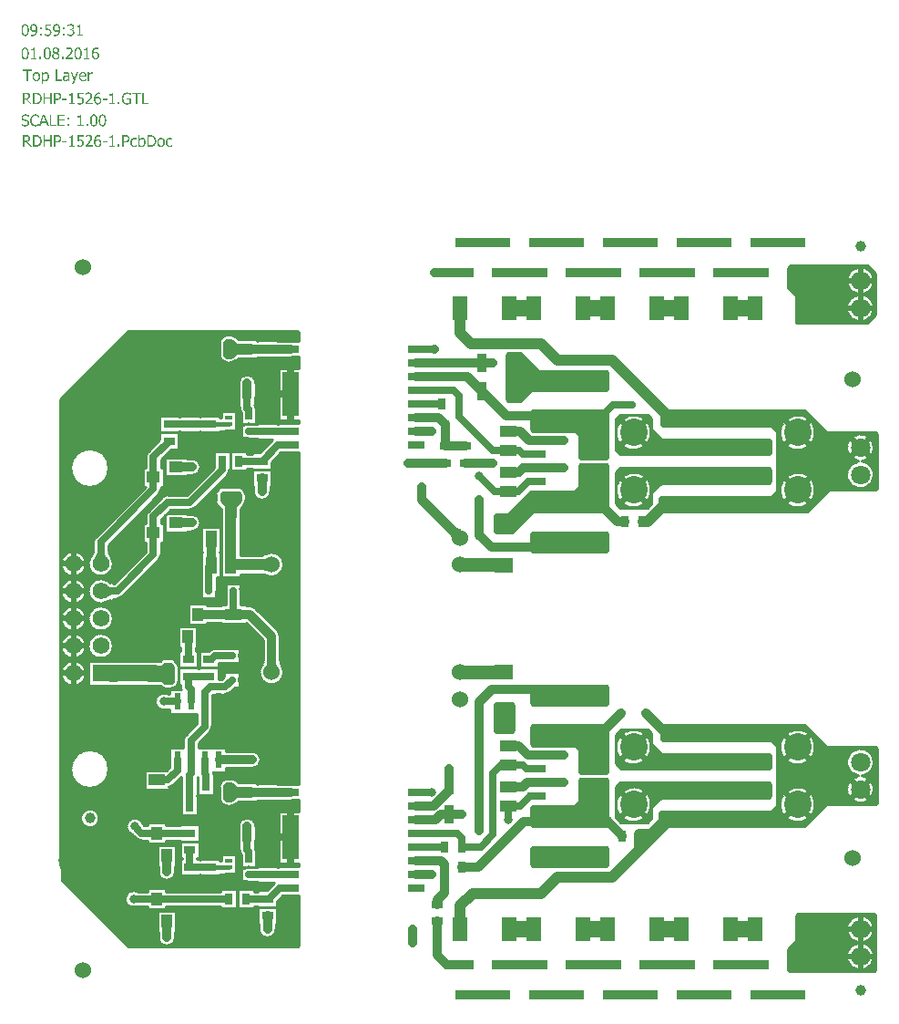
<source format=gtl>
G04 Layer_Physical_Order=1*
G04 Layer_Color=255*
%FSTAX25Y25*%
%MOIN*%
G70*
G01*
G75*
%ADD10C,0.01000*%
%ADD11R,0.05984X0.02598*%
%ADD12R,0.05984X0.15984*%
%ADD13R,0.04000X0.03100*%
%ADD14R,0.03100X0.04000*%
%ADD15R,0.03600X0.06700*%
%ADD16R,0.06700X0.03600*%
%ADD17R,0.06000X0.04000*%
%ADD18R,0.04000X0.06000*%
%ADD19R,0.02400X0.02400*%
%ADD20R,0.05500X0.08700*%
%ADD21R,0.06500X0.05700*%
%ADD22R,0.02400X0.02400*%
%ADD23R,0.04700X0.03900*%
%ADD24R,0.03900X0.04700*%
%ADD25R,0.02559X0.01575*%
%ADD26R,0.02362X0.06102*%
%ADD27R,0.07100X0.02600*%
%ADD28C,0.03937*%
%ADD29C,0.02000*%
%ADD30C,0.02500*%
%ADD31C,0.04000*%
%ADD32C,0.03200*%
%ADD33C,0.06000*%
%ADD34C,0.01800*%
%ADD35C,0.05000*%
%ADD36C,0.06000*%
%ADD37C,0.10000*%
%ADD38C,0.06200*%
%ADD39R,0.06200X0.06200*%
%ADD40C,0.07087*%
%ADD41C,0.03200*%
G36*
X064446Y0481626D02*
X0644444Y0481632D01*
X0644408Y0481637D01*
X0644354Y0481641D01*
X0643809Y0481654D01*
X0643463Y0481656D01*
Y0484156D01*
X064446Y0484185D01*
Y0481626D01*
D02*
G37*
G36*
X0548399Y0517309D02*
X0548435Y0517304D01*
X0548488Y05173D01*
X0549033Y0517287D01*
X054938Y0517285D01*
Y0514785D01*
X0548382Y0514756D01*
Y0517315D01*
X0548399Y0517309D01*
D02*
G37*
G36*
X0527569Y0529477D02*
X0527749Y0529462D01*
X0529009Y0529427D01*
X0533509Y0529405D01*
Y0523406D01*
X0527509Y0523317D01*
Y0529494D01*
X0527569Y0529477D01*
D02*
G37*
G36*
X0537399Y0445179D02*
X0537435Y0445174D01*
X0537488Y044517D01*
X0538033Y0445157D01*
X053838Y0445155D01*
Y0442656D01*
X0537382Y0442626D01*
Y0445185D01*
X0537399Y0445179D01*
D02*
G37*
G36*
X0538514Y0470615D02*
X0538535Y0470586D01*
X053857Y0470545D01*
X0538946Y047015D01*
X053919Y0469904D01*
X0537423Y0468137D01*
X0536696Y0468821D01*
X0538505Y0470631D01*
X0538514Y0470615D01*
D02*
G37*
G36*
X0674701Y0473866D02*
X0672142D01*
X0672148Y0473883D01*
X0672153Y0473919D01*
X0672157Y0473973D01*
X067217Y0474517D01*
X0672171Y0474864D01*
X0674671D01*
X0674701Y0473866D01*
D02*
G37*
G36*
X0588581Y0530768D02*
X0588604Y0530485D01*
X0588644Y0530211D01*
X05887Y0529946D01*
X0588772Y0529688D01*
X058886Y0529438D01*
X0588964Y0529197D01*
X0589084Y0528964D01*
X058922Y0528739D01*
X0589371Y0528522D01*
X0584574D01*
X0584725Y0528739D01*
X0584861Y0528964D01*
X0584981Y0529197D01*
X0585085Y0529438D01*
X0585173Y0529688D01*
X0585245Y0529946D01*
X0585301Y0530211D01*
X058534Y0530485D01*
X0585364Y0530768D01*
X0585372Y0531058D01*
X0588573D01*
X0588581Y0530768D01*
D02*
G37*
G36*
X0654196Y0580004D02*
X0654413Y0579822D01*
X0654635Y0579656D01*
X0654862Y0579508D01*
X0655096Y0579376D01*
X0655334Y0579262D01*
X0655578Y0579165D01*
X0655828Y0579085D01*
X0656083Y0579022D01*
X0656344Y0578976D01*
X0652951Y0575583D01*
X0652905Y0575844D01*
X0652842Y0576099D01*
X0652762Y0576348D01*
X0652665Y0576593D01*
X065255Y0576831D01*
X0652419Y0577064D01*
X0652271Y0577292D01*
X0652105Y0577514D01*
X0651922Y057773D01*
X0651723Y0577941D01*
X0653985Y0580204D01*
X0654196Y0580004D01*
D02*
G37*
G36*
X0664513Y0598615D02*
X0664535Y0598586D01*
X066457Y0598545D01*
X0664946Y059815D01*
X066519Y0597904D01*
X0663422Y0596137D01*
X0662696Y0596821D01*
X0664505Y0598631D01*
X0664513Y0598615D01*
D02*
G37*
G36*
X0645461Y0643626D02*
X0645443Y0643632D01*
X0645408Y0643637D01*
X0645354Y0643641D01*
X0644809Y0643654D01*
X0644463Y0643655D01*
X0644462Y0646156D01*
X0645461Y0646185D01*
X0645461Y0643626D01*
D02*
G37*
G36*
X0526606Y0558651D02*
X0527225Y0558258D01*
X0527522Y0558098D01*
X052781Y0557963D01*
X0528089Y0557852D01*
X0528359Y0557766D01*
X0528621Y0557705D01*
X0528874Y0557668D01*
X0529118Y0557655D01*
Y0555156D01*
X0528874Y0555143D01*
X0528621Y0555106D01*
X0528359Y0555045D01*
X0528089Y0554959D01*
X052781Y0554848D01*
X0527522Y0554713D01*
X0527225Y0554553D01*
X0526606Y055416D01*
X0526283Y0553927D01*
Y0558884D01*
X0526606Y0558651D01*
D02*
G37*
G36*
X0585171Y0563707D02*
X0585053Y0563782D01*
X0584912Y056385D01*
X0584747Y056391D01*
X0584558Y0563962D01*
X0584347Y0564006D01*
X0584112Y0564042D01*
X0583571Y0564089D01*
X0582936Y0564106D01*
Y0568106D01*
X0583265Y056811D01*
X0584112Y0568169D01*
X0584347Y0568205D01*
X0584558Y0568249D01*
X0584747Y0568301D01*
X0584912Y0568361D01*
X0585053Y0568429D01*
X0585171Y0568504D01*
Y0563707D01*
D02*
G37*
G36*
X0525684Y0570858D02*
X052572Y0570605D01*
X0525782Y0570344D01*
X0525868Y0570073D01*
X0525979Y0569794D01*
X0526114Y0569506D01*
X0526273Y0569209D01*
X0526667Y056859D01*
X05269Y0568267D01*
X0521943D01*
X0522176Y056859D01*
X0522569Y0569209D01*
X0522729Y0569506D01*
X0522864Y0569794D01*
X0522975Y0570073D01*
X0523061Y0570344D01*
X0523122Y0570605D01*
X0523159Y0570858D01*
X0523171Y0571102D01*
X0525671D01*
X0525684Y0570858D01*
D02*
G37*
G36*
X0497217Y0723117D02*
X0497315Y0723111D01*
X0497412Y0723104D01*
X0497515Y0723092D01*
X0497613Y0723079D01*
X0497625D01*
X0497658Y0723072D01*
X0497703Y0723059D01*
X0497762Y072304D01*
X0497833Y072302D01*
X0497911Y0722988D01*
X0497995Y0722949D01*
X0498079Y0722897D01*
X0498092Y0722891D01*
X0498118Y0722871D01*
X0498157Y0722839D01*
X0498209Y07228D01*
X0498261Y0722742D01*
X0498319Y0722683D01*
X0498377Y0722612D01*
X0498429Y0722528D01*
X0498435Y0722515D01*
X0498449Y0722489D01*
X0498468Y0722444D01*
X0498494Y0722379D01*
X049852Y0722295D01*
X0498539Y0722204D01*
X0498552Y0722094D01*
X0498559Y0721977D01*
Y0721971D01*
Y0721958D01*
Y0721932D01*
X0498552Y0721899D01*
Y072186D01*
X0498546Y0721815D01*
X0498526Y0721705D01*
X04985Y0721582D01*
X0498455Y0721452D01*
X0498397Y0721322D01*
X0498319Y0721199D01*
Y0721193D01*
X0498306Y0721186D01*
X0498274Y0721148D01*
X0498222Y0721096D01*
X049815Y0721025D01*
X049806Y0720953D01*
X049795Y0720875D01*
X049782Y0720804D01*
X0497677Y0720739D01*
X0499181Y0718905D01*
X0498449D01*
X049712Y0720584D01*
X0496485D01*
Y0718905D01*
X0495921D01*
Y0723124D01*
X0497133D01*
X0497217Y0723117D01*
D02*
G37*
G36*
X0518245Y0738132D02*
X0516476D01*
Y0737004D01*
X0516495D01*
X0516515Y073701D01*
X0516534D01*
X0516599Y0737017D01*
X051667Y0737023D01*
X0516709D01*
X0516735Y073703D01*
X0516968D01*
X0517046Y0737023D01*
X051713Y0737017D01*
X0517221Y0737004D01*
X0517312Y0736991D01*
X0517403Y0736972D01*
X0517416D01*
X0517441Y0736959D01*
X0517487Y0736946D01*
X0517545Y0736926D01*
X051761Y07369D01*
X0517681Y0736861D01*
X0517759Y0736816D01*
X0517837Y0736764D01*
X0517843Y0736758D01*
X0517869Y0736738D01*
X0517908Y0736699D01*
X0517953Y0736654D01*
X0518005Y0736596D01*
X0518057Y0736524D01*
X0518109Y0736447D01*
X0518154Y0736363D01*
X0518161Y0736349D01*
X0518174Y0736317D01*
X0518193Y0736272D01*
X0518213Y0736201D01*
X0518232Y073611D01*
X0518251Y0736006D01*
X0518264Y0735883D01*
X0518271Y0735747D01*
Y073574D01*
Y0735734D01*
Y0735695D01*
X0518264Y0735637D01*
X0518258Y0735559D01*
X0518245Y0735468D01*
X0518225Y0735378D01*
X0518199Y0735274D01*
X0518167Y0735177D01*
X0518161Y0735164D01*
X0518148Y0735131D01*
X0518128Y0735086D01*
X0518096Y0735021D01*
X0518057Y073495D01*
X0518012Y0734878D01*
X051796Y0734801D01*
X0517895Y0734723D01*
X0517888Y0734717D01*
X0517863Y0734691D01*
X0517824Y0734658D01*
X0517772Y0734613D01*
X0517713Y0734567D01*
X0517636Y0734516D01*
X0517552Y073447D01*
X0517454Y0734425D01*
X0517441Y0734418D01*
X0517409Y0734406D01*
X0517351Y0734392D01*
X0517279Y0734373D01*
X0517195Y0734347D01*
X0517092Y0734334D01*
X0516981Y0734321D01*
X0516858Y0734315D01*
X0516806D01*
X0516748Y0734321D01*
X051667D01*
X0516579Y0734328D01*
X0516476Y0734341D01*
X0516262Y073438D01*
X0516249D01*
X051621Y0734392D01*
X0516158Y0734406D01*
X0516087Y0734425D01*
X0516009Y0734451D01*
X0515925Y0734483D01*
X0515841Y0734516D01*
X0515757Y0734554D01*
Y0735151D01*
X0515796D01*
X0515808Y0735144D01*
X0515841Y0735118D01*
X0515899Y0735079D01*
X0515977Y0735034D01*
X0515983D01*
X0515996Y0735028D01*
X0516022Y0735015D01*
X0516055Y0735002D01*
X05161Y0734982D01*
X0516145Y0734963D01*
X0516249Y0734924D01*
X0516256D01*
X0516275Y0734917D01*
X0516307Y0734904D01*
X0516353Y0734892D01*
X051645Y0734859D01*
X0516554Y0734833D01*
X051656D01*
X0516579Y0734827D01*
X0516606Y073482D01*
X0516644D01*
X051669Y0734814D01*
X0516748Y0734807D01*
X0516865Y0734801D01*
X0516897D01*
X0516929Y0734807D01*
X0516975D01*
X051702Y0734814D01*
X0517078Y0734827D01*
X0517195Y0734859D01*
X0517202D01*
X0517221Y0734872D01*
X0517253Y0734885D01*
X0517292Y0734904D01*
X0517338Y0734937D01*
X0517383Y0734969D01*
X0517428Y0735008D01*
X0517474Y073506D01*
X051748Y0735067D01*
X0517493Y0735079D01*
X0517513Y0735105D01*
X0517532Y0735144D01*
X0517558Y0735183D01*
X0517584Y0735235D01*
X0517636Y0735352D01*
Y0735358D01*
X0517642Y0735384D01*
X0517655Y0735416D01*
X0517668Y0735462D01*
X0517675Y073552D01*
X0517688Y0735591D01*
X0517694Y0735663D01*
Y0735747D01*
Y073576D01*
Y0735786D01*
Y0735825D01*
X0517688Y0735877D01*
X0517681Y0735935D01*
X0517668Y0736D01*
X0517649Y0736058D01*
X0517629Y0736116D01*
Y0736123D01*
X0517616Y0736142D01*
X0517603Y0736168D01*
X0517584Y0736201D01*
X0517532Y0736278D01*
X0517454Y0736356D01*
X0517448Y0736363D01*
X0517435Y0736375D01*
X0517409Y0736395D01*
X051737Y0736414D01*
X0517325Y073644D01*
X0517273Y0736466D01*
X0517215Y0736492D01*
X051715Y0736512D01*
X0517143D01*
X0517117Y0736518D01*
X0517085Y0736524D01*
X0517033Y0736537D01*
X0516981Y0736544D01*
X051691Y073655D01*
X0516839Y0736557D01*
X0516677D01*
X0516618Y073655D01*
X0516547D01*
X0516469Y0736544D01*
X0516301Y0736518D01*
X0516288D01*
X0516262Y0736512D01*
X0516223Y0736505D01*
X0516165Y0736498D01*
X0516048Y0736473D01*
X051599Y0736466D01*
X0515932Y0736453D01*
Y0738624D01*
X0518245D01*
Y0738132D01*
D02*
G37*
G36*
X052676Y0736D02*
X0525166D01*
Y0736505D01*
X052676D01*
Y0736D01*
D02*
G37*
G36*
X0511979D02*
X0510385D01*
Y0736505D01*
X0511979D01*
Y0736D01*
D02*
G37*
G36*
X0500678Y0723117D02*
X0500814Y0723111D01*
X0500963Y0723104D01*
X0501118Y0723085D01*
X0501267Y0723066D01*
X0501403Y0723033D01*
X050141D01*
X0501416Y0723027D01*
X0501436D01*
X0501462Y0723014D01*
X050152Y0722994D01*
X0501604Y0722968D01*
X0501695Y0722936D01*
X0501792Y0722891D01*
X0501889Y0722845D01*
X050198Y0722787D01*
X0501987D01*
X0502Y0722774D01*
X0502019Y0722761D01*
X0502045Y0722735D01*
X0502123Y0722677D01*
X0502213Y0722593D01*
X0502311Y0722489D01*
X0502421Y0722366D01*
X0502518Y072223D01*
X0502609Y0722068D01*
Y0722061D01*
X0502622Y0722048D01*
X0502628Y0722022D01*
X0502647Y072199D01*
X0502661Y0721945D01*
X050268Y0721893D01*
X0502699Y0721835D01*
X0502725Y072177D01*
X0502745Y0721698D01*
X0502764Y0721614D01*
X0502784Y072153D01*
X0502803Y0721433D01*
X0502829Y0721232D01*
X0502836Y0721005D01*
Y0720998D01*
Y0720979D01*
Y0720947D01*
X0502829Y0720908D01*
Y0720856D01*
X0502822Y0720798D01*
X0502816Y0720733D01*
X0502809Y0720662D01*
X0502777Y07205D01*
X0502738Y0720325D01*
X050268Y0720143D01*
X0502602Y0719962D01*
Y0719955D01*
X0502589Y0719942D01*
X0502576Y0719916D01*
X0502557Y0719884D01*
X0502537Y0719845D01*
X0502505Y07198D01*
X0502434Y0719702D01*
X050235Y0719586D01*
X0502239Y0719463D01*
X0502116Y0719346D01*
X0501974Y0719242D01*
X0501967D01*
X0501961Y0719236D01*
X0501941Y0719223D01*
X0501922Y071921D01*
X0501857Y0719171D01*
X0501773Y0719132D01*
X0501676Y0719087D01*
X0501565Y0719042D01*
X0501449Y0719003D01*
X0501326Y071897D01*
X0501313D01*
X0501293Y0718964D01*
X0501267Y0718957D01*
X0501235D01*
X0501196Y0718951D01*
X0501099Y0718938D01*
X0500976Y0718925D01*
X0500833Y0718919D01*
X0500665Y0718905D01*
X0499518D01*
Y0723124D01*
X0500619D01*
X0500678Y0723117D01*
D02*
G37*
G36*
X0531399Y0734406D02*
X0530725D01*
Y0735216D01*
X0531399D01*
Y0734406D01*
D02*
G37*
G36*
X0528969Y0734833D02*
X0529714D01*
Y0734406D01*
X052766D01*
Y0734833D01*
X0528425D01*
Y0737665D01*
X052766D01*
Y0738047D01*
X0527732D01*
X0527809Y0738054D01*
X05279Y073806D01*
X0528004Y073808D01*
X0528108Y0738099D01*
X0528211Y0738132D01*
X0528295Y073817D01*
X0528302Y0738177D01*
X0528328Y0738196D01*
X052836Y0738229D01*
X0528406Y0738274D01*
X0528444Y0738339D01*
X0528483Y0738417D01*
X0528509Y073852D01*
X0528529Y0738637D01*
X0528969D01*
Y0734833D01*
D02*
G37*
G36*
X0540193Y0734904D02*
X0542072D01*
Y0734406D01*
X0539629D01*
Y0738624D01*
X0540193D01*
Y0734904D01*
D02*
G37*
G36*
X0539208Y0738125D02*
X0537789D01*
Y0734406D01*
X0537225D01*
Y0738125D01*
X0535806D01*
Y0738624D01*
X0539208D01*
Y0738125D01*
D02*
G37*
G36*
X0518038Y0746152D02*
X0518109Y0746145D01*
X0518187Y0746139D01*
X0518277Y074612D01*
X0518368Y07461D01*
X0518452Y0746068D01*
X0518465Y0746061D01*
X0518491Y0746055D01*
X051853Y0746029D01*
X0518588Y0746003D01*
X0518647Y0745964D01*
X0518718Y0745919D01*
X0518783Y0745867D01*
X0518848Y0745802D01*
X0518854Y0745796D01*
X0518874Y074577D01*
X0518906Y0745731D01*
X0518945Y0745679D01*
X051899Y0745614D01*
X0519035Y0745543D01*
X0519074Y0745452D01*
X0519113Y0745361D01*
X051912Y0745349D01*
X0519126Y0745316D01*
X0519139Y0745258D01*
X0519159Y0745187D01*
X0519178Y0745089D01*
X0519191Y0744979D01*
X0519198Y0744856D01*
X0519204Y074472D01*
Y0744435D01*
X0517007D01*
Y0744428D01*
Y0744409D01*
Y0744383D01*
X0517014Y0744344D01*
Y0744299D01*
X051702Y074424D01*
X051704Y0744117D01*
X0517072Y0743981D01*
X0517124Y0743839D01*
X0517189Y0743709D01*
X0517279Y0743586D01*
X0517286D01*
X0517292Y0743573D01*
X0517331Y074354D01*
X0517396Y0743495D01*
X051748Y0743443D01*
X051759Y0743392D01*
X051772Y0743346D01*
X0517875Y0743314D01*
X051796Y0743307D01*
X051805Y0743301D01*
X0518115D01*
X0518161Y0743307D01*
X0518213D01*
X0518271Y074332D01*
X0518394Y074334D01*
X05184D01*
X0518426Y0743346D01*
X0518459Y0743353D01*
X0518498Y0743366D01*
X0518601Y0743398D01*
X0518705Y0743437D01*
X0518712D01*
X0518731Y074345D01*
X0518757Y0743463D01*
X0518789Y0743476D01*
X0518867Y0743515D01*
X0518945Y074356D01*
X0518951D01*
X0518964Y0743573D01*
X0519003Y0743599D01*
X0519061Y0743638D01*
X0519113Y0743683D01*
X0519146D01*
Y07431D01*
X0519139D01*
X0519126Y0743093D01*
X0519107Y0743087D01*
X0519081Y0743074D01*
X0519042Y0743061D01*
X0519003Y0743042D01*
X0518906Y0743003D01*
X0518899D01*
X051888Y0742996D01*
X0518854Y0742983D01*
X0518822Y074297D01*
X0518744Y0742944D01*
X051866Y0742918D01*
X0518653D01*
X0518634Y0742912D01*
X0518601Y0742906D01*
X0518569Y0742899D01*
X0518472Y074288D01*
X0518374Y074286D01*
X0518368D01*
X0518355Y0742854D01*
X0518323D01*
X051829Y0742847D01*
X0518245Y0742841D01*
X0518187D01*
X0518128Y0742834D01*
X0517986D01*
X0517934Y0742841D01*
X0517869Y0742847D01*
X0517798Y0742854D01*
X0517713Y0742867D01*
X0517629Y0742886D01*
X0517441Y0742938D01*
X0517344Y074297D01*
X0517247Y0743009D01*
X051715Y0743061D01*
X0517053Y0743119D01*
X0516968Y0743184D01*
X0516884Y0743255D01*
X0516878Y0743262D01*
X0516865Y0743275D01*
X0516845Y0743301D01*
X0516819Y0743333D01*
X0516787Y0743378D01*
X0516754Y074343D01*
X0516716Y0743495D01*
X0516677Y0743567D01*
X0516638Y0743651D01*
X0516599Y0743741D01*
X0516567Y0743839D01*
X0516534Y0743949D01*
X0516508Y0744065D01*
X0516489Y0744188D01*
X0516476Y0744325D01*
X0516469Y0744467D01*
Y0744474D01*
Y07445D01*
Y0744538D01*
X0516476Y0744597D01*
X0516482Y0744662D01*
X0516489Y0744733D01*
X0516502Y0744817D01*
X0516521Y0744908D01*
X0516567Y0745109D01*
X0516599Y0745212D01*
X0516638Y074531D01*
X0516683Y0745413D01*
X0516742Y074551D01*
X05168Y0745608D01*
X0516871Y0745698D01*
X0516878Y0745705D01*
X0516891Y0745718D01*
X0516917Y0745744D01*
X0516942Y074577D01*
X0516988Y0745802D01*
X0517033Y0745841D01*
X0517092Y0745886D01*
X0517156Y0745932D01*
X0517228Y074597D01*
X0517312Y0746016D01*
X0517396Y0746055D01*
X0517493Y0746087D01*
X051759Y0746113D01*
X0517701Y0746139D01*
X0517817Y0746152D01*
X0517934Y0746159D01*
X0517986D01*
X0518038Y0746152D01*
D02*
G37*
G36*
X0500995D02*
X0501053Y0746145D01*
X0501112Y0746133D01*
X0501183Y074612D01*
X0501261Y0746107D01*
X0501423Y0746048D01*
X0501507Y0746016D01*
X0501591Y074597D01*
X0501682Y0745925D01*
X050176Y074586D01*
X0501844Y0745796D01*
X0501915Y0745718D01*
X0501922Y0745711D01*
X0501935Y0745698D01*
X0501954Y0745673D01*
X0501974Y0745634D01*
X0502006Y0745595D01*
X0502038Y0745536D01*
X0502071Y0745472D01*
X050211Y07454D01*
X0502149Y0745316D01*
X0502181Y0745225D01*
X0502213Y0745122D01*
X0502246Y0745012D01*
X0502265Y0744888D01*
X0502285Y0744765D01*
X0502298Y0744623D01*
X0502304Y074448D01*
Y0744474D01*
Y0744448D01*
Y0744402D01*
X0502298Y074435D01*
X0502291Y0744279D01*
X0502285Y0744208D01*
X0502272Y0744117D01*
X0502259Y0744027D01*
X0502207Y0743832D01*
X0502181Y0743728D01*
X0502142Y0743625D01*
X0502097Y0743521D01*
X0502045Y0743424D01*
X0501987Y0743333D01*
X0501915Y0743249D01*
X0501909Y0743243D01*
X0501896Y0743229D01*
X0501876Y074321D01*
X0501844Y0743184D01*
X0501805Y0743145D01*
X050176Y0743113D01*
X0501708Y0743074D01*
X0501643Y0743035D01*
X0501572Y074299D01*
X0501501Y0742951D01*
X0501416Y0742918D01*
X0501319Y0742886D01*
X0501222Y0742854D01*
X0501118Y0742834D01*
X0501008Y0742821D01*
X0500891Y0742815D01*
X0500827D01*
X0500781Y0742821D01*
X050073Y0742828D01*
X0500665Y0742841D01*
X0500593Y0742854D01*
X0500516Y0742873D01*
X0500431Y0742893D01*
X0500347Y0742925D01*
X0500263Y0742957D01*
X0500179Y0743003D01*
X0500088Y0743054D01*
X050001Y0743113D01*
X0499926Y0743184D01*
X0499855Y0743262D01*
X0499848Y0743268D01*
X0499842Y0743281D01*
X0499822Y0743307D01*
X0499796Y0743346D01*
X049977Y0743392D01*
X0499738Y0743443D01*
X0499699Y0743508D01*
X0499667Y0743579D01*
X0499634Y0743664D01*
X0499595Y0743754D01*
X0499563Y0743858D01*
X0499537Y0743962D01*
X0499511Y0744078D01*
X0499498Y0744208D01*
X0499485Y0744338D01*
X0499479Y074448D01*
Y0744487D01*
Y0744513D01*
Y0744558D01*
X0499485Y074461D01*
X0499492Y0744681D01*
X0499498Y0744759D01*
X0499511Y0744843D01*
X0499531Y0744934D01*
X0499576Y0745135D01*
X0499608Y0745238D01*
X0499641Y0745342D01*
X0499686Y0745439D01*
X0499738Y0745536D01*
X0499796Y0745634D01*
X0499868Y0745718D01*
X0499874Y0745724D01*
X0499887Y0745737D01*
X0499906Y0745757D01*
X0499939Y0745789D01*
X0499978Y0745822D01*
X0500023Y074586D01*
X0500081Y0745899D01*
X050014Y0745938D01*
X0500211Y0745977D01*
X0500289Y0746022D01*
X0500373Y0746055D01*
X0500464Y0746087D01*
X0500561Y074612D01*
X0500665Y0746139D01*
X0500775Y0746152D01*
X0500891Y0746159D01*
X0500956D01*
X0500995Y0746152D01*
D02*
G37*
G36*
X0508479Y0743404D02*
X0510359D01*
Y0742906D01*
X0507916D01*
Y0747124D01*
X0508479D01*
Y0743404D01*
D02*
G37*
G36*
X0499323Y0746625D02*
X0497904D01*
Y0742906D01*
X049734D01*
Y0746625D01*
X0495921D01*
Y0747124D01*
X0499323D01*
Y0746625D01*
D02*
G37*
G36*
X0524045Y0738695D02*
X0524135Y0738682D01*
X0524155D01*
X0524181Y0738676D01*
X0524206Y0738669D01*
X0524278Y0738656D01*
X0524356Y0738637D01*
Y0738106D01*
X0524323D01*
X0524317Y0738112D01*
X0524297Y0738119D01*
X0524271Y0738132D01*
X0524239Y0738138D01*
X05242Y0738151D01*
X0524155Y0738164D01*
X0524103Y0738177D01*
X0524096D01*
X0524077Y0738183D01*
X0524051Y073819D01*
X0524012Y0738196D01*
X0523967Y0738203D01*
X0523915Y0738209D01*
X0523798Y0738216D01*
X0523746D01*
X0523714Y0738209D01*
X0523669Y0738203D01*
X0523617Y0738196D01*
X0523494Y073817D01*
X0523358Y0738125D01*
X0523221Y073806D01*
X052315Y0738021D01*
X0523079Y0737976D01*
X0523014Y0737918D01*
X0522949Y0737853D01*
X0522943Y0737846D01*
X0522936Y0737833D01*
X0522917Y0737814D01*
X0522897Y0737788D01*
X0522872Y0737749D01*
X0522846Y0737704D01*
X0522813Y0737652D01*
X0522781Y0737587D01*
X0522749Y0737516D01*
X0522716Y0737438D01*
X0522684Y0737354D01*
X0522651Y0737257D01*
X0522625Y0737153D01*
X05226Y0737043D01*
X052258Y0736926D01*
X0522567Y0736797D01*
X0522574Y0736803D01*
X05226Y0736823D01*
X0522645Y0736848D01*
X0522697Y0736881D01*
X0522755Y0736913D01*
X0522826Y0736952D01*
X0522975Y0737017D01*
X0522988Y0737023D01*
X0523014Y073703D01*
X052306Y0737043D01*
X0523111Y0737056D01*
X0523183Y0737069D01*
X052326Y0737082D01*
X0523351Y0737095D01*
X0523533D01*
X0523591Y0737088D01*
X0523656Y0737082D01*
X0523727Y0737075D01*
X052387Y0737043D01*
X0523876D01*
X0523902Y073703D01*
X0523941Y0737017D01*
X0523986Y0736998D01*
X0524045Y0736972D01*
X0524116Y0736939D01*
X0524187Y0736894D01*
X0524258Y0736842D01*
X0524271Y0736835D01*
X0524297Y073681D01*
X0524336Y0736771D01*
X0524388Y0736719D01*
X0524446Y0736654D01*
X0524505Y0736583D01*
X0524556Y0736492D01*
X0524602Y0736395D01*
X0524608Y0736382D01*
X0524621Y0736349D01*
X0524641Y0736291D01*
X052466Y073622D01*
X052468Y0736123D01*
X0524699Y0736019D01*
X0524712Y0735896D01*
X0524718Y0735766D01*
Y073576D01*
Y0735753D01*
Y0735734D01*
Y0735714D01*
X0524712Y073565D01*
X0524706Y0735572D01*
X0524692Y0735475D01*
X0524673Y0735378D01*
X0524647Y0735267D01*
X0524608Y0735164D01*
X0524602Y0735151D01*
X0524589Y0735118D01*
X0524563Y0735067D01*
X0524531Y0735008D01*
X0524492Y073493D01*
X052444Y0734859D01*
X0524381Y0734781D01*
X0524317Y073471D01*
X052431Y0734704D01*
X0524284Y0734678D01*
X0524245Y0734645D01*
X0524193Y07346D01*
X0524129Y0734554D01*
X0524057Y0734503D01*
X052398Y0734457D01*
X0523896Y0734412D01*
X0523882Y0734406D01*
X0523857Y0734399D01*
X0523805Y073438D01*
X0523746Y0734367D01*
X0523669Y0734347D01*
X0523578Y0734328D01*
X0523481Y0734321D01*
X0523377Y0734315D01*
X0523332D01*
X0523273Y0734321D01*
X0523209Y0734328D01*
X0523124Y0734334D01*
X052304Y0734354D01*
X0522949Y0734373D01*
X0522859Y0734406D01*
X0522846Y0734412D01*
X052282Y0734425D01*
X0522774Y0734444D01*
X0522723Y0734477D01*
X0522658Y0734522D01*
X0522586Y0734567D01*
X0522515Y0734626D01*
X0522444Y0734697D01*
X0522437Y073471D01*
X0522411Y0734736D01*
X0522373Y0734788D01*
X0522321Y0734859D01*
X0522269Y0734943D01*
X0522211Y0735047D01*
X0522159Y073517D01*
X0522107Y0735306D01*
Y0735313D01*
X05221Y0735326D01*
X0522094Y0735345D01*
X0522087Y0735378D01*
X0522081Y073541D01*
X0522068Y0735455D01*
X0522055Y0735507D01*
X0522049Y0735565D01*
X0522036Y0735637D01*
X0522023Y0735708D01*
X0522003Y073587D01*
X052199Y0736051D01*
X0521984Y0736252D01*
Y0736259D01*
Y0736278D01*
Y0736304D01*
Y0736343D01*
X052199Y0736395D01*
Y0736453D01*
Y0736512D01*
X0521997Y0736583D01*
X052201Y0736738D01*
X0522029Y07369D01*
X0522055Y0737075D01*
X0522094Y0737244D01*
Y073725D01*
X05221Y0737263D01*
X0522107Y0737289D01*
X0522114Y0737322D01*
X0522126Y073736D01*
X0522139Y0737406D01*
X0522178Y0737509D01*
X052223Y0737633D01*
X0522288Y0737762D01*
X052236Y0737892D01*
X0522444Y0738021D01*
Y0738028D01*
X0522457Y0738034D01*
X0522483Y0738073D01*
X0522535Y0738132D01*
X0522606Y0738203D01*
X052269Y073828D01*
X0522787Y0738365D01*
X0522904Y0738449D01*
X0523034Y073852D01*
X052304D01*
X0523053Y0738527D01*
X0523072Y073854D01*
X0523098Y0738546D01*
X0523131Y0738566D01*
X0523176Y0738579D01*
X0523273Y0738611D01*
X0523396Y0738643D01*
X0523546Y0738676D01*
X0523701Y0738695D01*
X0523876Y0738702D01*
X052396D01*
X0524045Y0738695D01*
D02*
G37*
G36*
X0538728Y0721737D02*
X0538735Y0721744D01*
X0538761Y072177D01*
X0538806Y0721802D01*
X0538858Y0721841D01*
X0538923Y0721893D01*
X0538994Y0721938D01*
X0539078Y072199D01*
X0539162Y0722035D01*
X0539175Y0722042D01*
X0539208Y0722055D01*
X0539253Y0722074D01*
X0539318Y07221D01*
X0539402Y072212D01*
X0539493Y0722139D01*
X053959Y0722152D01*
X05397Y0722158D01*
X0539752D01*
X0539791Y0722152D01*
X0539836Y0722146D01*
X0539888Y0722132D01*
X0540011Y0722107D01*
X0540141Y0722055D01*
X0540212Y0722016D01*
X0540283Y0721977D01*
X0540355Y0721925D01*
X0540426Y0721867D01*
X0540491Y0721802D01*
X0540549Y0721724D01*
X0540555Y0721718D01*
X0540562Y0721705D01*
X0540575Y0721679D01*
X0540601Y0721646D01*
X054062Y0721601D01*
X0540646Y0721549D01*
X0540679Y0721485D01*
X0540705Y0721413D01*
X0540737Y0721336D01*
X0540763Y0721245D01*
X0540789Y0721148D01*
X0540815Y0721044D01*
X0540834Y0720927D01*
X0540847Y0720804D01*
X0540854Y0720675D01*
X054086Y0720539D01*
Y0720532D01*
Y0720506D01*
Y0720461D01*
X0540854Y0720409D01*
X0540847Y0720344D01*
X0540841Y0720266D01*
X0540828Y0720182D01*
X0540815Y0720091D01*
X0540769Y071989D01*
X0540737Y0719787D01*
X0540698Y0719683D01*
X0540653Y0719579D01*
X0540607Y0719476D01*
X0540543Y0719379D01*
X0540478Y0719288D01*
X0540471Y0719281D01*
X0540458Y0719268D01*
X0540439Y0719242D01*
X0540413Y0719216D01*
X0540374Y0719178D01*
X0540329Y0719139D01*
X0540277Y0719093D01*
X0540219Y0719055D01*
X0540154Y0719009D01*
X0540083Y0718964D01*
X0539921Y0718886D01*
X053983Y071886D01*
X0539739Y0718834D01*
X0539635Y0718821D01*
X0539532Y0718815D01*
X0539486D01*
X0539441Y0718821D01*
X0539376D01*
X0539311Y0718828D01*
X0539234Y0718841D01*
X0539156Y071886D01*
X0539085Y071888D01*
X0539078D01*
X0539052Y0718892D01*
X053902Y0718905D01*
X0538974Y0718925D01*
X0538916Y0718944D01*
X0538858Y0718977D01*
X0538728Y0719048D01*
X0538689Y0718905D01*
X0538197D01*
Y0723312D01*
X0538728D01*
Y0721737D01*
D02*
G37*
G36*
X0546634Y0722152D02*
X0546692Y0722146D01*
X054675Y0722132D01*
X0546822Y072212D01*
X05469Y0722107D01*
X0547061Y0722048D01*
X0547146Y0722016D01*
X054723Y0721971D01*
X0547321Y0721925D01*
X0547398Y072186D01*
X0547483Y0721796D01*
X0547554Y0721718D01*
X054756Y0721711D01*
X0547573Y0721698D01*
X0547593Y0721672D01*
X0547612Y0721634D01*
X0547645Y0721595D01*
X0547677Y0721536D01*
X054771Y0721472D01*
X0547748Y07214D01*
X0547787Y0721316D01*
X054782Y0721225D01*
X0547852Y0721122D01*
X0547884Y0721011D01*
X0547904Y0720888D01*
X0547923Y0720765D01*
X0547936Y0720623D01*
X0547943Y072048D01*
Y0720474D01*
Y0720448D01*
Y0720402D01*
X0547936Y0720351D01*
X054793Y0720279D01*
X0547923Y0720208D01*
X054791Y0720117D01*
X0547897Y0720026D01*
X0547846Y0719832D01*
X054782Y0719729D01*
X0547781Y0719625D01*
X0547735Y0719521D01*
X0547683Y0719424D01*
X0547625Y0719333D01*
X0547554Y0719249D01*
X0547547Y0719242D01*
X0547535Y071923D01*
X0547515Y071921D01*
X0547483Y0719184D01*
X0547444Y0719145D01*
X0547398Y0719113D01*
X0547347Y0719074D01*
X0547282Y0719035D01*
X0547211Y071899D01*
X0547139Y0718951D01*
X0547055Y0718919D01*
X0546958Y0718886D01*
X0546861Y0718854D01*
X0546757Y0718834D01*
X0546647Y0718821D01*
X054653Y0718815D01*
X0546465D01*
X054642Y0718821D01*
X0546368Y0718828D01*
X0546303Y0718841D01*
X0546232Y0718854D01*
X0546154Y0718873D01*
X054607Y0718892D01*
X0545986Y0718925D01*
X0545901Y0718957D01*
X0545817Y0719003D01*
X0545727Y0719055D01*
X0545649Y0719113D01*
X0545565Y0719184D01*
X0545493Y0719262D01*
X0545487Y0719268D01*
X054548Y0719281D01*
X0545461Y0719307D01*
X0545435Y0719346D01*
X0545409Y0719391D01*
X0545377Y0719443D01*
X0545338Y0719508D01*
X0545305Y0719579D01*
X0545273Y0719664D01*
X0545234Y0719754D01*
X0545202Y0719858D01*
X0545176Y0719962D01*
X054515Y0720078D01*
X0545137Y0720208D01*
X0545124Y0720338D01*
X0545118Y072048D01*
Y0720487D01*
Y0720512D01*
Y0720558D01*
X0545124Y072061D01*
X054513Y0720681D01*
X0545137Y0720759D01*
X054515Y0720843D01*
X0545169Y0720934D01*
X0545215Y0721135D01*
X0545247Y0721238D01*
X054528Y0721342D01*
X0545325Y0721439D01*
X0545377Y0721536D01*
X0545435Y0721634D01*
X0545506Y0721718D01*
X0545513Y0721724D01*
X0545526Y0721737D01*
X0545545Y0721757D01*
X0545577Y0721789D01*
X0545616Y0721821D01*
X0545662Y072186D01*
X054572Y0721899D01*
X0545778Y0721938D01*
X054585Y0721977D01*
X0545927Y0722022D01*
X0546012Y0722055D01*
X0546102Y0722087D01*
X05462Y072212D01*
X0546303Y0722139D01*
X0546414Y0722152D01*
X054653Y0722158D01*
X0546595D01*
X0546634Y0722152D01*
D02*
G37*
G36*
X0534264Y0738695D02*
X0534328D01*
X05344Y0738689D01*
X0534542Y0738669D01*
X0534549D01*
X0534575Y0738663D01*
X0534613Y0738656D01*
X0534659Y073865D01*
X0534717Y0738637D01*
X0534782Y0738618D01*
X0534911Y0738585D01*
X0534918D01*
X0534937Y0738579D01*
X0534963Y0738566D01*
X0535002Y0738553D01*
X0535054Y0738533D01*
X0535106Y0738514D01*
X0535229Y0738462D01*
X0535236D01*
X0535261Y0738449D01*
X0535287Y0738436D01*
X0535333Y0738423D01*
X0535423Y0738378D01*
X0535514Y0738339D01*
Y0737665D01*
X0535462D01*
X0535456Y0737671D01*
X0535443Y0737678D01*
X0535423Y0737697D01*
X0535397Y0737723D01*
X0535326Y0737775D01*
X0535248Y0737833D01*
X0535242Y073784D01*
X0535229Y0737846D01*
X0535203Y0737866D01*
X0535171Y0737885D01*
X0535125Y0737918D01*
X0535067Y0737944D01*
X0535002Y0737983D01*
X0534931Y0738015D01*
X0534924Y0738021D01*
X0534899Y0738028D01*
X0534866Y0738047D01*
X0534821Y0738067D01*
X0534762Y0738086D01*
X0534698Y0738112D01*
X053462Y0738138D01*
X0534542Y0738157D01*
X0534529D01*
X0534503Y0738164D01*
X0534458Y0738177D01*
X05344Y073819D01*
X0534328Y0738196D01*
X053425Y0738209D01*
X053416Y0738216D01*
X0534011D01*
X0533965Y0738209D01*
X0533914Y0738203D01*
X0533855Y073819D01*
X053379Y0738177D01*
X0533719Y0738157D01*
X0533641Y0738132D01*
X0533564Y0738106D01*
X0533479Y0738067D01*
X0533395Y0738021D01*
X0533317Y0737969D01*
X0533233Y0737905D01*
X0533155Y073784D01*
X0533084Y0737756D01*
X0533078Y0737749D01*
X0533071Y0737736D01*
X0533052Y073771D01*
X0533026Y0737671D01*
X0533Y0737626D01*
X0532968Y0737568D01*
X0532935Y0737503D01*
X0532903Y0737432D01*
X0532864Y0737347D01*
X0532831Y0737257D01*
X0532799Y0737153D01*
X0532773Y0737043D01*
X0532747Y0736926D01*
X0532728Y0736803D01*
X0532721Y0736673D01*
X0532715Y0736531D01*
Y0736524D01*
Y0736512D01*
Y0736492D01*
Y073646D01*
Y0736421D01*
X0532721Y0736382D01*
X0532728Y0736278D01*
X0532741Y0736162D01*
X0532754Y0736038D01*
X053278Y0735909D01*
X0532812Y0735786D01*
Y0735779D01*
X0532818Y0735773D01*
X0532831Y0735734D01*
X0532851Y0735676D01*
X0532883Y0735598D01*
X0532922Y0735514D01*
X0532974Y0735423D01*
X0533032Y0735332D01*
X0533097Y0735248D01*
X0533104Y0735241D01*
X053313Y0735209D01*
X0533168Y073517D01*
X053322Y0735125D01*
X0533285Y0735067D01*
X0533356Y0735015D01*
X053344Y0734956D01*
X0533531Y0734911D01*
X0533544Y0734904D01*
X0533577Y0734892D01*
X0533628Y0734878D01*
X05337Y0734859D01*
X0533784Y0734833D01*
X0533881Y073482D01*
X0533991Y0734807D01*
X0534108Y0734801D01*
X0534192D01*
X0534257Y0734807D01*
X0534322D01*
X0534406Y0734814D01*
X0534575Y0734833D01*
X0534587D01*
X0534613Y073484D01*
X0534659Y0734846D01*
X0534717Y0734859D01*
X0534775Y0734872D01*
X0534847Y0734885D01*
X0534911Y0734911D01*
X0534976Y073493D01*
Y0736025D01*
X0534004D01*
Y0736524D01*
X0535534D01*
Y0734678D01*
X0535527D01*
X0535514Y0734671D01*
X0535488Y0734658D01*
X0535456Y0734645D01*
X0535417Y0734626D01*
X0535365Y07346D01*
X0535307Y0734574D01*
X0535242Y0734548D01*
X0535236D01*
X053521Y0734535D01*
X0535177Y0734522D01*
X0535132Y0734509D01*
X053508Y073449D01*
X0535028Y073447D01*
X0534905Y0734438D01*
X0534899D01*
X0534873Y0734431D01*
X0534834Y0734418D01*
X0534782Y0734406D01*
X0534724Y0734392D01*
X0534665Y0734373D01*
X0534536Y0734347D01*
X0534529D01*
X0534503Y0734341D01*
X0534471Y0734334D01*
X0534419D01*
X0534361Y0734328D01*
X0534289Y0734321D01*
X0534212Y0734315D01*
X0534056D01*
X0534011Y0734321D01*
X0533965D01*
X0533862Y0734334D01*
X0533732Y0734347D01*
X0533596Y0734373D01*
X0533454Y0734406D01*
X0533311Y0734451D01*
X0533304D01*
X0533298Y0734457D01*
X0533279Y0734464D01*
X0533246Y0734477D01*
X0533181Y0734509D01*
X0533091Y0734554D01*
X0532993Y0734613D01*
X053289Y0734684D01*
X053278Y0734768D01*
X0532676Y0734866D01*
Y0734872D01*
X0532663Y0734878D01*
X053263Y0734917D01*
X0532585Y0734976D01*
X0532527Y073506D01*
X0532462Y0735157D01*
X0532391Y0735274D01*
X0532326Y073541D01*
X0532268Y0735559D01*
Y0735565D01*
X0532261Y0735578D01*
X0532255Y0735598D01*
X0532248Y073563D01*
X0532235Y0735669D01*
X0532222Y0735721D01*
X0532209Y0735773D01*
X0532203Y0735831D01*
X0532177Y0735974D01*
X0532151Y0736136D01*
X0532138Y0736317D01*
X0532131Y0736512D01*
Y0736518D01*
Y0736537D01*
Y0736563D01*
Y0736596D01*
X0532138Y0736641D01*
Y0736693D01*
X0532144Y0736751D01*
X0532151Y0736816D01*
X0532164Y0736959D01*
X053219Y0737114D01*
X0532229Y073727D01*
X0532274Y0737425D01*
Y0737432D01*
X0532281Y0737445D01*
X0532287Y0737464D01*
X05323Y0737497D01*
X0532332Y0737568D01*
X0532378Y0737665D01*
X0532436Y0737775D01*
X0532507Y0737892D01*
X0532592Y0738008D01*
X0532682Y0738119D01*
Y0738125D01*
X0532695Y0738132D01*
X0532728Y0738164D01*
X053278Y0738216D01*
X0532857Y0738274D01*
X0532948Y0738345D01*
X0533052Y0738417D01*
X0533175Y0738488D01*
X0533311Y0738546D01*
X0533317D01*
X053333Y0738553D01*
X053335Y0738559D01*
X0533376Y0738572D01*
X0533415Y0738585D01*
X0533454Y0738598D01*
X0533557Y0738624D01*
X053368Y073865D01*
X0533816Y0738676D01*
X0533972Y0738695D01*
X0534134Y0738702D01*
X0534212D01*
X0534264Y0738695D01*
D02*
G37*
G36*
X050651Y0734406D02*
X0505946D01*
Y0736473D01*
X0504015D01*
Y0734406D01*
X0503451D01*
Y0738624D01*
X0504015D01*
Y0736972D01*
X0505946D01*
Y0738624D01*
X050651D01*
Y0734406D01*
D02*
G37*
G36*
X052015Y0738708D02*
X0520202D01*
X052026Y0738695D01*
X052039Y0738676D01*
X0520539Y0738637D01*
X0520694Y0738579D01*
X0520772Y0738546D01*
X0520843Y0738501D01*
X0520915Y0738455D01*
X0520979Y0738397D01*
X0520986Y0738391D01*
X0520992Y0738384D01*
X0521012Y0738365D01*
X0521031Y0738339D01*
X0521057Y0738307D01*
X0521083Y0738268D01*
X0521115Y0738229D01*
X0521148Y0738177D01*
X0521213Y0738054D01*
X0521265Y0737911D01*
X0521304Y0737736D01*
X052131Y0737645D01*
X0521316Y0737548D01*
Y0737535D01*
Y0737509D01*
Y0737458D01*
X052131Y0737399D01*
X0521304Y0737328D01*
X052129Y073725D01*
X0521258Y0737088D01*
Y0737082D01*
X0521245Y0737056D01*
X0521232Y073701D01*
X0521219Y0736965D01*
X0521193Y0736907D01*
X0521167Y0736842D01*
X0521096Y0736706D01*
X052109Y0736699D01*
X0521077Y0736673D01*
X0521057Y0736635D01*
X0521025Y0736589D01*
X0520986Y0736531D01*
X0520947Y0736473D01*
X0520843Y0736337D01*
X0520837Y073633D01*
X0520818Y0736304D01*
X0520785Y0736272D01*
X0520746Y0736226D01*
X0520701Y0736168D01*
X0520649Y073611D01*
X0520532Y073598D01*
X0520519Y0735967D01*
X0520487Y0735928D01*
X0520429Y0735877D01*
X0520357Y0735799D01*
X0520273Y0735708D01*
X0520169Y0735604D01*
X0520059Y0735494D01*
X0519936Y0735378D01*
X051993Y0735371D01*
X0519923Y0735364D01*
X0519884Y0735326D01*
X0519819Y0735267D01*
X0519748Y0735203D01*
X0519664Y0735125D01*
X0519573Y0735041D01*
X0519489Y0734963D01*
X0519411Y0734892D01*
X0521491D01*
Y0734406D01*
X0518886D01*
Y0734995D01*
X0518893Y0735002D01*
X0518899Y0735008D01*
X0518932Y0735041D01*
X051899Y0735092D01*
X0519055Y0735157D01*
X0519139Y0735235D01*
X0519223Y0735326D01*
X0519411Y0735507D01*
X0519424Y073552D01*
X0519457Y0735553D01*
X0519502Y0735598D01*
X0519567Y0735663D01*
X0519645Y073574D01*
X0519729Y0735825D01*
X0519813Y0735915D01*
X0519904Y0736013D01*
X051991Y0736019D01*
X0519923Y0736038D01*
X0519949Y0736064D01*
X0519981Y0736103D01*
X052002Y0736149D01*
X0520066Y0736201D01*
X0520163Y0736317D01*
X0520273Y0736453D01*
X0520383Y0736596D01*
X052048Y0736732D01*
X0520519Y0736797D01*
X0520558Y0736861D01*
Y0736868D01*
X0520565Y0736874D01*
X0520578Y0736894D01*
X0520584Y073692D01*
X0520617Y0736984D01*
X0520649Y0737069D01*
X0520681Y0737166D01*
X0520714Y0737276D01*
X0520733Y0737399D01*
X052074Y0737522D01*
Y0737529D01*
Y0737555D01*
Y0737587D01*
X0520733Y0737626D01*
X0520714Y073773D01*
X0520681Y0737833D01*
Y073784D01*
X0520668Y0737859D01*
X0520655Y0737879D01*
X0520643Y0737911D01*
X0520597Y0737983D01*
X0520532Y0738054D01*
X0520526Y073806D01*
X0520513Y0738067D01*
X0520494Y0738086D01*
X0520468Y0738099D01*
X052039Y0738144D01*
X0520299Y0738183D01*
X0520293D01*
X052028Y073819D01*
X0520247Y0738196D01*
X0520215Y0738209D01*
X0520176Y0738216D01*
X0520124Y0738222D01*
X0520014Y0738229D01*
X0519956D01*
X0519923Y0738222D01*
X0519871D01*
X0519826Y0738216D01*
X0519709Y073819D01*
X0519703D01*
X0519684Y0738183D01*
X0519651Y0738177D01*
X0519612Y0738164D01*
X0519567Y0738151D01*
X0519522Y0738132D01*
X0519411Y0738093D01*
X0519405D01*
X0519392Y0738086D01*
X0519366Y0738073D01*
X051934Y073806D01*
X0519269Y0738021D01*
X0519184Y0737969D01*
X0519178D01*
X0519165Y0737956D01*
X0519146Y0737944D01*
X051912Y0737931D01*
X0519061Y0737898D01*
X0519003Y0737859D01*
X0518977D01*
Y0738455D01*
X0518984Y0738462D01*
X0519009Y0738469D01*
X0519048Y0738488D01*
X0519107Y0738514D01*
X0519171Y073854D01*
X0519256Y0738566D01*
X0519353Y0738598D01*
X0519463Y073863D01*
X051947D01*
X0519476Y0738637D01*
X0519515Y0738643D01*
X0519573Y0738656D01*
X0519651Y0738676D01*
X0519742Y0738689D01*
X0519845Y0738702D01*
X0519949Y0738708D01*
X0520053Y0738715D01*
X0520111D01*
X052015Y0738708D01*
D02*
G37*
G36*
X052676Y07205D02*
X0525166D01*
Y0721005D01*
X052676D01*
Y07205D01*
D02*
G37*
G36*
X0511979D02*
X0510385D01*
Y0721005D01*
X0511979D01*
Y07205D01*
D02*
G37*
G36*
X0514188Y0719333D02*
X0514934D01*
Y0718905D01*
X051288D01*
Y0719333D01*
X0513644D01*
Y0722165D01*
X051288D01*
Y0722547D01*
X0512951D01*
X0513028Y0722554D01*
X0513119Y072256D01*
X0513223Y072258D01*
X0513327Y0722599D01*
X051343Y0722632D01*
X0513515Y072267D01*
X0513521Y0722677D01*
X0513547Y0722696D01*
X0513579Y0722729D01*
X0513625Y0722774D01*
X0513663Y0722839D01*
X0513702Y0722917D01*
X0513728Y072302D01*
X0513748Y0723137D01*
X0514188D01*
Y0719333D01*
D02*
G37*
G36*
X052015Y0723208D02*
X0520202D01*
X052026Y0723195D01*
X052039Y0723176D01*
X0520539Y0723137D01*
X0520694Y0723079D01*
X0520772Y0723046D01*
X0520843Y0723001D01*
X0520915Y0722956D01*
X0520979Y0722897D01*
X0520986Y0722891D01*
X0520992Y0722884D01*
X0521012Y0722865D01*
X0521031Y0722839D01*
X0521057Y0722807D01*
X0521083Y0722768D01*
X0521115Y0722729D01*
X0521148Y0722677D01*
X0521213Y0722554D01*
X0521265Y0722411D01*
X0521304Y0722236D01*
X052131Y0722146D01*
X0521316Y0722048D01*
Y0722035D01*
Y0722009D01*
Y0721958D01*
X052131Y0721899D01*
X0521304Y0721828D01*
X052129Y072175D01*
X0521258Y0721588D01*
Y0721582D01*
X0521245Y0721556D01*
X0521232Y0721511D01*
X0521219Y0721465D01*
X0521193Y0721407D01*
X0521167Y0721342D01*
X0521096Y0721206D01*
X052109Y0721199D01*
X0521077Y0721173D01*
X0521057Y0721135D01*
X0521025Y0721089D01*
X0520986Y0721031D01*
X0520947Y0720973D01*
X0520843Y0720836D01*
X0520837Y072083D01*
X0520818Y0720804D01*
X0520785Y0720772D01*
X0520746Y0720726D01*
X0520701Y0720668D01*
X0520649Y072061D01*
X0520532Y072048D01*
X0520519Y0720467D01*
X0520487Y0720428D01*
X0520429Y0720376D01*
X0520357Y0720299D01*
X0520273Y0720208D01*
X0520169Y0720104D01*
X0520059Y0719994D01*
X0519936Y0719877D01*
X051993Y0719871D01*
X0519923Y0719865D01*
X0519884Y0719826D01*
X0519819Y0719767D01*
X0519748Y0719702D01*
X0519664Y0719625D01*
X0519573Y0719541D01*
X0519489Y0719463D01*
X0519411Y0719391D01*
X0521491D01*
Y0718905D01*
X0518886D01*
Y0719495D01*
X0518893Y0719502D01*
X0518899Y0719508D01*
X0518932Y0719541D01*
X051899Y0719592D01*
X0519055Y0719657D01*
X0519139Y0719735D01*
X0519223Y0719826D01*
X0519411Y0720007D01*
X0519424Y072002D01*
X0519457Y0720052D01*
X0519502Y0720098D01*
X0519567Y0720163D01*
X0519645Y072024D01*
X0519729Y0720325D01*
X0519813Y0720415D01*
X0519904Y0720512D01*
X051991Y0720519D01*
X0519923Y0720539D01*
X0519949Y0720564D01*
X0519981Y0720603D01*
X052002Y0720649D01*
X0520066Y0720701D01*
X0520163Y0720817D01*
X0520273Y0720953D01*
X0520383Y0721096D01*
X052048Y0721232D01*
X0520519Y0721297D01*
X0520558Y0721361D01*
Y0721368D01*
X0520565Y0721374D01*
X0520578Y0721394D01*
X0520584Y072142D01*
X0520617Y0721485D01*
X0520649Y0721569D01*
X0520681Y0721666D01*
X0520714Y0721776D01*
X0520733Y0721899D01*
X052074Y0722022D01*
Y0722029D01*
Y0722055D01*
Y0722087D01*
X0520733Y0722126D01*
X0520714Y072223D01*
X0520681Y0722333D01*
Y072234D01*
X0520668Y0722359D01*
X0520655Y0722379D01*
X0520643Y0722411D01*
X0520597Y0722482D01*
X0520532Y0722554D01*
X0520526Y072256D01*
X0520513Y0722567D01*
X0520494Y0722586D01*
X0520468Y0722599D01*
X052039Y0722645D01*
X0520299Y0722683D01*
X0520293D01*
X052028Y072269D01*
X0520247Y0722696D01*
X0520215Y0722709D01*
X0520176Y0722716D01*
X0520124Y0722722D01*
X0520014Y0722729D01*
X0519956D01*
X0519923Y0722722D01*
X0519871D01*
X0519826Y0722716D01*
X0519709Y072269D01*
X0519703D01*
X0519684Y0722683D01*
X0519651Y0722677D01*
X0519612Y0722664D01*
X0519567Y0722651D01*
X0519522Y0722632D01*
X0519411Y0722593D01*
X0519405D01*
X0519392Y0722586D01*
X0519366Y0722573D01*
X051934Y072256D01*
X0519269Y0722521D01*
X0519184Y072247D01*
X0519178D01*
X0519165Y0722457D01*
X0519146Y0722444D01*
X051912Y0722431D01*
X0519061Y0722398D01*
X0519003Y0722359D01*
X0518977D01*
Y0722956D01*
X0518984Y0722962D01*
X0519009Y0722968D01*
X0519048Y0722988D01*
X0519107Y0723014D01*
X0519171Y072304D01*
X0519256Y0723066D01*
X0519353Y0723098D01*
X0519463Y0723131D01*
X051947D01*
X0519476Y0723137D01*
X0519515Y0723143D01*
X0519573Y0723156D01*
X0519651Y0723176D01*
X0519742Y0723189D01*
X0519845Y0723202D01*
X0519949Y0723208D01*
X0520053Y0723215D01*
X0520111D01*
X052015Y0723208D01*
D02*
G37*
G36*
X0528969Y0719333D02*
X0529714D01*
Y0718905D01*
X052766D01*
Y0719333D01*
X0528425D01*
Y0722165D01*
X052766D01*
Y0722547D01*
X0527732D01*
X0527809Y0722554D01*
X05279Y072256D01*
X0528004Y072258D01*
X0528108Y0722599D01*
X0528211Y0722632D01*
X0528295Y072267D01*
X0528302Y0722677D01*
X0528328Y0722696D01*
X052836Y0722729D01*
X0528406Y0722774D01*
X0528444Y0722839D01*
X0528483Y0722917D01*
X0528509Y072302D01*
X0528529Y0723137D01*
X0528969D01*
Y0719333D01*
D02*
G37*
G36*
X0533648Y0723117D02*
X0533745Y0723111D01*
X0533849Y0723098D01*
X0533952Y0723079D01*
X0534056Y0723059D01*
X0534069D01*
X0534101Y0723046D01*
X0534153Y0723033D01*
X0534212Y0723007D01*
X0534289Y0722981D01*
X0534367Y0722949D01*
X0534445Y0722904D01*
X0534523Y0722858D01*
X0534536Y0722852D01*
X0534561Y0722832D01*
X0534607Y0722793D01*
X0534659Y0722748D01*
X0534717Y072269D01*
X0534782Y0722618D01*
X053484Y0722541D01*
X0534892Y072245D01*
X0534899Y0722437D01*
X0534911Y0722405D01*
X0534937Y0722353D01*
X0534963Y0722282D01*
X0534983Y0722197D01*
X0535009Y0722094D01*
X0535022Y0721977D01*
X0535028Y0721847D01*
Y0721835D01*
Y0721802D01*
X0535022Y072175D01*
X0535015Y0721679D01*
X0535002Y0721601D01*
X0534983Y0721517D01*
X0534957Y072142D01*
X0534924Y0721329D01*
X0534918Y0721316D01*
X0534905Y072129D01*
X0534886Y0721245D01*
X0534853Y0721186D01*
X0534814Y0721122D01*
X0534769Y072105D01*
X0534717Y0720979D01*
X0534659Y0720914D01*
X0534646Y0720908D01*
X053462Y0720882D01*
X0534575Y0720843D01*
X053451Y0720791D01*
X0534438Y0720739D01*
X0534348Y0720687D01*
X053425Y0720636D01*
X0534147Y072059D01*
X0534134Y0720584D01*
X0534095Y0720571D01*
X053403Y0720558D01*
X0533946Y0720539D01*
X0533836Y0720512D01*
X0533713Y07205D01*
X053357Y0720487D01*
X0533408Y072048D01*
X0532935D01*
Y0718905D01*
X0532371D01*
Y0723124D01*
X0533557D01*
X0533648Y0723117D01*
D02*
G37*
G36*
X054261D02*
X0542746Y0723111D01*
X0542895Y0723104D01*
X054305Y0723085D01*
X0543199Y0723066D01*
X0543335Y0723033D01*
X0543342D01*
X0543348Y0723027D01*
X0543368D01*
X0543394Y0723014D01*
X0543452Y0722994D01*
X0543536Y0722968D01*
X0543627Y0722936D01*
X0543724Y0722891D01*
X0543821Y0722845D01*
X0543912Y0722787D01*
X0543919D01*
X0543932Y0722774D01*
X0543951Y0722761D01*
X0543977Y0722735D01*
X0544055Y0722677D01*
X0544145Y0722593D01*
X0544243Y0722489D01*
X0544353Y0722366D01*
X054445Y072223D01*
X0544541Y0722068D01*
Y0722061D01*
X0544554Y0722048D01*
X054456Y0722022D01*
X054458Y072199D01*
X0544593Y0721945D01*
X0544612Y0721893D01*
X0544631Y0721835D01*
X0544657Y072177D01*
X0544677Y0721698D01*
X0544696Y0721614D01*
X0544716Y072153D01*
X0544735Y0721433D01*
X0544761Y0721232D01*
X0544768Y0721005D01*
Y0720998D01*
Y0720979D01*
Y0720947D01*
X0544761Y0720908D01*
Y0720856D01*
X0544755Y0720798D01*
X0544748Y0720733D01*
X0544742Y0720662D01*
X0544709Y07205D01*
X054467Y0720325D01*
X0544612Y0720143D01*
X0544534Y0719962D01*
Y0719955D01*
X0544521Y0719942D01*
X0544508Y0719916D01*
X0544489Y0719884D01*
X0544469Y0719845D01*
X0544437Y07198D01*
X0544366Y0719702D01*
X0544281Y0719586D01*
X0544171Y0719463D01*
X0544048Y0719346D01*
X0543906Y0719242D01*
X0543899D01*
X0543893Y0719236D01*
X0543873Y0719223D01*
X0543854Y071921D01*
X0543789Y0719171D01*
X0543705Y0719132D01*
X0543608Y0719087D01*
X0543498Y0719042D01*
X0543381Y0719003D01*
X0543258Y071897D01*
X0543245D01*
X0543225Y0718964D01*
X0543199Y0718957D01*
X0543167D01*
X0543128Y0718951D01*
X0543031Y0718938D01*
X0542908Y0718925D01*
X0542765Y0718919D01*
X0542597Y0718905D01*
X054145D01*
Y0723124D01*
X0542551D01*
X054261Y0723117D01*
D02*
G37*
G36*
X0531399Y0718905D02*
X0530725D01*
Y0719715D01*
X0531399D01*
Y0718905D01*
D02*
G37*
G36*
X0518245Y0722632D02*
X0516476D01*
Y0721504D01*
X0516495D01*
X0516515Y0721511D01*
X0516534D01*
X0516599Y0721517D01*
X051667Y0721523D01*
X0516709D01*
X0516735Y072153D01*
X0516968D01*
X0517046Y0721523D01*
X051713Y0721517D01*
X0517221Y0721504D01*
X0517312Y0721491D01*
X0517403Y0721472D01*
X0517416D01*
X0517441Y0721459D01*
X0517487Y0721446D01*
X0517545Y0721426D01*
X051761Y07214D01*
X0517681Y0721361D01*
X0517759Y0721316D01*
X0517837Y0721264D01*
X0517843Y0721258D01*
X0517869Y0721238D01*
X0517908Y0721199D01*
X0517953Y0721154D01*
X0518005Y0721096D01*
X0518057Y0721025D01*
X0518109Y0720947D01*
X0518154Y0720862D01*
X0518161Y072085D01*
X0518174Y0720817D01*
X0518193Y0720772D01*
X0518213Y0720701D01*
X0518232Y072061D01*
X0518251Y0720506D01*
X0518264Y0720383D01*
X0518271Y0720247D01*
Y072024D01*
Y0720234D01*
Y0720195D01*
X0518264Y0720137D01*
X0518258Y0720059D01*
X0518245Y0719968D01*
X0518225Y0719877D01*
X0518199Y0719774D01*
X0518167Y0719677D01*
X0518161Y0719664D01*
X0518148Y0719631D01*
X0518128Y0719586D01*
X0518096Y0719521D01*
X0518057Y071945D01*
X0518012Y0719379D01*
X051796Y0719301D01*
X0517895Y0719223D01*
X0517888Y0719216D01*
X0517863Y0719191D01*
X0517824Y0719158D01*
X0517772Y0719113D01*
X0517713Y0719067D01*
X0517636Y0719016D01*
X0517552Y071897D01*
X0517454Y0718925D01*
X0517441Y0718919D01*
X0517409Y0718905D01*
X0517351Y0718892D01*
X0517279Y0718873D01*
X0517195Y0718847D01*
X0517092Y0718834D01*
X0516981Y0718821D01*
X0516858Y0718815D01*
X0516806D01*
X0516748Y0718821D01*
X051667D01*
X0516579Y0718828D01*
X0516476Y0718841D01*
X0516262Y071888D01*
X0516249D01*
X051621Y0718892D01*
X0516158Y0718905D01*
X0516087Y0718925D01*
X0516009Y0718951D01*
X0515925Y0718983D01*
X0515841Y0719016D01*
X0515757Y0719055D01*
Y0719651D01*
X0515796D01*
X0515808Y0719644D01*
X0515841Y0719618D01*
X0515899Y0719579D01*
X0515977Y0719534D01*
X0515983D01*
X0515996Y0719528D01*
X0516022Y0719515D01*
X0516055Y0719502D01*
X05161Y0719482D01*
X0516145Y0719463D01*
X0516249Y0719424D01*
X0516256D01*
X0516275Y0719417D01*
X0516307Y0719405D01*
X0516353Y0719391D01*
X051645Y0719359D01*
X0516554Y0719333D01*
X051656D01*
X0516579Y0719327D01*
X0516606Y071932D01*
X0516644D01*
X051669Y0719314D01*
X0516748Y0719307D01*
X0516865Y0719301D01*
X0516897D01*
X0516929Y0719307D01*
X0516975D01*
X051702Y0719314D01*
X0517078Y0719327D01*
X0517195Y0719359D01*
X0517202D01*
X0517221Y0719372D01*
X0517253Y0719385D01*
X0517292Y0719405D01*
X0517338Y0719437D01*
X0517383Y0719469D01*
X0517428Y0719508D01*
X0517474Y071956D01*
X051748Y0719566D01*
X0517493Y0719579D01*
X0517513Y0719605D01*
X0517532Y0719644D01*
X0517558Y0719683D01*
X0517584Y0719735D01*
X0517636Y0719852D01*
Y0719858D01*
X0517642Y0719884D01*
X0517655Y0719916D01*
X0517668Y0719962D01*
X0517675Y072002D01*
X0517688Y0720091D01*
X0517694Y0720163D01*
Y0720247D01*
Y072026D01*
Y0720286D01*
Y0720325D01*
X0517688Y0720376D01*
X0517681Y0720435D01*
X0517668Y07205D01*
X0517649Y0720558D01*
X0517629Y0720616D01*
Y0720623D01*
X0517616Y0720642D01*
X0517603Y0720668D01*
X0517584Y0720701D01*
X0517532Y0720778D01*
X0517454Y0720856D01*
X0517448Y0720862D01*
X0517435Y0720875D01*
X0517409Y0720895D01*
X051737Y0720914D01*
X0517325Y072094D01*
X0517273Y0720966D01*
X0517215Y0720992D01*
X051715Y0721011D01*
X0517143D01*
X0517117Y0721018D01*
X0517085Y0721025D01*
X0517033Y0721037D01*
X0516981Y0721044D01*
X051691Y072105D01*
X0516839Y0721057D01*
X0516677D01*
X0516618Y072105D01*
X0516547D01*
X0516469Y0721044D01*
X0516301Y0721018D01*
X0516288D01*
X0516262Y0721011D01*
X0516223Y0721005D01*
X0516165Y0720998D01*
X0516048Y0720973D01*
X051599Y0720966D01*
X0515932Y0720953D01*
Y0723124D01*
X0518245D01*
Y0722632D01*
D02*
G37*
G36*
X0500678Y0738618D02*
X0500814Y0738611D01*
X0500963Y0738604D01*
X0501118Y0738585D01*
X0501267Y0738566D01*
X0501403Y0738533D01*
X050141D01*
X0501416Y0738527D01*
X0501436D01*
X0501462Y0738514D01*
X050152Y0738494D01*
X0501604Y0738469D01*
X0501695Y0738436D01*
X0501792Y0738391D01*
X0501889Y0738345D01*
X050198Y0738287D01*
X0501987D01*
X0502Y0738274D01*
X0502019Y0738261D01*
X0502045Y0738235D01*
X0502123Y0738177D01*
X0502213Y0738093D01*
X0502311Y0737989D01*
X0502421Y0737866D01*
X0502518Y073773D01*
X0502609Y0737568D01*
Y0737561D01*
X0502622Y0737548D01*
X0502628Y0737522D01*
X0502647Y073749D01*
X0502661Y0737445D01*
X050268Y0737393D01*
X0502699Y0737334D01*
X0502725Y073727D01*
X0502745Y0737198D01*
X0502764Y0737114D01*
X0502784Y073703D01*
X0502803Y0736933D01*
X0502829Y0736732D01*
X0502836Y0736505D01*
Y0736498D01*
Y0736479D01*
Y0736447D01*
X0502829Y0736408D01*
Y0736356D01*
X0502822Y0736298D01*
X0502816Y0736233D01*
X0502809Y0736162D01*
X0502777Y0736D01*
X0502738Y0735825D01*
X050268Y0735643D01*
X0502602Y0735462D01*
Y0735455D01*
X0502589Y0735442D01*
X0502576Y0735416D01*
X0502557Y0735384D01*
X0502537Y0735345D01*
X0502505Y07353D01*
X0502434Y0735203D01*
X050235Y0735086D01*
X0502239Y0734963D01*
X0502116Y0734846D01*
X0501974Y0734742D01*
X0501967D01*
X0501961Y0734736D01*
X0501941Y0734723D01*
X0501922Y073471D01*
X0501857Y0734671D01*
X0501773Y0734632D01*
X0501676Y0734587D01*
X0501565Y0734542D01*
X0501449Y0734503D01*
X0501326Y073447D01*
X0501313D01*
X0501293Y0734464D01*
X0501267Y0734457D01*
X0501235D01*
X0501196Y0734451D01*
X0501099Y0734438D01*
X0500976Y0734425D01*
X0500833Y0734418D01*
X0500665Y0734406D01*
X0499518D01*
Y0738624D01*
X0500619D01*
X0500678Y0738618D01*
D02*
G37*
G36*
X0497217D02*
X0497315Y0738611D01*
X0497412Y0738604D01*
X0497515Y0738592D01*
X0497613Y0738579D01*
X0497625D01*
X0497658Y0738572D01*
X0497703Y0738559D01*
X0497762Y073854D01*
X0497833Y073852D01*
X0497911Y0738488D01*
X0497995Y0738449D01*
X0498079Y0738397D01*
X0498092Y0738391D01*
X0498118Y0738371D01*
X0498157Y0738339D01*
X0498209Y07383D01*
X0498261Y0738242D01*
X0498319Y0738183D01*
X0498377Y0738112D01*
X0498429Y0738028D01*
X0498435Y0738015D01*
X0498449Y0737989D01*
X0498468Y0737944D01*
X0498494Y0737879D01*
X049852Y0737794D01*
X0498539Y0737704D01*
X0498552Y0737594D01*
X0498559Y0737477D01*
Y073747D01*
Y0737458D01*
Y0737432D01*
X0498552Y0737399D01*
Y073736D01*
X0498546Y0737315D01*
X0498526Y0737205D01*
X04985Y0737082D01*
X0498455Y0736952D01*
X0498397Y0736823D01*
X0498319Y0736699D01*
Y0736693D01*
X0498306Y0736687D01*
X0498274Y0736648D01*
X0498222Y0736596D01*
X049815Y0736524D01*
X049806Y0736453D01*
X049795Y0736375D01*
X049782Y0736304D01*
X0497677Y0736239D01*
X0499181Y0734406D01*
X0498449D01*
X049712Y0736084D01*
X0496485D01*
Y0734406D01*
X0495921D01*
Y0738624D01*
X0497133D01*
X0497217Y0738618D01*
D02*
G37*
G36*
X0514188Y0734833D02*
X0514934D01*
Y0734406D01*
X051288D01*
Y0734833D01*
X0513644D01*
Y0737665D01*
X051288D01*
Y0738047D01*
X0512951D01*
X0513028Y0738054D01*
X0513119Y073806D01*
X0513223Y073808D01*
X0513327Y0738099D01*
X051343Y0738132D01*
X0513515Y073817D01*
X0513521Y0738177D01*
X0513547Y0738196D01*
X0513579Y0738229D01*
X0513625Y0738274D01*
X0513663Y0738339D01*
X0513702Y0738417D01*
X0513728Y073852D01*
X0513748Y0738637D01*
X0514188D01*
Y0734833D01*
D02*
G37*
G36*
X0508641Y0738618D02*
X0508739Y0738611D01*
X0508842Y0738598D01*
X0508946Y0738579D01*
X050905Y0738559D01*
X0509063D01*
X0509095Y0738546D01*
X0509147Y0738533D01*
X0509205Y0738507D01*
X0509283Y0738481D01*
X0509361Y0738449D01*
X0509439Y0738404D01*
X0509516Y0738358D01*
X0509529Y0738352D01*
X0509555Y0738332D01*
X0509601Y0738294D01*
X0509652Y0738248D01*
X0509711Y073819D01*
X0509775Y0738119D01*
X0509834Y0738041D01*
X0509886Y073795D01*
X0509892Y0737937D01*
X0509905Y0737905D01*
X0509931Y0737853D01*
X0509957Y0737782D01*
X0509976Y0737697D01*
X0510002Y0737594D01*
X0510015Y0737477D01*
X0510022Y0737347D01*
Y0737334D01*
Y0737302D01*
X0510015Y073725D01*
X0510009Y0737179D01*
X0509996Y0737101D01*
X0509976Y0737017D01*
X050995Y073692D01*
X0509918Y0736829D01*
X0509912Y0736816D01*
X0509899Y073679D01*
X0509879Y0736745D01*
X0509847Y0736687D01*
X0509808Y0736622D01*
X0509763Y073655D01*
X0509711Y0736479D01*
X0509652Y0736414D01*
X050964Y0736408D01*
X0509614Y0736382D01*
X0509568Y0736343D01*
X0509503Y0736291D01*
X0509432Y0736239D01*
X0509341Y0736188D01*
X0509244Y0736136D01*
X050914Y073609D01*
X0509128Y0736084D01*
X0509089Y0736071D01*
X0509024Y0736058D01*
X050894Y0736038D01*
X0508829Y0736013D01*
X0508706Y0736D01*
X0508564Y0735987D01*
X0508402Y073598D01*
X0507929D01*
Y0734406D01*
X0507365D01*
Y0738624D01*
X0508551D01*
X0508641Y0738618D01*
D02*
G37*
G36*
X0524045Y0723195D02*
X0524135Y0723182D01*
X0524155D01*
X0524181Y0723176D01*
X0524206Y0723169D01*
X0524278Y0723156D01*
X0524356Y0723137D01*
Y0722606D01*
X0524323D01*
X0524317Y0722612D01*
X0524297Y0722618D01*
X0524271Y0722632D01*
X0524239Y0722638D01*
X05242Y0722651D01*
X0524155Y0722664D01*
X0524103Y0722677D01*
X0524096D01*
X0524077Y0722683D01*
X0524051Y072269D01*
X0524012Y0722696D01*
X0523967Y0722703D01*
X0523915Y0722709D01*
X0523798Y0722716D01*
X0523746D01*
X0523714Y0722709D01*
X0523669Y0722703D01*
X0523617Y0722696D01*
X0523494Y072267D01*
X0523358Y0722625D01*
X0523221Y072256D01*
X052315Y0722521D01*
X0523079Y0722476D01*
X0523014Y0722418D01*
X0522949Y0722353D01*
X0522943Y0722346D01*
X0522936Y0722333D01*
X0522917Y0722314D01*
X0522897Y0722288D01*
X0522872Y0722249D01*
X0522846Y0722204D01*
X0522813Y0722152D01*
X0522781Y0722087D01*
X0522749Y0722016D01*
X0522716Y0721938D01*
X0522684Y0721854D01*
X0522651Y0721757D01*
X0522625Y0721653D01*
X05226Y0721543D01*
X052258Y0721426D01*
X0522567Y0721297D01*
X0522574Y0721303D01*
X05226Y0721322D01*
X0522645Y0721348D01*
X0522697Y0721381D01*
X0522755Y0721413D01*
X0522826Y0721452D01*
X0522975Y0721517D01*
X0522988Y0721523D01*
X0523014Y072153D01*
X052306Y0721543D01*
X0523111Y0721556D01*
X0523183Y0721569D01*
X052326Y0721582D01*
X0523351Y0721595D01*
X0523533D01*
X0523591Y0721588D01*
X0523656Y0721582D01*
X0523727Y0721575D01*
X052387Y0721543D01*
X0523876D01*
X0523902Y072153D01*
X0523941Y0721517D01*
X0523986Y0721497D01*
X0524045Y0721472D01*
X0524116Y0721439D01*
X0524187Y0721394D01*
X0524258Y0721342D01*
X0524271Y0721336D01*
X0524297Y072131D01*
X0524336Y0721271D01*
X0524388Y0721219D01*
X0524446Y0721154D01*
X0524505Y0721083D01*
X0524556Y0720992D01*
X0524602Y0720895D01*
X0524608Y0720882D01*
X0524621Y072085D01*
X0524641Y0720791D01*
X052466Y072072D01*
X052468Y0720623D01*
X0524699Y0720519D01*
X0524712Y0720396D01*
X0524718Y0720266D01*
Y072026D01*
Y0720253D01*
Y0720234D01*
Y0720215D01*
X0524712Y072015D01*
X0524706Y0720072D01*
X0524692Y0719975D01*
X0524673Y0719877D01*
X0524647Y0719767D01*
X0524608Y0719664D01*
X0524602Y0719651D01*
X0524589Y0719618D01*
X0524563Y0719566D01*
X0524531Y0719508D01*
X0524492Y071943D01*
X052444Y0719359D01*
X0524381Y0719281D01*
X0524317Y071921D01*
X052431Y0719204D01*
X0524284Y0719178D01*
X0524245Y0719145D01*
X0524193Y07191D01*
X0524129Y0719055D01*
X0524057Y0719003D01*
X052398Y0718957D01*
X0523896Y0718912D01*
X0523882Y0718905D01*
X0523857Y0718899D01*
X0523805Y071888D01*
X0523746Y0718867D01*
X0523669Y0718847D01*
X0523578Y0718828D01*
X0523481Y0718821D01*
X0523377Y0718815D01*
X0523332D01*
X0523273Y0718821D01*
X0523209Y0718828D01*
X0523124Y0718834D01*
X052304Y0718854D01*
X0522949Y0718873D01*
X0522859Y0718905D01*
X0522846Y0718912D01*
X052282Y0718925D01*
X0522774Y0718944D01*
X0522723Y0718977D01*
X0522658Y0719022D01*
X0522586Y0719067D01*
X0522515Y0719126D01*
X0522444Y0719197D01*
X0522437Y071921D01*
X0522411Y0719236D01*
X0522373Y0719288D01*
X0522321Y0719359D01*
X0522269Y0719443D01*
X0522211Y0719547D01*
X0522159Y071967D01*
X0522107Y0719806D01*
Y0719813D01*
X05221Y0719826D01*
X0522094Y0719845D01*
X0522087Y0719877D01*
X0522081Y071991D01*
X0522068Y0719955D01*
X0522055Y0720007D01*
X0522049Y0720065D01*
X0522036Y0720137D01*
X0522023Y0720208D01*
X0522003Y072037D01*
X052199Y0720551D01*
X0521984Y0720752D01*
Y0720759D01*
Y0720778D01*
Y0720804D01*
Y0720843D01*
X052199Y0720895D01*
Y0720953D01*
Y0721011D01*
X0521997Y0721083D01*
X052201Y0721238D01*
X0522029Y07214D01*
X0522055Y0721575D01*
X0522094Y0721744D01*
Y072175D01*
X05221Y0721763D01*
X0522107Y0721789D01*
X0522114Y0721821D01*
X0522126Y072186D01*
X0522139Y0721906D01*
X0522178Y0722009D01*
X052223Y0722132D01*
X0522288Y0722262D01*
X052236Y0722392D01*
X0522444Y0722521D01*
Y0722528D01*
X0522457Y0722534D01*
X0522483Y0722573D01*
X0522535Y0722632D01*
X0522606Y0722703D01*
X052269Y0722781D01*
X0522787Y0722865D01*
X0522904Y0722949D01*
X0523034Y072302D01*
X052304D01*
X0523053Y0723027D01*
X0523072Y072304D01*
X0523098Y0723046D01*
X0523131Y0723066D01*
X0523176Y0723079D01*
X0523273Y0723111D01*
X0523396Y0723143D01*
X0523546Y0723176D01*
X0523701Y0723195D01*
X0523876Y0723202D01*
X052396D01*
X0524045Y0723195D01*
D02*
G37*
G36*
X0536875Y0722139D02*
X053694D01*
X0537011Y0722126D01*
X0537095Y0722113D01*
X0537186Y0722094D01*
X0537277Y0722068D01*
X053729D01*
X0537316Y0722055D01*
X0537367Y0722042D01*
X0537426Y0722022D01*
X0537491Y0721996D01*
X0537568Y0721964D01*
X0537717Y0721899D01*
Y0721303D01*
X0537685D01*
X0537672Y072131D01*
X0537646Y0721336D01*
X0537601Y0721368D01*
X0537536Y0721407D01*
X0537529D01*
X0537523Y072142D01*
X0537503Y0721433D01*
X0537477Y0721446D01*
X0537406Y0721491D01*
X0537316Y0721536D01*
X0537309D01*
X0537296Y0721549D01*
X053727Y0721556D01*
X0537244Y0721569D01*
X0537205Y0721588D01*
X053716Y0721601D01*
X0537056Y0721634D01*
X053705D01*
X053703Y072164D01*
X0537005Y0721646D01*
X0536966Y072166D01*
X053692Y0721666D01*
X0536868Y0721672D01*
X0536765Y0721679D01*
X0536726D01*
X0536693Y0721672D01*
X0536622Y072166D01*
X0536525Y072164D01*
X0536421Y0721601D01*
X0536311Y0721543D01*
X0536253Y0721511D01*
X0536201Y0721465D01*
X0536149Y072142D01*
X0536097Y0721361D01*
Y0721355D01*
X0536084Y0721348D01*
X0536078Y0721329D01*
X0536058Y0721303D01*
X0536039Y0721271D01*
X053602Y0721232D01*
X0536Y0721186D01*
X0535974Y0721135D01*
X0535948Y0721076D01*
X0535929Y0721011D01*
X0535909Y072094D01*
X053589Y0720856D01*
X0535864Y0720681D01*
X0535851Y072048D01*
Y0720474D01*
Y0720454D01*
Y0720428D01*
X0535857Y0720389D01*
Y0720344D01*
X0535864Y0720286D01*
X0535884Y0720163D01*
X0535909Y0720026D01*
X0535955Y0719877D01*
X0536013Y0719741D01*
X0536091Y0719612D01*
Y0719605D01*
X0536104Y0719599D01*
X0536136Y0719566D01*
X0536195Y0719515D01*
X0536266Y0719456D01*
X0536363Y0719398D01*
X053648Y0719353D01*
X0536616Y0719314D01*
X0536687Y0719307D01*
X0536765Y0719301D01*
X053681D01*
X0536862Y0719307D01*
X0536927Y0719314D01*
X0537005Y0719327D01*
X0537089Y0719346D01*
X0537173Y0719372D01*
X0537264Y0719405D01*
X0537277Y0719411D01*
X0537303Y0719424D01*
X0537348Y071945D01*
X0537406Y0719476D01*
X0537471Y0719521D01*
X0537542Y0719566D01*
X0537614Y0719618D01*
X0537685Y0719683D01*
X0537717D01*
Y071908D01*
X0537711D01*
X0537704Y0719074D01*
X0537685Y0719067D01*
X0537659Y0719055D01*
X0537594Y0719029D01*
X053751Y071899D01*
X0537503D01*
X0537491Y0718983D01*
X0537471Y071897D01*
X0537439Y0718964D01*
X0537374Y0718938D01*
X0537303Y0718912D01*
X0537296D01*
X0537277Y0718905D01*
X0537251Y0718899D01*
X0537218Y0718892D01*
X0537134Y071888D01*
X053705Y071886D01*
X0537043D01*
X053703Y0718854D01*
X0537011D01*
X0536979Y0718847D01*
X053694Y0718841D01*
X0536894D01*
X0536836Y0718834D01*
X0536719D01*
X0536661Y0718841D01*
X0536577Y0718847D01*
X0536486Y071886D01*
X0536382Y0718873D01*
X0536279Y0718899D01*
X0536175Y0718931D01*
X0536162Y0718938D01*
X053613Y0718951D01*
X0536078Y0718977D01*
X0536013Y0719009D01*
X0535942Y0719055D01*
X0535864Y0719106D01*
X0535786Y0719165D01*
X0535709Y0719236D01*
X0535702Y0719242D01*
X0535676Y0719275D01*
X0535644Y071932D01*
X0535598Y0719379D01*
X0535546Y071945D01*
X0535501Y0719541D01*
X0535449Y0719638D01*
X0535404Y0719748D01*
Y0719754D01*
X0535397Y0719761D01*
Y071978D01*
X0535391Y0719806D01*
X0535371Y0719871D01*
X0535352Y0719955D01*
X0535333Y0720065D01*
X053532Y0720189D01*
X0535307Y0720331D01*
X05353Y072048D01*
Y0720487D01*
Y07205D01*
Y0720519D01*
Y0720551D01*
X0535307Y0720584D01*
Y0720629D01*
X0535313Y0720726D01*
X0535326Y0720836D01*
X0535346Y072096D01*
X0535371Y0721083D01*
X053541Y0721199D01*
Y0721206D01*
X0535417Y0721212D01*
X053543Y0721251D01*
X0535456Y072131D01*
X0535488Y0721381D01*
X0535534Y0721459D01*
X0535585Y0721543D01*
X0535644Y0721627D01*
X0535709Y0721711D01*
X0535715Y0721718D01*
X0535741Y0721744D01*
X053578Y0721783D01*
X0535838Y0721828D01*
X0535903Y072188D01*
X0535987Y0721932D01*
X0536078Y0721983D01*
X0536175Y0722029D01*
X0536181D01*
X0536188Y0722035D01*
X0536227Y0722048D01*
X0536279Y0722068D01*
X0536356Y0722087D01*
X0536447Y0722107D01*
X0536544Y0722126D01*
X0536661Y0722139D01*
X0536778Y0722146D01*
X0536823D01*
X0536875Y0722139D01*
D02*
G37*
G36*
X0508641Y0723117D02*
X0508739Y0723111D01*
X0508842Y0723098D01*
X0508946Y0723079D01*
X050905Y0723059D01*
X0509063D01*
X0509095Y0723046D01*
X0509147Y0723033D01*
X0509205Y0723007D01*
X0509283Y0722981D01*
X0509361Y0722949D01*
X0509439Y0722904D01*
X0509516Y0722858D01*
X0509529Y0722852D01*
X0509555Y0722832D01*
X0509601Y0722793D01*
X0509652Y0722748D01*
X0509711Y072269D01*
X0509775Y0722618D01*
X0509834Y0722541D01*
X0509886Y072245D01*
X0509892Y0722437D01*
X0509905Y0722405D01*
X0509931Y0722353D01*
X0509957Y0722282D01*
X0509976Y0722197D01*
X0510002Y0722094D01*
X0510015Y0721977D01*
X0510022Y0721847D01*
Y0721835D01*
Y0721802D01*
X0510015Y072175D01*
X0510009Y0721679D01*
X0509996Y0721601D01*
X0509976Y0721517D01*
X050995Y072142D01*
X0509918Y0721329D01*
X0509912Y0721316D01*
X0509899Y072129D01*
X0509879Y0721245D01*
X0509847Y0721186D01*
X0509808Y0721122D01*
X0509763Y072105D01*
X0509711Y0720979D01*
X0509652Y0720914D01*
X050964Y0720908D01*
X0509614Y0720882D01*
X0509568Y0720843D01*
X0509503Y0720791D01*
X0509432Y0720739D01*
X0509341Y0720687D01*
X0509244Y0720636D01*
X050914Y072059D01*
X0509128Y0720584D01*
X0509089Y0720571D01*
X0509024Y0720558D01*
X050894Y0720539D01*
X0508829Y0720512D01*
X0508706Y07205D01*
X0508564Y0720487D01*
X0508402Y072048D01*
X0507929D01*
Y0718905D01*
X0507365D01*
Y0723124D01*
X0508551D01*
X0508641Y0723117D01*
D02*
G37*
G36*
X050651Y0718905D02*
X0505946D01*
Y0720973D01*
X0504015D01*
Y0718905D01*
X0503451D01*
Y0723124D01*
X0504015D01*
Y0721472D01*
X0505946D01*
Y0723124D01*
X050651D01*
Y0718905D01*
D02*
G37*
G36*
X0549841Y0722139D02*
X0549906D01*
X0549977Y0722126D01*
X0550062Y0722113D01*
X0550152Y0722094D01*
X0550243Y0722068D01*
X0550256D01*
X0550282Y0722055D01*
X0550334Y0722042D01*
X0550392Y0722022D01*
X0550457Y0721996D01*
X0550535Y0721964D01*
X0550684Y0721899D01*
Y0721303D01*
X0550651D01*
X0550638Y072131D01*
X0550612Y0721336D01*
X0550567Y0721368D01*
X0550502Y0721407D01*
X0550496D01*
X0550489Y072142D01*
X055047Y0721433D01*
X0550444Y0721446D01*
X0550373Y0721491D01*
X0550282Y0721536D01*
X0550276D01*
X0550263Y0721549D01*
X0550237Y0721556D01*
X0550211Y0721569D01*
X0550172Y0721588D01*
X0550127Y0721601D01*
X0550023Y0721634D01*
X0550016D01*
X0549997Y072164D01*
X0549971Y0721646D01*
X0549932Y072166D01*
X0549887Y0721666D01*
X0549835Y0721672D01*
X0549731Y0721679D01*
X0549692D01*
X054966Y0721672D01*
X0549589Y072166D01*
X0549492Y072164D01*
X0549388Y0721601D01*
X0549278Y0721543D01*
X0549219Y0721511D01*
X0549167Y0721465D01*
X0549116Y072142D01*
X0549064Y0721361D01*
Y0721355D01*
X0549051Y0721348D01*
X0549044Y0721329D01*
X0549025Y0721303D01*
X0549006Y0721271D01*
X0548986Y0721232D01*
X0548967Y0721186D01*
X0548941Y0721135D01*
X0548915Y0721076D01*
X0548895Y0721011D01*
X0548876Y072094D01*
X0548856Y0720856D01*
X0548831Y0720681D01*
X0548817Y072048D01*
Y0720474D01*
Y0720454D01*
Y0720428D01*
X0548824Y0720389D01*
Y0720344D01*
X0548831Y0720286D01*
X054885Y0720163D01*
X0548876Y0720026D01*
X0548921Y0719877D01*
X054898Y0719741D01*
X0549057Y0719612D01*
Y0719605D01*
X054907Y0719599D01*
X0549103Y0719566D01*
X0549161Y0719515D01*
X0549232Y0719456D01*
X054933Y0719398D01*
X0549446Y0719353D01*
X0549582Y0719314D01*
X0549653Y0719307D01*
X0549731Y0719301D01*
X0549777D01*
X0549828Y0719307D01*
X0549893Y0719314D01*
X0549971Y0719327D01*
X0550055Y0719346D01*
X055014Y0719372D01*
X055023Y0719405D01*
X0550243Y0719411D01*
X0550269Y0719424D01*
X0550314Y071945D01*
X0550373Y0719476D01*
X0550437Y0719521D01*
X0550509Y0719566D01*
X055058Y0719618D01*
X0550651Y0719683D01*
X0550684D01*
Y071908D01*
X0550677D01*
X0550671Y0719074D01*
X0550651Y0719067D01*
X0550626Y0719055D01*
X0550561Y0719029D01*
X0550476Y071899D01*
X055047D01*
X0550457Y0718983D01*
X0550437Y071897D01*
X0550405Y0718964D01*
X055034Y0718938D01*
X0550269Y0718912D01*
X0550263D01*
X0550243Y0718905D01*
X0550217Y0718899D01*
X0550185Y0718892D01*
X0550101Y071888D01*
X0550016Y071886D01*
X055001D01*
X0549997Y0718854D01*
X0549977D01*
X0549945Y0718847D01*
X0549906Y0718841D01*
X0549861D01*
X0549802Y0718834D01*
X0549686D01*
X0549627Y0718841D01*
X0549543Y0718847D01*
X0549453Y071886D01*
X0549349Y0718873D01*
X0549245Y0718899D01*
X0549142Y0718931D01*
X0549129Y0718938D01*
X0549096Y0718951D01*
X0549044Y0718977D01*
X054898Y0719009D01*
X0548908Y0719055D01*
X0548831Y0719106D01*
X0548753Y0719165D01*
X0548675Y0719236D01*
X0548668Y0719242D01*
X0548643Y0719275D01*
X054861Y071932D01*
X0548565Y0719379D01*
X0548513Y071945D01*
X0548468Y0719541D01*
X0548416Y0719638D01*
X054837Y0719748D01*
Y0719754D01*
X0548364Y0719761D01*
Y071978D01*
X0548357Y0719806D01*
X0548338Y0719871D01*
X0548319Y0719955D01*
X0548299Y0720065D01*
X0548286Y0720189D01*
X0548273Y0720331D01*
X0548267Y072048D01*
Y0720487D01*
Y07205D01*
Y0720519D01*
Y0720551D01*
X0548273Y0720584D01*
Y0720629D01*
X054828Y0720726D01*
X0548293Y0720836D01*
X0548312Y072096D01*
X0548338Y0721083D01*
X0548377Y0721199D01*
Y0721206D01*
X0548383Y0721212D01*
X0548396Y0721251D01*
X0548422Y072131D01*
X0548455Y0721381D01*
X05485Y0721459D01*
X0548552Y0721543D01*
X054861Y0721627D01*
X0548675Y0721711D01*
X0548681Y0721718D01*
X0548707Y0721744D01*
X0548746Y0721783D01*
X0548805Y0721828D01*
X0548869Y072188D01*
X0548954Y0721932D01*
X0549044Y0721983D01*
X0549142Y0722029D01*
X0549148D01*
X0549155Y0722035D01*
X0549193Y0722048D01*
X0549245Y0722068D01*
X0549323Y0722087D01*
X0549414Y0722107D01*
X0549511Y0722126D01*
X0549627Y0722139D01*
X0549744Y0722146D01*
X0549789D01*
X0549841Y0722139D01*
D02*
G37*
G36*
X0511946Y0746139D02*
X0512037Y0746133D01*
X0512128Y0746126D01*
X0512219Y0746113D01*
X0512303Y0746094D01*
X0512316D01*
X0512342Y0746081D01*
X0512387Y0746068D01*
X0512439Y0746048D01*
X0512504Y0746022D01*
X0512568Y074599D01*
X051264Y0745951D01*
X0512711Y0745906D01*
X0512717Y0745899D01*
X0512737Y074588D01*
X0512769Y0745854D01*
X0512808Y0745815D01*
X0512847Y074577D01*
X0512886Y0745711D01*
X0512931Y074564D01*
X0512964Y0745569D01*
X051297Y0745562D01*
X0512977Y074553D01*
X051299Y0745484D01*
X0513009Y0745426D01*
X0513028Y0745355D01*
X0513041Y0745271D01*
X0513048Y0745174D01*
X0513054Y0745063D01*
Y0742906D01*
X0512523D01*
Y0743236D01*
X051251Y0743229D01*
X0512471Y0743204D01*
X0512419Y0743158D01*
X0512342Y07431D01*
X0512335Y0743093D01*
X0512322Y0743087D01*
X0512303Y0743068D01*
X0512277Y0743054D01*
X0512212Y0743009D01*
X0512134Y0742964D01*
X0512128D01*
X0512108Y0742951D01*
X0512082Y0742944D01*
X0512044Y0742925D01*
X0511959Y0742893D01*
X0511856Y074286D01*
X0511849D01*
X051183Y0742854D01*
X0511804Y0742847D01*
X0511765Y0742841D01*
X0511713Y0742828D01*
X0511648Y0742821D01*
X0511577Y0742815D01*
X051146D01*
X0511421Y0742821D01*
X0511376D01*
X0511318Y0742834D01*
X0511253Y0742847D01*
X0511188Y074286D01*
X0511117Y0742886D01*
X051111Y0742893D01*
X0511091Y0742899D01*
X0511052Y0742918D01*
X0511013Y0742938D01*
X0510916Y0743003D01*
X0510812Y0743093D01*
X0510806Y07431D01*
X0510793Y0743119D01*
X0510767Y0743145D01*
X0510741Y0743184D01*
X0510702Y0743229D01*
X051067Y0743281D01*
X0510637Y0743346D01*
X0510605Y0743411D01*
Y0743417D01*
X0510592Y0743443D01*
X0510585Y0743482D01*
X0510573Y0743534D01*
X051056Y0743599D01*
X0510547Y0743664D01*
X051054Y0743741D01*
X0510534Y0743819D01*
Y0743826D01*
Y0743832D01*
Y0743871D01*
X051054Y0743936D01*
X0510553Y0744014D01*
X0510566Y0744098D01*
X0510592Y0744188D01*
X0510624Y0744286D01*
X051067Y0744377D01*
X0510676Y0744389D01*
X0510696Y0744415D01*
X0510728Y0744461D01*
X0510774Y0744513D01*
X0510838Y0744571D01*
X0510916Y0744629D01*
X0511007Y0744694D01*
X051111Y0744746D01*
X0511123Y0744752D01*
X0511156Y0744765D01*
X0511214Y0744785D01*
X0511292Y0744811D01*
X0511383Y0744843D01*
X0511486Y0744869D01*
X0511609Y0744895D01*
X0511739Y0744914D01*
X0511758D01*
X0511778Y0744921D01*
X0511804D01*
X0511836Y0744927D01*
X0511875D01*
X0511972Y074494D01*
X0512089Y0744953D01*
X0512225Y0744966D01*
X0512367Y0744973D01*
X0512523Y0744986D01*
Y0745083D01*
Y0745089D01*
Y0745115D01*
Y0745148D01*
X0512517Y0745193D01*
X0512497Y074529D01*
X0512484Y0745342D01*
X0512465Y0745387D01*
Y0745394D01*
X0512452Y0745407D01*
X0512439Y0745426D01*
X0512426Y0745452D01*
X0512374Y074551D01*
X0512303Y0745569D01*
X0512296D01*
X0512283Y0745582D01*
X0512264Y0745588D01*
X0512238Y0745601D01*
X0512199Y0745621D01*
X051216Y0745634D01*
X0512056Y0745653D01*
X051205D01*
X0512031Y0745659D01*
X0511998D01*
X0511966Y0745666D01*
X0511914Y0745673D01*
X0511869D01*
X0511752Y0745679D01*
X0511681D01*
X0511629Y0745673D01*
X0511564Y0745666D01*
X0511493Y0745653D01*
X0511409Y074564D01*
X0511318Y0745621D01*
X0511305D01*
X0511272Y0745608D01*
X0511227Y0745595D01*
X0511162Y0745582D01*
X0511091Y0745556D01*
X0511007Y074553D01*
X0510819Y0745459D01*
X0510793D01*
Y0745997D01*
X0510799D01*
X0510819Y0746003D01*
X0510851Y0746016D01*
X0510897Y0746029D01*
X0510955Y0746042D01*
X0511026Y0746055D01*
X051111Y0746074D01*
X0511208Y0746094D01*
X0511221D01*
X0511253Y07461D01*
X0511311Y0746113D01*
X0511383Y074612D01*
X0511467Y0746133D01*
X0511557Y0746139D01*
X0511758Y0746145D01*
X0511875D01*
X0511946Y0746139D01*
D02*
G37*
G36*
X0505433Y0726405D02*
X0504837D01*
X0504454Y0727578D01*
X0502847D01*
X0502465Y0726405D01*
X0501901D01*
X050332Y0730624D01*
X0504007D01*
X0505433Y0726405D01*
D02*
G37*
G36*
X0525145Y0730708D02*
X0525197D01*
X0525249Y0730695D01*
X052532Y0730689D01*
X0525391Y0730669D01*
X0525469Y0730643D01*
X0525547Y0730618D01*
X0525631Y0730579D01*
X0525715Y0730533D01*
X05258Y0730481D01*
X0525884Y0730417D01*
X0525961Y0730345D01*
X0526033Y0730261D01*
X0526098Y0730164D01*
X0526104Y0730157D01*
X0526111Y0730138D01*
X052613Y0730106D01*
X052615Y073006D01*
X0526175Y0730002D01*
X0526201Y0729931D01*
X0526234Y0729846D01*
X0526266Y0729749D01*
X0526292Y0729639D01*
X0526324Y0729516D01*
X052635Y0729386D01*
X0526376Y0729237D01*
X0526396Y0729075D01*
X0526415Y07289D01*
X0526422Y0728712D01*
X0526428Y0728511D01*
Y0728499D01*
Y072846D01*
Y0728401D01*
X0526422Y0728324D01*
X0526415Y0728233D01*
X0526409Y0728123D01*
X0526402Y0728006D01*
X0526389Y0727877D01*
X052635Y0727604D01*
X0526292Y0727332D01*
X0526253Y0727196D01*
X0526208Y0727073D01*
X0526156Y072695D01*
X0526098Y0726846D01*
X0526091Y072684D01*
X0526085Y0726827D01*
X0526065Y0726794D01*
X0526033Y0726762D01*
X0526Y0726723D01*
X0525955Y0726678D01*
X0525903Y0726632D01*
X0525845Y072658D01*
X052578Y0726529D01*
X0525702Y0726483D01*
X0525618Y0726438D01*
X0525527Y0726399D01*
X052543Y0726367D01*
X052532Y0726341D01*
X0525203Y0726321D01*
X052508Y0726315D01*
X0525048D01*
X0525015Y0726321D01*
X0524964D01*
X0524905Y0726334D01*
X052484Y0726341D01*
X0524769Y072636D01*
X0524691Y072638D01*
X0524607Y0726412D01*
X0524523Y0726444D01*
X0524439Y072649D01*
X0524355Y0726542D01*
X052427Y0726606D01*
X0524192Y0726678D01*
X0524121Y0726755D01*
X0524056Y0726853D01*
X052405Y0726859D01*
X0524044Y0726878D01*
X0524024Y0726911D01*
X0524005Y0726956D01*
X0523979Y0727015D01*
X0523953Y0727086D01*
X0523927Y072717D01*
X0523894Y0727267D01*
X0523862Y0727371D01*
X0523836Y0727494D01*
X052381Y072763D01*
X0523784Y0727779D01*
X0523765Y0727948D01*
X0523745Y0728123D01*
X0523739Y0728311D01*
X0523732Y0728511D01*
Y0728518D01*
Y0728524D01*
Y0728563D01*
Y0728622D01*
X0523739Y0728699D01*
X0523745Y072879D01*
X0523752Y07289D01*
X0523758Y0729017D01*
X0523771Y0729146D01*
X052381Y0729419D01*
X0523869Y0729697D01*
X0523907Y0729833D01*
X0523953Y0729956D01*
X0523998Y073008D01*
X0524056Y0730183D01*
X0524063Y073019D01*
X0524069Y0730209D01*
X0524089Y0730235D01*
X0524121Y0730268D01*
X0524154Y0730306D01*
X0524199Y0730352D01*
X0524251Y0730397D01*
X0524309Y0730449D01*
X0524374Y0730501D01*
X0524452Y0730546D01*
X0524536Y0730592D01*
X0524627Y073063D01*
X052473Y0730663D01*
X052484Y0730695D01*
X0524957Y0730708D01*
X052508Y0730715D01*
X0525113D01*
X0525145Y0730708D01*
D02*
G37*
G36*
X0511356Y0730125D02*
X0509282D01*
Y0728972D01*
X0511213D01*
Y0728473D01*
X0509282D01*
Y0726904D01*
X0511356D01*
Y0726405D01*
X0508718D01*
Y0730624D01*
X0511356D01*
Y0730125D01*
D02*
G37*
G36*
X0506398Y0726904D02*
X0508278D01*
Y0726405D01*
X0505835D01*
Y0730624D01*
X0506398D01*
Y0726904D01*
D02*
G37*
G36*
X0521976Y0730708D02*
X0522028D01*
X052208Y0730695D01*
X0522151Y0730689D01*
X0522223Y0730669D01*
X05223Y0730643D01*
X0522378Y0730618D01*
X0522462Y0730579D01*
X0522547Y0730533D01*
X0522631Y0730481D01*
X0522715Y0730417D01*
X0522793Y0730345D01*
X0522864Y0730261D01*
X0522929Y0730164D01*
X0522935Y0730157D01*
X0522942Y0730138D01*
X0522961Y0730106D01*
X0522981Y073006D01*
X0523007Y0730002D01*
X0523033Y0729931D01*
X0523065Y0729846D01*
X0523097Y0729749D01*
X0523123Y0729639D01*
X0523156Y0729516D01*
X0523182Y0729386D01*
X0523208Y0729237D01*
X0523227Y0729075D01*
X0523246Y07289D01*
X0523253Y0728712D01*
X0523259Y0728511D01*
Y0728499D01*
Y072846D01*
Y0728401D01*
X0523253Y0728324D01*
X0523246Y0728233D01*
X052324Y0728123D01*
X0523234Y0728006D01*
X052322Y0727877D01*
X0523182Y0727604D01*
X0523123Y0727332D01*
X0523084Y0727196D01*
X0523039Y0727073D01*
X0522987Y072695D01*
X0522929Y0726846D01*
X0522922Y072684D01*
X0522916Y0726827D01*
X0522896Y0726794D01*
X0522864Y0726762D01*
X0522832Y0726723D01*
X0522786Y0726678D01*
X0522734Y0726632D01*
X0522676Y072658D01*
X0522611Y0726529D01*
X0522534Y0726483D01*
X0522449Y0726438D01*
X0522359Y0726399D01*
X0522261Y0726367D01*
X0522151Y0726341D01*
X0522035Y0726321D01*
X0521911Y0726315D01*
X0521879D01*
X0521847Y0726321D01*
X0521795D01*
X0521737Y0726334D01*
X0521672Y0726341D01*
X05216Y072636D01*
X0521523Y072638D01*
X0521439Y0726412D01*
X0521354Y0726444D01*
X052127Y072649D01*
X0521186Y0726542D01*
X0521102Y0726606D01*
X0521024Y0726678D01*
X0520953Y0726755D01*
X0520888Y0726853D01*
X0520881Y0726859D01*
X0520875Y0726878D01*
X0520855Y0726911D01*
X0520836Y0726956D01*
X052081Y0727015D01*
X0520784Y0727086D01*
X0520758Y072717D01*
X0520726Y0727267D01*
X0520693Y0727371D01*
X0520667Y0727494D01*
X0520642Y072763D01*
X0520615Y0727779D01*
X0520596Y0727948D01*
X0520577Y0728123D01*
X052057Y0728311D01*
X0520564Y0728511D01*
Y0728518D01*
Y0728524D01*
Y0728563D01*
Y0728622D01*
X052057Y0728699D01*
X0520577Y072879D01*
X0520583Y07289D01*
X052059Y0729017D01*
X0520603Y0729146D01*
X0520642Y0729419D01*
X05207Y0729697D01*
X0520739Y0729833D01*
X0520784Y0729956D01*
X0520829Y073008D01*
X0520888Y0730183D01*
X0520894Y073019D01*
X0520901Y0730209D01*
X052092Y0730235D01*
X0520953Y0730268D01*
X0520985Y0730306D01*
X052103Y0730352D01*
X0521082Y0730397D01*
X052114Y0730449D01*
X0521205Y0730501D01*
X0521283Y0730546D01*
X0521367Y0730592D01*
X0521458Y073063D01*
X0521562Y0730663D01*
X0521672Y0730695D01*
X0521788Y0730708D01*
X0521911Y0730715D01*
X0521944D01*
X0521976Y0730708D01*
D02*
G37*
G36*
X0499983Y0763708D02*
X0500055Y0763702D01*
X0500139Y0763689D01*
X0500223Y0763669D01*
X0500314Y0763643D01*
X0500404Y0763611D01*
X0500417Y0763604D01*
X0500443Y0763592D01*
X0500489Y0763572D01*
X0500547Y076354D01*
X0500612Y0763501D01*
X0500683Y0763455D01*
X0500754Y0763397D01*
X0500819Y0763332D01*
X0500826Y0763319D01*
X0500851Y0763287D01*
X050089Y0763242D01*
X0500942Y076317D01*
X0500994Y076308D01*
X0501052Y0762976D01*
X0501104Y0762853D01*
X0501156Y0762717D01*
Y076271D01*
X0501163Y0762697D01*
X0501169Y0762678D01*
X0501175Y0762652D01*
X0501182Y0762613D01*
X0501195Y0762568D01*
X0501208Y0762516D01*
X0501221Y0762458D01*
X0501227Y0762393D01*
X050124Y0762322D01*
X050126Y0762159D01*
X0501273Y0761972D01*
X0501279Y0761764D01*
Y0761758D01*
Y0761738D01*
Y0761712D01*
Y0761673D01*
X0501273Y0761628D01*
Y0761576D01*
X0501266Y0761512D01*
Y076144D01*
X0501247Y0761291D01*
X0501227Y0761123D01*
X0501195Y0760948D01*
X0501156Y0760766D01*
Y076076D01*
X050115Y0760747D01*
X0501143Y0760721D01*
X0501137Y0760688D01*
X0501124Y076065D01*
X0501104Y0760604D01*
X0501072Y0760494D01*
X050102Y0760371D01*
X0500962Y0760241D01*
X050089Y0760112D01*
X0500813Y0759989D01*
Y0759982D01*
X05008Y0759976D01*
X0500767Y0759937D01*
X0500715Y0759872D01*
X0500644Y0759801D01*
X050056Y0759723D01*
X0500463Y0759639D01*
X0500346Y0759554D01*
X0500223Y0759483D01*
X0500216D01*
X050021Y0759477D01*
X0500191Y075947D01*
X0500165Y0759457D01*
X0500132Y0759444D01*
X0500087Y0759431D01*
X049999Y0759399D01*
X0499867Y0759367D01*
X0499724Y0759341D01*
X0499562Y0759321D01*
X0499381Y0759315D01*
X0499309D01*
X0499231Y0759321D01*
X0499141Y0759328D01*
X0499121D01*
X0499095Y0759334D01*
X0499063Y0759341D01*
X0498992Y0759354D01*
X0498908Y075938D01*
Y0759911D01*
X049894D01*
X0498946Y0759904D01*
X0498966Y0759898D01*
X0498985Y0759885D01*
X0499018Y0759872D01*
X0499057Y0759859D01*
X0499102Y0759846D01*
X0499154Y0759833D01*
X049916D01*
X049918Y0759827D01*
X0499212Y075982D01*
X0499251D01*
X0499296Y0759814D01*
X0499348Y0759807D01*
X0499458Y0759801D01*
X049951D01*
X0499549Y0759807D01*
X0499594Y0759814D01*
X0499653Y075982D01*
X0499776Y0759846D01*
X0499912Y0759892D01*
X0500055Y0759956D01*
X0500126Y0759995D01*
X0500197Y0760047D01*
X0500262Y0760099D01*
X0500327Y0760164D01*
X0500333Y076017D01*
X050034Y0760183D01*
X0500359Y0760203D01*
X0500379Y0760235D01*
X0500404Y0760267D01*
X050043Y0760319D01*
X0500456Y0760371D01*
X0500489Y0760436D01*
X0500521Y0760507D01*
X0500554Y0760585D01*
X0500586Y0760669D01*
X0500612Y076076D01*
X0500638Y0760863D01*
X0500657Y0760974D01*
X050067Y076109D01*
X0500683Y0761213D01*
X050067Y0761207D01*
X0500644Y0761188D01*
X0500599Y0761162D01*
X0500547Y0761129D01*
X0500476Y076109D01*
X0500404Y0761051D01*
X0500327Y0761019D01*
X0500249Y0760987D01*
X0500242D01*
X0500216Y0760974D01*
X0500171Y0760967D01*
X0500119Y0760954D01*
X0500055Y0760941D01*
X0499977Y0760935D01*
X0499899Y0760922D01*
X0499724D01*
X0499666Y0760928D01*
X0499601Y0760935D01*
X049953Y0760941D01*
X0499381Y0760967D01*
X0499374D01*
X0499348Y076098D01*
X0499309Y0760993D01*
X0499264Y0761013D01*
X0499206Y0761038D01*
X0499141Y0761071D01*
X0499069Y0761116D01*
X0498998Y0761168D01*
X0498985Y0761174D01*
X0498959Y0761201D01*
X049892Y0761239D01*
X0498869Y0761291D01*
X0498817Y0761349D01*
X0498759Y0761427D01*
X04987Y0761512D01*
X0498655Y0761609D01*
X0498648Y0761622D01*
X0498635Y0761654D01*
X0498622Y0761712D01*
X0498603Y076179D01*
X0498577Y0761881D01*
X0498564Y0761991D01*
X0498551Y0762114D01*
X0498545Y076225D01*
Y0762257D01*
Y0762263D01*
Y0762283D01*
Y0762309D01*
X0498551Y0762367D01*
X0498558Y0762445D01*
X0498571Y0762535D01*
X049859Y0762639D01*
X0498616Y0762743D01*
X0498648Y0762846D01*
X0498655Y0762859D01*
X0498668Y0762892D01*
X0498694Y0762944D01*
X0498726Y0763008D01*
X0498765Y076308D01*
X0498817Y0763157D01*
X0498875Y0763235D01*
X049894Y0763313D01*
X0498946Y0763319D01*
X0498972Y0763345D01*
X0499011Y0763378D01*
X0499057Y0763423D01*
X0499121Y0763469D01*
X0499193Y0763514D01*
X0499277Y0763566D01*
X0499368Y0763604D01*
X0499381Y0763611D01*
X0499413Y0763624D01*
X0499458Y0763637D01*
X049953Y0763663D01*
X0499601Y0763682D01*
X0499692Y0763695D01*
X0499782Y0763708D01*
X049988Y0763715D01*
X0499931D01*
X0499983Y0763708D01*
D02*
G37*
G36*
X0506411Y0763132D02*
X0504642D01*
Y0762004D01*
X0504662D01*
X0504681Y076201D01*
X0504701D01*
X0504766Y0762017D01*
X0504837Y0762023D01*
X0504876D01*
X0504902Y076203D01*
X0505135D01*
X0505213Y0762023D01*
X0505297Y0762017D01*
X0505387Y0762004D01*
X0505478Y0761991D01*
X0505569Y0761972D01*
X0505582D01*
X0505608Y0761959D01*
X0505653Y0761946D01*
X0505712Y0761926D01*
X0505776Y07619D01*
X0505848Y0761861D01*
X0505925Y0761816D01*
X0506003Y0761764D01*
X050601Y0761758D01*
X0506036Y0761738D01*
X0506074Y0761699D01*
X050612Y0761654D01*
X0506172Y0761596D01*
X0506223Y0761524D01*
X0506275Y0761447D01*
X0506321Y0761363D01*
X0506327Y0761349D01*
X050634Y0761317D01*
X0506359Y0761272D01*
X0506379Y0761201D01*
X0506398Y076111D01*
X0506418Y0761006D01*
X0506431Y0760883D01*
X0506437Y0760747D01*
Y076074D01*
Y0760734D01*
Y0760695D01*
X0506431Y0760637D01*
X0506424Y0760559D01*
X0506411Y0760468D01*
X0506392Y0760378D01*
X0506366Y0760274D01*
X0506334Y0760177D01*
X0506327Y0760164D01*
X0506314Y0760131D01*
X0506295Y0760086D01*
X0506262Y0760021D01*
X0506223Y075995D01*
X0506178Y0759878D01*
X0506126Y0759801D01*
X0506062Y0759723D01*
X0506055Y0759717D01*
X0506029Y0759691D01*
X050599Y0759658D01*
X0505938Y0759613D01*
X050588Y0759567D01*
X0505802Y0759516D01*
X0505718Y075947D01*
X0505621Y0759425D01*
X0505608Y0759418D01*
X0505576Y0759406D01*
X0505517Y0759392D01*
X0505446Y0759373D01*
X0505362Y0759347D01*
X0505258Y0759334D01*
X0505148Y0759321D01*
X0505025Y0759315D01*
X0504973D01*
X0504915Y0759321D01*
X0504837D01*
X0504746Y0759328D01*
X0504642Y0759341D01*
X0504428Y075938D01*
X0504416D01*
X0504377Y0759392D01*
X0504325Y0759406D01*
X0504253Y0759425D01*
X0504176Y0759451D01*
X0504092Y0759483D01*
X0504007Y0759516D01*
X0503923Y0759554D01*
Y0760151D01*
X0503962D01*
X0503975Y0760144D01*
X0504007Y0760118D01*
X0504066Y0760079D01*
X0504143Y0760034D01*
X050415D01*
X0504163Y0760028D01*
X0504189Y0760015D01*
X0504221Y0760002D01*
X0504267Y0759982D01*
X0504312Y0759963D01*
X0504416Y0759924D01*
X0504422D01*
X0504441Y0759917D01*
X0504474Y0759904D01*
X0504519Y0759892D01*
X0504616Y0759859D01*
X050472Y0759833D01*
X0504727D01*
X0504746Y0759827D01*
X0504772Y075982D01*
X0504811D01*
X0504856Y0759814D01*
X0504915Y0759807D01*
X0505031Y0759801D01*
X0505063D01*
X0505096Y0759807D01*
X0505141D01*
X0505187Y0759814D01*
X0505245Y0759827D01*
X0505362Y0759859D01*
X0505368D01*
X0505387Y0759872D01*
X050542Y0759885D01*
X0505459Y0759904D01*
X0505504Y0759937D01*
X0505549Y0759969D01*
X0505595Y0760008D01*
X050564Y076006D01*
X0505647Y0760067D01*
X050566Y0760079D01*
X0505679Y0760105D01*
X0505699Y0760144D01*
X0505724Y0760183D01*
X050575Y0760235D01*
X0505802Y0760352D01*
Y0760358D01*
X0505809Y0760384D01*
X0505822Y0760416D01*
X0505835Y0760462D01*
X0505841Y076052D01*
X0505854Y0760591D01*
X0505861Y0760663D01*
Y0760747D01*
Y076076D01*
Y0760786D01*
Y0760825D01*
X0505854Y0760877D01*
X0505848Y0760935D01*
X0505835Y0761D01*
X0505815Y0761058D01*
X0505796Y0761116D01*
Y0761123D01*
X0505783Y0761142D01*
X050577Y0761168D01*
X050575Y0761201D01*
X0505699Y0761278D01*
X0505621Y0761356D01*
X0505614Y0761363D01*
X0505601Y0761375D01*
X0505576Y0761395D01*
X0505537Y0761414D01*
X0505491Y076144D01*
X0505439Y0761466D01*
X0505381Y0761492D01*
X0505316Y0761512D01*
X050531D01*
X0505284Y0761518D01*
X0505252Y0761524D01*
X05052Y0761537D01*
X0505148Y0761544D01*
X0505077Y076155D01*
X0505005Y0761557D01*
X0504843D01*
X0504785Y076155D01*
X0504714D01*
X0504636Y0761544D01*
X0504467Y0761518D01*
X0504454D01*
X0504428Y0761512D01*
X050439Y0761505D01*
X0504331Y0761498D01*
X0504215Y0761473D01*
X0504156Y0761466D01*
X0504098Y0761453D01*
Y0763624D01*
X0506411D01*
Y0763132D01*
D02*
G37*
G36*
X0523182Y0755195D02*
X0523272Y0755182D01*
X0523292D01*
X0523318Y0755176D01*
X0523344Y0755169D01*
X0523415Y0755156D01*
X0523493Y0755137D01*
Y0754606D01*
X052346D01*
X0523454Y0754612D01*
X0523434Y0754619D01*
X0523408Y0754632D01*
X0523376Y0754638D01*
X0523337Y0754651D01*
X0523292Y0754664D01*
X052324Y0754677D01*
X0523234D01*
X0523214Y0754683D01*
X0523188Y075469D01*
X0523149Y0754696D01*
X0523104Y0754703D01*
X0523052Y0754709D01*
X0522935Y0754716D01*
X0522884D01*
X0522851Y0754709D01*
X0522806Y0754703D01*
X0522754Y0754696D01*
X0522631Y075467D01*
X0522495Y0754625D01*
X0522359Y075456D01*
X0522287Y0754521D01*
X0522216Y0754476D01*
X0522151Y0754418D01*
X0522086Y0754353D01*
X052208Y0754346D01*
X0522074Y0754333D01*
X0522054Y0754314D01*
X0522035Y0754288D01*
X0522009Y0754249D01*
X0521983Y0754204D01*
X052195Y0754152D01*
X0521918Y0754087D01*
X0521886Y0754016D01*
X0521853Y0753938D01*
X0521821Y0753854D01*
X0521788Y0753757D01*
X0521763Y0753653D01*
X0521737Y0753543D01*
X0521717Y0753426D01*
X0521704Y0753297D01*
X0521711Y0753303D01*
X0521737Y0753323D01*
X0521782Y0753348D01*
X0521834Y0753381D01*
X0521892Y0753413D01*
X0521963Y0753452D01*
X0522112Y0753517D01*
X0522125Y0753523D01*
X0522151Y075353D01*
X0522197Y0753543D01*
X0522249Y0753556D01*
X052232Y0753569D01*
X0522398Y0753582D01*
X0522488Y0753595D01*
X052267D01*
X0522728Y0753588D01*
X0522793Y0753582D01*
X0522864Y0753575D01*
X0523007Y0753543D01*
X0523013D01*
X0523039Y075353D01*
X0523078Y0753517D01*
X0523123Y0753498D01*
X0523182Y0753472D01*
X0523253Y0753439D01*
X0523324Y0753394D01*
X0523395Y0753342D01*
X0523408Y0753336D01*
X0523434Y075331D01*
X0523473Y0753271D01*
X0523525Y0753219D01*
X0523583Y0753154D01*
X0523642Y0753083D01*
X0523694Y0752992D01*
X0523739Y0752895D01*
X0523745Y0752882D01*
X0523758Y0752849D01*
X0523778Y0752791D01*
X0523797Y075272D01*
X0523817Y0752623D01*
X0523836Y0752519D01*
X0523849Y0752396D01*
X0523855Y0752266D01*
Y075226D01*
Y0752253D01*
Y0752234D01*
Y0752214D01*
X0523849Y075215D01*
X0523843Y0752072D01*
X052383Y0751975D01*
X052381Y0751877D01*
X0523784Y0751767D01*
X0523745Y0751664D01*
X0523739Y0751651D01*
X0523726Y0751618D01*
X05237Y0751567D01*
X0523668Y0751508D01*
X0523629Y075143D01*
X0523577Y0751359D01*
X0523519Y0751281D01*
X0523454Y075121D01*
X0523447Y0751204D01*
X0523421Y0751178D01*
X0523383Y0751145D01*
X0523331Y07511D01*
X0523266Y0751054D01*
X0523195Y0751003D01*
X0523117Y0750957D01*
X0523033Y0750912D01*
X052302Y0750906D01*
X0522994Y0750899D01*
X0522942Y075088D01*
X0522884Y0750867D01*
X0522806Y0750847D01*
X0522715Y0750828D01*
X0522618Y0750821D01*
X0522514Y0750815D01*
X0522469D01*
X052241Y0750821D01*
X0522346Y0750828D01*
X0522261Y0750834D01*
X0522177Y0750854D01*
X0522086Y0750873D01*
X0521996Y0750906D01*
X0521983Y0750912D01*
X0521957Y0750925D01*
X0521911Y0750944D01*
X052186Y0750977D01*
X0521795Y0751022D01*
X0521724Y0751067D01*
X0521652Y0751126D01*
X0521581Y0751197D01*
X0521575Y075121D01*
X0521549Y0751236D01*
X052151Y0751288D01*
X0521458Y0751359D01*
X0521406Y0751443D01*
X0521348Y0751547D01*
X0521296Y075167D01*
X0521244Y0751806D01*
Y0751813D01*
X0521238Y0751826D01*
X0521231Y0751845D01*
X0521225Y0751877D01*
X0521218Y075191D01*
X0521205Y0751955D01*
X0521192Y0752007D01*
X0521186Y0752065D01*
X0521173Y0752137D01*
X052116Y0752208D01*
X052114Y075237D01*
X0521128Y0752551D01*
X0521121Y0752752D01*
Y0752759D01*
Y0752778D01*
Y0752804D01*
Y0752843D01*
X0521128Y0752895D01*
Y0752953D01*
Y0753012D01*
X0521134Y0753083D01*
X0521147Y0753238D01*
X0521166Y07534D01*
X0521192Y0753575D01*
X0521231Y0753744D01*
Y075375D01*
X0521238Y0753763D01*
X0521244Y0753789D01*
X0521251Y0753822D01*
X0521264Y075386D01*
X0521277Y0753906D01*
X0521315Y0754009D01*
X0521367Y0754133D01*
X0521425Y0754262D01*
X0521497Y0754392D01*
X0521581Y0754521D01*
Y0754528D01*
X0521594Y0754534D01*
X052162Y0754573D01*
X0521672Y0754632D01*
X0521743Y0754703D01*
X0521827Y075478D01*
X0521924Y0754865D01*
X0522041Y0754949D01*
X0522171Y075502D01*
X0522177D01*
X052219Y0755027D01*
X052221Y075504D01*
X0522235Y0755046D01*
X0522268Y0755066D01*
X0522313Y0755079D01*
X052241Y0755111D01*
X0522534Y0755143D01*
X0522683Y0755176D01*
X0522838Y0755195D01*
X0523013Y0755202D01*
X0523097D01*
X0523182Y0755195D01*
D02*
G37*
G36*
X0517077Y0759833D02*
X0517823D01*
Y0759406D01*
X0515768D01*
Y0759833D01*
X0516533D01*
Y0762665D01*
X0515768D01*
Y0763047D01*
X051584D01*
X0515917Y0763054D01*
X0516008Y076306D01*
X0516112Y076308D01*
X0516216Y0763099D01*
X0516319Y0763132D01*
X0516403Y076317D01*
X051641Y0763177D01*
X0516436Y0763196D01*
X0516468Y0763229D01*
X0516514Y0763274D01*
X0516553Y0763339D01*
X0516592Y0763417D01*
X0516617Y076352D01*
X0516637Y0763637D01*
X0517077D01*
Y0759833D01*
D02*
G37*
G36*
X0512904Y0728758D02*
X051223D01*
Y0729568D01*
X0512904D01*
Y0728758D01*
D02*
G37*
G36*
X0496834Y0763708D02*
X0496886D01*
X0496938Y0763695D01*
X0497009Y0763689D01*
X049708Y0763669D01*
X0497158Y0763643D01*
X0497236Y0763618D01*
X049732Y0763579D01*
X0497404Y0763533D01*
X0497488Y0763481D01*
X0497573Y0763417D01*
X049765Y0763345D01*
X0497722Y0763261D01*
X0497787Y0763164D01*
X0497793Y0763157D01*
X0497799Y0763138D01*
X0497819Y0763106D01*
X0497838Y076306D01*
X0497864Y0763002D01*
X049789Y0762931D01*
X0497923Y0762846D01*
X0497955Y0762749D01*
X0497981Y0762639D01*
X0498013Y0762516D01*
X0498039Y0762386D01*
X0498065Y0762237D01*
X0498085Y0762075D01*
X0498104Y07619D01*
X049811Y0761712D01*
X0498117Y0761512D01*
Y0761498D01*
Y076146D01*
Y0761401D01*
X049811Y0761324D01*
X0498104Y0761233D01*
X0498098Y0761123D01*
X0498091Y0761006D01*
X0498078Y0760877D01*
X0498039Y0760604D01*
X0497981Y0760332D01*
X0497942Y0760196D01*
X0497897Y0760073D01*
X0497845Y075995D01*
X0497787Y0759846D01*
X049778Y075984D01*
X0497774Y0759827D01*
X0497754Y0759794D01*
X0497722Y0759762D01*
X0497689Y0759723D01*
X0497644Y0759678D01*
X0497592Y0759632D01*
X0497534Y0759581D01*
X0497469Y0759529D01*
X0497391Y0759483D01*
X0497307Y0759438D01*
X0497216Y0759399D01*
X0497119Y0759367D01*
X0497009Y0759341D01*
X0496892Y0759321D01*
X0496769Y0759315D01*
X0496737D01*
X0496704Y0759321D01*
X0496653D01*
X0496594Y0759334D01*
X0496529Y0759341D01*
X0496458Y075936D01*
X049638Y075938D01*
X0496296Y0759412D01*
X0496212Y0759444D01*
X0496128Y075949D01*
X0496043Y0759542D01*
X0495959Y0759606D01*
X0495881Y0759678D01*
X049581Y0759755D01*
X0495745Y0759853D01*
X0495739Y0759859D01*
X0495732Y0759878D01*
X0495713Y0759911D01*
X0495693Y0759956D01*
X0495668Y0760015D01*
X0495642Y0760086D01*
X0495616Y076017D01*
X0495583Y0760267D01*
X0495551Y0760371D01*
X0495525Y0760494D01*
X0495499Y076063D01*
X0495473Y0760779D01*
X0495454Y0760948D01*
X0495434Y0761123D01*
X0495428Y0761311D01*
X0495421Y0761512D01*
Y0761518D01*
Y0761524D01*
Y0761563D01*
Y0761622D01*
X0495428Y0761699D01*
X0495434Y076179D01*
X0495441Y07619D01*
X0495447Y0762017D01*
X049546Y0762147D01*
X0495499Y0762419D01*
X0495557Y0762697D01*
X0495596Y0762833D01*
X0495642Y0762956D01*
X0495687Y076308D01*
X0495745Y0763183D01*
X0495752Y076319D01*
X0495758Y0763209D01*
X0495778Y0763235D01*
X049581Y0763268D01*
X0495843Y0763307D01*
X0495888Y0763352D01*
X049594Y0763397D01*
X0495998Y0763449D01*
X0496063Y0763501D01*
X0496141Y0763546D01*
X0496225Y0763592D01*
X0496315Y076363D01*
X0496419Y0763663D01*
X0496529Y0763695D01*
X0496646Y0763708D01*
X0496769Y0763715D01*
X0496802D01*
X0496834Y0763708D01*
D02*
G37*
G36*
X0497002Y0730695D02*
X0497093D01*
X0497197Y0730682D01*
X0497307Y0730669D01*
X0497424Y0730656D01*
X0497547Y073063D01*
X049756D01*
X0497599Y0730618D01*
X0497663Y0730598D01*
X0497741Y0730579D01*
X0497832Y0730546D01*
X0497929Y0730514D01*
X0498136Y0730423D01*
Y0729756D01*
X0498091D01*
X0498085Y0729762D01*
X0498052Y0729788D01*
X0498013Y072982D01*
X0497949Y0729866D01*
X0497877Y0729911D01*
X0497787Y072997D01*
X0497689Y0730021D01*
X0497573Y0730073D01*
X0497566D01*
X049756Y073008D01*
X049754Y0730086D01*
X0497521Y0730093D01*
X0497456Y0730119D01*
X0497372Y0730145D01*
X0497275Y073017D01*
X0497158Y0730196D01*
X0497041Y0730209D01*
X0496912Y0730216D01*
X0496847D01*
X0496776Y0730209D01*
X0496685Y073019D01*
X0496581Y073017D01*
X0496478Y0730138D01*
X0496374Y0730093D01*
X0496277Y0730028D01*
X0496264Y0730021D01*
X0496238Y0729995D01*
X0496199Y0729956D01*
X049616Y0729898D01*
X0496115Y0729833D01*
X0496076Y0729749D01*
X049605Y0729652D01*
X0496037Y0729548D01*
Y0729535D01*
Y0729503D01*
X0496043Y0729458D01*
X0496056Y0729393D01*
X0496069Y0729328D01*
X0496095Y0729257D01*
X0496128Y0729185D01*
X0496173Y0729121D01*
X0496179Y0729114D01*
X0496199Y0729095D01*
X0496231Y0729069D01*
X0496277Y0729036D01*
X0496335Y0728998D01*
X0496406Y0728959D01*
X049649Y072892D01*
X0496588Y0728887D01*
X0496594D01*
X049662Y0728881D01*
X0496659Y0728868D01*
X0496711Y0728855D01*
X0496776Y0728842D01*
X0496853Y0728823D01*
X0496938Y0728803D01*
X0497028Y0728777D01*
X0497041D01*
X0497074Y0728771D01*
X0497119Y0728758D01*
X0497177Y0728745D01*
X0497249Y0728725D01*
X049732Y0728706D01*
X0497391Y0728687D01*
X0497456Y0728667D01*
X0497463D01*
X0497475Y072866D01*
X0497495Y0728654D01*
X0497527Y0728641D01*
X0497605Y0728609D01*
X0497696Y072857D01*
X0497799Y0728511D01*
X049791Y072844D01*
X0498007Y0728363D01*
X0498091Y0728265D01*
X0498098Y0728252D01*
X0498124Y072822D01*
X0498156Y0728162D01*
X0498195Y0728084D01*
X0498234Y0727987D01*
X0498266Y0727877D01*
X0498292Y0727747D01*
X0498298Y0727604D01*
Y0727591D01*
Y0727565D01*
X0498292Y0727514D01*
X0498285Y0727449D01*
X0498273Y0727378D01*
X0498253Y0727293D01*
X0498227Y0727203D01*
X0498195Y0727112D01*
X0498188Y0727099D01*
X0498175Y0727073D01*
X0498149Y0727028D01*
X0498124Y0726969D01*
X0498078Y0726911D01*
X0498033Y072684D01*
X0497974Y0726775D01*
X049791Y072671D01*
X0497903Y0726704D01*
X0497877Y0726678D01*
X0497832Y0726645D01*
X049778Y0726606D01*
X0497709Y0726561D01*
X0497631Y0726509D01*
X0497547Y0726464D01*
X0497449Y0726425D01*
X0497437Y0726418D01*
X0497404Y0726412D01*
X0497346Y0726393D01*
X0497275Y072638D01*
X0497177Y072636D01*
X0497067Y0726341D01*
X0496944Y0726334D01*
X0496808Y0726328D01*
X0496691D01*
X0496646Y0726334D01*
X0496536Y0726341D01*
X0496413Y0726347D01*
X0496283Y0726367D01*
X0496153Y0726386D01*
X0496024Y0726418D01*
X0496018D01*
X0496011Y0726425D01*
X0495992Y0726431D01*
X0495972Y0726438D01*
X0495907Y0726457D01*
X0495829Y0726483D01*
X0495732Y0726516D01*
X0495635Y0726561D01*
X0495421Y0726652D01*
Y0727358D01*
X0495467D01*
X0495473Y0727345D01*
X0495512Y0727313D01*
X0495564Y0727267D01*
X0495642Y0727209D01*
X0495739Y0727144D01*
X0495843Y0727073D01*
X0495959Y0727008D01*
X0496089Y072695D01*
X0496095D01*
X0496102Y0726943D01*
X0496121Y0726937D01*
X0496147Y072693D01*
X0496218Y0726904D01*
X0496303Y0726885D01*
X0496406Y0726859D01*
X0496523Y0726833D01*
X0496646Y072682D01*
X0496769Y0726814D01*
X0496847D01*
X0496886Y072682D01*
X0496931Y0726827D01*
X0497035Y072684D01*
X0497145Y0726859D01*
X0497262Y0726892D01*
X0497378Y0726937D01*
X0497475Y0727002D01*
X0497488Y0727008D01*
X0497514Y0727034D01*
X0497553Y0727079D01*
X0497599Y0727138D01*
X0497638Y0727215D01*
X0497676Y07273D01*
X0497702Y0727403D01*
X0497715Y0727514D01*
Y0727527D01*
Y0727559D01*
X0497709Y0727604D01*
X0497702Y0727663D01*
X0497683Y0727727D01*
X0497663Y0727792D01*
X0497631Y0727857D01*
X0497586Y0727922D01*
X0497579Y0727928D01*
X049756Y0727948D01*
X0497534Y072798D01*
X0497488Y0728013D01*
X0497437Y0728051D01*
X0497365Y072809D01*
X0497288Y0728129D01*
X049719Y0728162D01*
X0497184D01*
X0497158Y0728174D01*
X0497119Y0728181D01*
X0497067Y0728194D01*
X0497015Y0728207D01*
X0496951Y0728226D01*
X0496828Y0728252D01*
X0496821D01*
X0496802Y0728259D01*
X0496763Y0728265D01*
X0496717Y0728278D01*
X0496659Y0728298D01*
X0496588Y0728311D01*
X049651Y072833D01*
X0496426Y0728356D01*
X0496419D01*
X0496387Y0728369D01*
X0496348Y0728375D01*
X0496296Y0728395D01*
X0496231Y0728414D01*
X0496167Y072844D01*
X049603Y0728499D01*
X0496024Y0728505D01*
X0496004Y0728518D01*
X0495972Y0728537D01*
X0495927Y0728563D01*
X0495829Y0728635D01*
X0495726Y0728725D01*
X0495719Y0728732D01*
X0495706Y0728751D01*
X0495681Y0728784D01*
X0495655Y0728823D01*
X0495622Y0728868D01*
X049559Y0728926D01*
X0495557Y0728991D01*
X0495525Y0729056D01*
Y0729062D01*
X0495512Y0729088D01*
X0495506Y0729127D01*
X0495493Y0729179D01*
X049548Y0729244D01*
X0495467Y0729321D01*
X049546Y0729399D01*
X0495454Y072949D01*
Y0729496D01*
Y0729516D01*
Y0729542D01*
X049546Y0729574D01*
X0495467Y072962D01*
X0495473Y0729671D01*
X0495506Y0729788D01*
X0495551Y0729924D01*
X0495583Y0729995D01*
X0495622Y0730067D01*
X0495668Y0730145D01*
X0495719Y0730216D01*
X0495778Y0730287D01*
X0495849Y0730352D01*
X0495856Y0730358D01*
X0495868Y0730365D01*
X0495888Y0730384D01*
X049592Y0730404D01*
X0495959Y0730436D01*
X0496011Y0730462D01*
X0496063Y0730494D01*
X0496128Y0730527D01*
X0496199Y0730559D01*
X0496277Y0730592D01*
X0496361Y0730624D01*
X0496452Y073065D01*
X0496653Y0730689D01*
X0496756Y0730695D01*
X0496873Y0730702D01*
X0496931D01*
X0497002Y0730695D01*
D02*
G37*
G36*
X0500651D02*
X0500709D01*
X050078Y0730689D01*
X0500916Y0730669D01*
X0500923D01*
X0500949Y0730663D01*
X0500988Y0730656D01*
X0501033Y073065D01*
X0501085Y0730637D01*
X0501143Y0730618D01*
X0501266Y0730585D01*
X0501273D01*
X0501292Y0730579D01*
X0501318Y0730572D01*
X050135Y0730559D01*
X0501396Y073054D01*
X0501441Y0730527D01*
X0501545Y0730481D01*
X0501551D01*
X0501571Y0730469D01*
X0501597Y0730455D01*
X0501636Y0730442D01*
X0501675Y0730417D01*
X0501726Y0730397D01*
X050183Y0730339D01*
Y0729665D01*
X0501778D01*
X0501772Y0729678D01*
X0501733Y072971D01*
X0501668Y0729756D01*
X050159Y072982D01*
X0501584Y0729827D01*
X0501571Y072984D01*
X0501545Y0729859D01*
X0501512Y0729879D01*
X0501467Y0729911D01*
X0501422Y0729944D01*
X0501305Y0730015D01*
X0501299Y0730021D01*
X0501279Y0730028D01*
X0501247Y0730047D01*
X0501201Y0730067D01*
X050115Y0730086D01*
X0501091Y0730112D01*
X0500955Y0730157D01*
X0500949D01*
X0500923Y0730164D01*
X0500884Y0730177D01*
X0500832Y073019D01*
X0500767Y0730196D01*
X0500696Y0730209D01*
X0500612Y0730216D01*
X0500476D01*
X0500424Y0730209D01*
X0500353Y0730203D01*
X0500275Y073019D01*
X0500191Y0730164D01*
X05001Y0730138D01*
X0500009Y0730099D01*
X0499996Y0730093D01*
X049997Y073008D01*
X0499925Y0730054D01*
X0499867Y0730015D01*
X0499802Y072997D01*
X049973Y0729918D01*
X0499659Y0729853D01*
X0499588Y0729775D01*
X0499581Y0729769D01*
X0499555Y0729736D01*
X0499523Y0729691D01*
X0499484Y0729626D01*
X0499439Y0729548D01*
X0499394Y0729458D01*
X0499348Y0729354D01*
X0499309Y0729237D01*
Y0729231D01*
X0499303Y0729224D01*
Y0729205D01*
X0499296Y0729179D01*
X0499277Y0729114D01*
X0499264Y0729023D01*
X0499244Y0728913D01*
X0499225Y072879D01*
X0499219Y0728654D01*
X0499212Y0728505D01*
Y0728499D01*
Y0728486D01*
Y0728466D01*
Y0728434D01*
X0499219Y0728395D01*
Y0728349D01*
X0499225Y0728252D01*
X0499238Y0728136D01*
X0499258Y0728006D01*
X0499283Y0727883D01*
X0499316Y072776D01*
Y0727753D01*
X0499322Y0727747D01*
X0499335Y0727708D01*
X0499361Y072765D01*
X0499394Y0727578D01*
X0499432Y0727494D01*
X0499478Y072741D01*
X0499536Y0727319D01*
X0499601Y0727235D01*
X0499607Y0727228D01*
X0499633Y0727203D01*
X0499666Y0727164D01*
X0499718Y0727118D01*
X0499776Y0727067D01*
X0499847Y0727008D01*
X0499925Y0726963D01*
X0500009Y0726917D01*
X0500022Y0726911D01*
X0500048Y0726904D01*
X05001Y0726885D01*
X0500165Y0726866D01*
X0500242Y0726846D01*
X0500327Y0726833D01*
X0500424Y072682D01*
X0500521Y0726814D01*
X050056D01*
X0500605Y072682D01*
X050067D01*
X0500735Y0726827D01*
X0500813Y072684D01*
X0500968Y0726872D01*
X0500975D01*
X0501001Y0726885D01*
X050104Y0726898D01*
X0501091Y0726911D01*
X050115Y0726937D01*
X0501214Y0726963D01*
X0501337Y0727021D01*
X0501344Y0727028D01*
X0501364Y0727034D01*
X0501396Y0727053D01*
X0501428Y0727073D01*
X0501512Y0727131D01*
X0501603Y0727196D01*
X050161Y0727203D01*
X0501623Y0727209D01*
X0501642Y0727228D01*
X0501668Y0727248D01*
X0501726Y07273D01*
X0501785Y0727358D01*
X050183D01*
Y0726684D01*
X0501824D01*
X0501804Y0726671D01*
X0501778Y0726658D01*
X0501746Y0726645D01*
X0501655Y0726606D01*
X0501564Y0726561D01*
X0501558D01*
X0501545Y0726548D01*
X0501519Y0726542D01*
X050148Y0726522D01*
X0501435Y0726509D01*
X0501389Y072649D01*
X0501331Y0726464D01*
X0501266Y0726444D01*
X050126D01*
X0501234Y0726438D01*
X0501201Y0726425D01*
X0501156Y0726412D01*
X0501104Y0726399D01*
X0501046Y0726386D01*
X0500923Y072636D01*
X0500916D01*
X0500897Y0726354D01*
X0500858Y0726347D01*
X0500813D01*
X0500754Y0726341D01*
X0500683Y0726334D01*
X0500605Y0726328D01*
X0500443D01*
X0500411Y0726334D01*
X0500365D01*
X0500262Y0726347D01*
X0500145Y072636D01*
X0500016Y0726386D01*
X0499886Y0726418D01*
X049975Y0726464D01*
X0499744D01*
X0499737Y072647D01*
X0499718Y0726477D01*
X0499692Y072649D01*
X0499627Y0726522D01*
X0499549Y0726568D01*
X0499452Y0726626D01*
X0499355Y0726697D01*
X0499251Y0726781D01*
X0499154Y0726878D01*
X0499141Y0726892D01*
X0499115Y072693D01*
X0499069Y0726989D01*
X0499011Y0727067D01*
X0498946Y0727164D01*
X0498882Y072728D01*
X0498823Y072741D01*
X0498765Y0727559D01*
Y0727565D01*
X0498759Y0727578D01*
X0498752Y0727598D01*
X0498745Y072763D01*
X0498733Y0727669D01*
X049872Y0727721D01*
X0498707Y0727773D01*
X04987Y0727831D01*
X0498674Y0727974D01*
X0498648Y0728136D01*
X0498635Y0728311D01*
X0498629Y0728505D01*
Y0728511D01*
Y0728531D01*
Y0728557D01*
Y0728596D01*
X0498635Y0728641D01*
Y0728693D01*
X0498642Y0728751D01*
X0498648Y0728823D01*
X0498661Y0728965D01*
X0498681Y0729121D01*
X0498713Y0729276D01*
X0498759Y0729432D01*
Y0729438D01*
X0498765Y0729451D01*
X0498771Y072947D01*
X0498784Y0729496D01*
X0498817Y0729574D01*
X0498862Y0729665D01*
X0498914Y0729775D01*
X0498985Y0729885D01*
X0499063Y0730008D01*
X0499154Y0730119D01*
Y0730125D01*
X0499167Y0730131D01*
X0499199Y0730164D01*
X0499251Y0730216D01*
X0499322Y073028D01*
X0499413Y0730352D01*
X049951Y0730423D01*
X0499627Y0730494D01*
X049975Y0730553D01*
X0499756D01*
X0499763Y0730559D01*
X0499782Y0730566D01*
X0499808Y0730579D01*
X0499841Y0730585D01*
X049988Y0730598D01*
X0499977Y073063D01*
X0500087Y0730656D01*
X0500223Y0730676D01*
X0500365Y0730695D01*
X0500521Y0730702D01*
X0500599D01*
X0500651Y0730695D01*
D02*
G37*
G36*
X0502886Y0759406D02*
X0502212D01*
Y0760216D01*
X0502886D01*
Y0759406D01*
D02*
G37*
G36*
X0517356Y0726833D02*
X0518101D01*
Y0726405D01*
X0516047D01*
Y0726833D01*
X0516812D01*
Y0729665D01*
X0516047D01*
Y0730047D01*
X0516118D01*
X0516196Y0730054D01*
X0516287Y073006D01*
X0516391Y073008D01*
X0516494Y0730099D01*
X0516598Y0730131D01*
X0516682Y073017D01*
X0516689Y0730177D01*
X0516715Y0730196D01*
X0516747Y0730229D01*
X0516792Y0730274D01*
X0516831Y0730339D01*
X051687Y0730417D01*
X0516896Y073052D01*
X0516916Y0730637D01*
X0517356D01*
Y0726833D01*
D02*
G37*
G36*
X0512904Y0726405D02*
X051223D01*
Y0727215D01*
X0512904D01*
Y0726405D01*
D02*
G37*
G36*
X0511271Y0759406D02*
X0510598D01*
Y0760216D01*
X0511271D01*
Y0759406D01*
D02*
G37*
G36*
X0519786Y0726405D02*
X0519112D01*
Y0727215D01*
X0519786D01*
Y0726405D01*
D02*
G37*
G36*
X0508129Y0755208D02*
X0508174D01*
X0508232Y0755202D01*
X0508362Y0755176D01*
X0508504Y0755143D01*
X050866Y0755085D01*
X0508809Y0755014D01*
X0508887Y0754962D01*
X0508952Y075491D01*
X0508958Y0754904D01*
X0508964Y0754897D01*
X0508984Y0754878D01*
X0509003Y0754858D01*
X0509062Y0754787D01*
X0509127Y0754703D01*
X0509191Y0754586D01*
X050925Y0754457D01*
X0509289Y0754308D01*
X0509295Y0754223D01*
X0509302Y0754139D01*
Y0754126D01*
Y0754087D01*
X0509295Y0754035D01*
X0509282Y0753964D01*
X0509263Y0753873D01*
X050923Y0753783D01*
X0509191Y0753679D01*
X0509133Y0753575D01*
X0509127Y0753562D01*
X0509101Y075353D01*
X0509062Y0753478D01*
X050901Y075342D01*
X0508945Y0753348D01*
X0508861Y0753277D01*
X0508764Y0753212D01*
X0508653Y0753148D01*
Y0753128D01*
X050866D01*
X0508673Y0753122D01*
X0508686Y0753109D01*
X0508712Y0753096D01*
X0508783Y0753057D01*
X0508861Y0753012D01*
X0508952Y0752947D01*
X0509042Y0752875D01*
X0509133Y0752798D01*
X0509211Y0752707D01*
X0509217Y0752694D01*
X0509243Y0752662D01*
X0509275Y075261D01*
X0509308Y0752538D01*
X0509347Y0752448D01*
X0509373Y0752338D01*
X0509399Y0752214D01*
X0509405Y0752078D01*
Y0752072D01*
Y0752052D01*
Y0752027D01*
X0509399Y0751988D01*
X0509392Y0751942D01*
X0509386Y0751891D01*
X0509353Y0751761D01*
X0509308Y0751618D01*
X0509275Y0751541D01*
X0509237Y0751469D01*
X0509191Y0751392D01*
X0509139Y0751314D01*
X0509081Y0751242D01*
X050901Y0751171D01*
X0509003Y0751165D01*
X050899Y0751158D01*
X0508971Y0751139D01*
X0508939Y0751113D01*
X05089Y0751087D01*
X0508854Y0751054D01*
X0508803Y0751022D01*
X0508738Y075099D01*
X0508673Y0750957D01*
X0508595Y0750925D01*
X0508433Y0750867D01*
X0508239Y0750821D01*
X0508142Y0750815D01*
X0508031Y0750808D01*
X0507979D01*
X0507915Y0750815D01*
X0507843Y0750821D01*
X0507753Y0750828D01*
X0507655Y0750847D01*
X0507552Y0750867D01*
X0507455Y0750899D01*
X0507442Y0750906D01*
X0507409Y0750918D01*
X0507364Y0750938D01*
X0507306Y0750964D01*
X0507234Y0751003D01*
X0507157Y0751048D01*
X0507085Y0751106D01*
X0507014Y0751165D01*
X0507008Y0751171D01*
X0506988Y0751197D01*
X0506956Y0751229D01*
X0506917Y0751281D01*
X0506872Y075134D01*
X0506826Y0751411D01*
X0506787Y0751489D01*
X0506748Y0751573D01*
X0506742Y0751586D01*
X0506735Y0751612D01*
X0506722Y0751664D01*
X0506703Y0751722D01*
X0506683Y0751793D01*
X0506671Y0751877D01*
X0506664Y0751968D01*
X0506658Y0752065D01*
Y0752072D01*
Y0752078D01*
Y0752098D01*
Y0752124D01*
X0506671Y0752188D01*
X0506683Y0752273D01*
X0506703Y075237D01*
X0506735Y0752474D01*
X0506781Y0752584D01*
X0506839Y0752694D01*
Y0752701D01*
X0506846Y0752707D01*
X0506872Y0752739D01*
X0506917Y0752791D01*
X0506975Y0752856D01*
X0507046Y0752934D01*
X0507137Y0753012D01*
X0507247Y0753083D01*
X050737Y0753154D01*
Y0753167D01*
X0507364D01*
X0507358Y0753173D01*
X0507319Y0753199D01*
X0507267Y0753238D01*
X0507196Y0753284D01*
X0507124Y0753342D01*
X0507046Y0753413D01*
X0506975Y0753484D01*
X050691Y0753562D01*
X0506904Y0753575D01*
X0506884Y0753601D01*
X0506865Y0753647D01*
X0506839Y0753711D01*
X0506807Y0753789D01*
X0506787Y075388D01*
X0506768Y0753983D01*
X0506761Y07541D01*
Y0754107D01*
Y075412D01*
Y0754145D01*
X0506768Y0754178D01*
X0506774Y0754223D01*
X0506781Y0754269D01*
X0506807Y0754379D01*
X0506846Y0754508D01*
X050691Y0754638D01*
X0506956Y0754703D01*
X0507001Y0754774D01*
X0507053Y0754839D01*
X0507118Y0754897D01*
X0507124Y0754904D01*
X0507137Y075491D01*
X0507157Y075493D01*
X0507183Y0754949D01*
X0507221Y0754969D01*
X050726Y0755001D01*
X0507312Y0755027D01*
X050737Y0755059D01*
X05075Y0755118D01*
X0507655Y0755163D01*
X0507837Y0755202D01*
X0507928Y0755208D01*
X0508031Y0755215D01*
X050809D01*
X0508129Y0755208D01*
D02*
G37*
G36*
X0504443Y0746152D02*
X0504488Y0746145D01*
X050454Y0746133D01*
X0504663Y0746107D01*
X0504799Y0746055D01*
X050487Y0746016D01*
X0504942Y0745977D01*
X0505006Y0745925D01*
X0505078Y0745867D01*
X0505142Y0745802D01*
X0505201Y0745724D01*
X0505207Y0745718D01*
X0505214Y0745705D01*
X0505227Y0745679D01*
X0505253Y0745646D01*
X0505272Y0745601D01*
X0505298Y0745549D01*
X050533Y0745484D01*
X0505356Y074542D01*
X0505389Y0745335D01*
X0505414Y0745251D01*
X050544Y0745154D01*
X0505466Y074505D01*
X0505486Y074494D01*
X0505499Y0744824D01*
X0505505Y0744694D01*
X0505512Y0744564D01*
Y0744558D01*
Y0744532D01*
Y0744487D01*
X0505505Y0744435D01*
X0505499Y074437D01*
X0505492Y0744292D01*
X0505479Y0744202D01*
X0505466Y0744111D01*
X0505421Y074391D01*
X0505389Y0743806D01*
X050535Y0743703D01*
X0505304Y0743599D01*
X0505259Y0743495D01*
X0505194Y0743398D01*
X0505129Y0743307D01*
X0505123Y0743301D01*
X050511Y0743288D01*
X0505091Y0743262D01*
X0505058Y0743236D01*
X0505026Y0743197D01*
X050498Y0743158D01*
X0504928Y0743119D01*
X0504864Y0743074D01*
X0504799Y0743029D01*
X0504728Y074299D01*
X0504566Y0742912D01*
X0504475Y0742886D01*
X0504378Y074286D01*
X0504274Y0742847D01*
X050417Y0742841D01*
X0504086D01*
X0504028Y0742847D01*
X0503963Y0742854D01*
X0503892Y074286D01*
X0503749Y0742893D01*
X0503743D01*
X0503717Y0742906D01*
X0503684Y0742918D01*
X0503632Y0742931D01*
X0503581Y0742957D01*
X0503516Y0742983D01*
X050338Y0743061D01*
Y0741739D01*
X0502848D01*
Y0746068D01*
X050338D01*
Y0745737D01*
X0503386Y0745744D01*
X0503412Y074577D01*
X0503451Y0745802D01*
X0503509Y0745841D01*
X0503574Y0745886D01*
X0503646Y0745938D01*
X050373Y074599D01*
X0503814Y0746035D01*
X0503827Y0746042D01*
X0503859Y0746055D01*
X0503905Y0746074D01*
X0503976Y07461D01*
X0504054Y074612D01*
X0504144Y0746139D01*
X0504248Y0746152D01*
X0504352Y0746159D01*
X0504404D01*
X0504443Y0746152D01*
D02*
G37*
G36*
X0504927Y0755208D02*
X0504979D01*
X0505031Y0755195D01*
X0505102Y0755189D01*
X0505174Y0755169D01*
X0505252Y0755143D01*
X0505329Y0755118D01*
X0505413Y0755079D01*
X0505498Y0755033D01*
X0505582Y0754981D01*
X0505666Y0754917D01*
X0505744Y0754845D01*
X0505815Y0754761D01*
X050588Y0754664D01*
X0505887Y0754657D01*
X0505893Y0754638D01*
X0505912Y0754606D01*
X0505932Y075456D01*
X0505958Y0754502D01*
X0505984Y0754431D01*
X0506016Y0754346D01*
X0506048Y0754249D01*
X0506074Y0754139D01*
X0506107Y0754016D01*
X0506133Y0753886D01*
X0506159Y0753737D01*
X0506178Y0753575D01*
X0506198Y07534D01*
X0506204Y0753212D01*
X0506211Y0753012D01*
Y0752998D01*
Y075296D01*
Y0752901D01*
X0506204Y0752824D01*
X0506198Y0752733D01*
X0506191Y0752623D01*
X0506185Y0752506D01*
X0506172Y0752377D01*
X0506133Y0752104D01*
X0506074Y0751832D01*
X0506036Y0751696D01*
X050599Y0751573D01*
X0505938Y075145D01*
X050588Y0751346D01*
X0505873Y075134D01*
X0505867Y0751327D01*
X0505848Y0751294D01*
X0505815Y0751262D01*
X0505783Y0751223D01*
X0505737Y0751178D01*
X0505686Y0751132D01*
X0505627Y0751081D01*
X0505562Y0751029D01*
X0505485Y0750983D01*
X0505401Y0750938D01*
X050531Y0750899D01*
X0505213Y0750867D01*
X0505102Y0750841D01*
X0504986Y0750821D01*
X0504863Y0750815D01*
X050483D01*
X0504798Y0750821D01*
X0504746D01*
X0504688Y0750834D01*
X0504623Y0750841D01*
X0504552Y075086D01*
X0504474Y075088D01*
X050439Y0750912D01*
X0504305Y0750944D01*
X0504221Y075099D01*
X0504137Y0751042D01*
X0504053Y0751106D01*
X0503975Y0751178D01*
X0503904Y0751255D01*
X0503839Y0751353D01*
X0503832Y0751359D01*
X0503826Y0751378D01*
X0503806Y0751411D01*
X0503787Y0751456D01*
X0503761Y0751515D01*
X0503735Y0751586D01*
X0503709Y075167D01*
X0503677Y0751767D01*
X0503644Y0751871D01*
X0503618Y0751994D01*
X0503593Y075213D01*
X0503567Y0752279D01*
X0503547Y0752448D01*
X0503528Y0752623D01*
X0503521Y0752811D01*
X0503515Y0753012D01*
Y0753018D01*
Y0753024D01*
Y0753063D01*
Y0753122D01*
X0503521Y0753199D01*
X0503528Y075329D01*
X0503534Y07534D01*
X0503541Y0753517D01*
X0503554Y0753647D01*
X0503593Y0753919D01*
X0503651Y0754197D01*
X050369Y0754333D01*
X0503735Y0754457D01*
X0503781Y075458D01*
X0503839Y0754683D01*
X0503845Y075469D01*
X0503852Y0754709D01*
X0503871Y0754735D01*
X0503904Y0754768D01*
X0503936Y0754807D01*
X0503981Y0754852D01*
X0504033Y0754897D01*
X0504092Y0754949D01*
X0504156Y0755001D01*
X0504234Y0755046D01*
X0504318Y0755092D01*
X0504409Y075513D01*
X0504513Y0755163D01*
X0504623Y0755195D01*
X050474Y0755208D01*
X0504863Y0755215D01*
X0504895D01*
X0504927Y0755208D01*
D02*
G37*
G36*
X0496834D02*
X0496886D01*
X0496938Y0755195D01*
X0497009Y0755189D01*
X049708Y0755169D01*
X0497158Y0755143D01*
X0497236Y0755118D01*
X049732Y0755079D01*
X0497404Y0755033D01*
X0497488Y0754981D01*
X0497573Y0754917D01*
X049765Y0754845D01*
X0497722Y0754761D01*
X0497787Y0754664D01*
X0497793Y0754657D01*
X0497799Y0754638D01*
X0497819Y0754606D01*
X0497838Y075456D01*
X0497864Y0754502D01*
X049789Y0754431D01*
X0497923Y0754346D01*
X0497955Y0754249D01*
X0497981Y0754139D01*
X0498013Y0754016D01*
X0498039Y0753886D01*
X0498065Y0753737D01*
X0498085Y0753575D01*
X0498104Y07534D01*
X049811Y0753212D01*
X0498117Y0753012D01*
Y0752998D01*
Y075296D01*
Y0752901D01*
X049811Y0752824D01*
X0498104Y0752733D01*
X0498098Y0752623D01*
X0498091Y0752506D01*
X0498078Y0752377D01*
X0498039Y0752104D01*
X0497981Y0751832D01*
X0497942Y0751696D01*
X0497897Y0751573D01*
X0497845Y075145D01*
X0497787Y0751346D01*
X049778Y075134D01*
X0497774Y0751327D01*
X0497754Y0751294D01*
X0497722Y0751262D01*
X0497689Y0751223D01*
X0497644Y0751178D01*
X0497592Y0751132D01*
X0497534Y0751081D01*
X0497469Y0751029D01*
X0497391Y0750983D01*
X0497307Y0750938D01*
X0497216Y0750899D01*
X0497119Y0750867D01*
X0497009Y0750841D01*
X0496892Y0750821D01*
X0496769Y0750815D01*
X0496737D01*
X0496704Y0750821D01*
X0496653D01*
X0496594Y0750834D01*
X0496529Y0750841D01*
X0496458Y075086D01*
X049638Y075088D01*
X0496296Y0750912D01*
X0496212Y0750944D01*
X0496128Y075099D01*
X0496043Y0751042D01*
X0495959Y0751106D01*
X0495881Y0751178D01*
X049581Y0751255D01*
X0495745Y0751353D01*
X0495739Y0751359D01*
X0495732Y0751378D01*
X0495713Y0751411D01*
X0495693Y0751456D01*
X0495668Y0751515D01*
X0495642Y0751586D01*
X0495616Y075167D01*
X0495583Y0751767D01*
X0495551Y0751871D01*
X0495525Y0751994D01*
X0495499Y075213D01*
X0495473Y0752279D01*
X0495454Y0752448D01*
X0495434Y0752623D01*
X0495428Y0752811D01*
X0495421Y0753012D01*
Y0753018D01*
Y0753024D01*
Y0753063D01*
Y0753122D01*
X0495428Y0753199D01*
X0495434Y075329D01*
X0495441Y07534D01*
X0495447Y0753517D01*
X049546Y0753647D01*
X0495499Y0753919D01*
X0495557Y0754197D01*
X0495596Y0754333D01*
X0495642Y0754457D01*
X0495687Y075458D01*
X0495745Y0754683D01*
X0495752Y075469D01*
X0495758Y0754709D01*
X0495778Y0754735D01*
X049581Y0754768D01*
X0495843Y0754807D01*
X0495888Y0754852D01*
X049594Y0754897D01*
X0495998Y0754949D01*
X0496063Y0755001D01*
X0496141Y0755046D01*
X0496225Y0755092D01*
X0496315Y075513D01*
X0496419Y0755163D01*
X0496529Y0755195D01*
X0496646Y0755208D01*
X0496769Y0755215D01*
X0496802D01*
X0496834Y0755208D01*
D02*
G37*
G36*
X0502886Y0761758D02*
X0502212D01*
Y0762568D01*
X0502886D01*
Y0761758D01*
D02*
G37*
G36*
X0511271D02*
X0510598D01*
Y0762568D01*
X0511271D01*
Y0761758D01*
D02*
G37*
G36*
X0521329Y0746061D02*
X0521336D01*
X0521362Y0746055D01*
X0521388D01*
X0521427Y0746048D01*
Y0745491D01*
X0521381D01*
X0521355Y0745498D01*
X0521316Y0745504D01*
X0521265Y074551D01*
X0521252D01*
X0521219Y0745517D01*
X052107D01*
X0521031Y074551D01*
X0520973Y0745504D01*
X0520908Y0745491D01*
X052083Y0745478D01*
X0520753Y0745452D01*
X0520675Y074542D01*
X0520668Y0745413D01*
X0520636Y07454D01*
X0520597Y0745381D01*
X0520545Y0745349D01*
X052048Y074531D01*
X0520416Y0745264D01*
X0520344Y0745206D01*
X0520273Y0745141D01*
Y0742906D01*
X0519742D01*
Y0746068D01*
X0520273D01*
Y0745595D01*
X052028D01*
X0520286Y0745608D01*
X0520325Y074564D01*
X0520377Y0745685D01*
X0520448Y0745737D01*
X0520526Y0745796D01*
X052061Y074586D01*
X0520694Y0745912D01*
X0520779Y0745958D01*
X0520791Y0745964D01*
X0520818Y0745977D01*
X0520856Y074599D01*
X0520915Y0746016D01*
X0520979Y0746035D01*
X0521051Y0746048D01*
X0521129Y0746061D01*
X0521206Y0746068D01*
X0521297D01*
X0521329Y0746061D01*
D02*
G37*
G36*
X0514584Y0741739D02*
X0514013D01*
X0514584Y0743061D01*
X0513437Y0746068D01*
X0514001D01*
X0514869Y0743715D01*
X0515731Y0746068D01*
X0516288D01*
X0514584Y0741739D01*
D02*
G37*
G36*
X051619Y0755208D02*
X0516242D01*
X0516293Y0755195D01*
X0516365Y0755189D01*
X0516436Y0755169D01*
X0516514Y0755143D01*
X0516592Y0755118D01*
X0516676Y0755079D01*
X051676Y0755033D01*
X0516844Y0754981D01*
X0516928Y0754917D01*
X0517006Y0754845D01*
X0517077Y0754761D01*
X0517142Y0754664D01*
X0517149Y0754657D01*
X0517155Y0754638D01*
X0517175Y0754606D01*
X0517194Y075456D01*
X051722Y0754502D01*
X0517246Y0754431D01*
X0517278Y0754346D01*
X0517311Y0754249D01*
X0517337Y0754139D01*
X0517369Y0754016D01*
X0517395Y0753886D01*
X0517421Y0753737D01*
X051744Y0753575D01*
X051746Y07534D01*
X0517466Y0753212D01*
X0517473Y0753012D01*
Y0752998D01*
Y075296D01*
Y0752901D01*
X0517466Y0752824D01*
X051746Y0752733D01*
X0517453Y0752623D01*
X0517447Y0752506D01*
X0517434Y0752377D01*
X0517395Y0752104D01*
X0517337Y0751832D01*
X0517298Y0751696D01*
X0517252Y0751573D01*
X0517201Y075145D01*
X0517142Y0751346D01*
X0517136Y075134D01*
X0517129Y0751327D01*
X051711Y0751294D01*
X0517077Y0751262D01*
X0517045Y0751223D01*
X0517Y0751178D01*
X0516948Y0751132D01*
X0516889Y0751081D01*
X0516825Y0751029D01*
X0516747Y0750983D01*
X0516663Y0750938D01*
X0516572Y0750899D01*
X0516475Y0750867D01*
X0516365Y0750841D01*
X0516248Y0750821D01*
X0516125Y0750815D01*
X0516092D01*
X051606Y0750821D01*
X0516008D01*
X051595Y0750834D01*
X0515885Y0750841D01*
X0515814Y075086D01*
X0515736Y075088D01*
X0515652Y0750912D01*
X0515568Y0750944D01*
X0515483Y075099D01*
X0515399Y0751042D01*
X0515315Y0751106D01*
X0515237Y0751178D01*
X0515166Y0751255D01*
X0515101Y0751353D01*
X0515095Y0751359D01*
X0515088Y0751378D01*
X0515069Y0751411D01*
X0515049Y0751456D01*
X0515023Y0751515D01*
X0514997Y0751586D01*
X0514971Y075167D01*
X0514939Y0751767D01*
X0514907Y0751871D01*
X0514881Y0751994D01*
X0514855Y075213D01*
X0514829Y0752279D01*
X051481Y0752448D01*
X051479Y0752623D01*
X0514783Y0752811D01*
X0514777Y0753012D01*
Y0753018D01*
Y0753024D01*
Y0753063D01*
Y0753122D01*
X0514783Y0753199D01*
X051479Y075329D01*
X0514796Y07534D01*
X0514803Y0753517D01*
X0514816Y0753647D01*
X0514855Y0753919D01*
X0514913Y0754197D01*
X0514952Y0754333D01*
X0514997Y0754457D01*
X0515043Y075458D01*
X0515101Y0754683D01*
X0515107Y075469D01*
X0515114Y0754709D01*
X0515133Y0754735D01*
X0515166Y0754768D01*
X0515198Y0754807D01*
X0515244Y0754852D01*
X0515296Y0754897D01*
X0515354Y0754949D01*
X0515419Y0755001D01*
X0515496Y0755046D01*
X0515581Y0755092D01*
X0515671Y075513D01*
X0515775Y0755163D01*
X0515885Y0755195D01*
X0516002Y0755208D01*
X0516125Y0755215D01*
X0516157D01*
X051619Y0755208D01*
D02*
G37*
G36*
X0519663Y0751333D02*
X0520408D01*
Y0750906D01*
X0518354D01*
Y0751333D01*
X0519119D01*
Y0754165D01*
X0518354D01*
Y0754547D01*
X0518425D01*
X0518503Y0754554D01*
X0518594Y075456D01*
X0518698Y075458D01*
X0518801Y0754599D01*
X0518905Y0754632D01*
X0518989Y075467D01*
X0518996Y0754677D01*
X0519022Y0754696D01*
X0519054Y0754729D01*
X0519099Y0754774D01*
X0519138Y0754839D01*
X0519177Y0754917D01*
X0519203Y075502D01*
X0519222Y0755137D01*
X0519663D01*
Y0751333D01*
D02*
G37*
G36*
X0513617Y0763708D02*
X0513695Y0763702D01*
X0513779Y0763689D01*
X0513863Y0763676D01*
X0513948Y0763656D01*
X0513961D01*
X0513986Y0763643D01*
X0514025Y076363D01*
X0514077Y0763611D01*
X0514136Y0763585D01*
X05142Y0763553D01*
X051433Y0763475D01*
X0514336Y0763469D01*
X0514362Y0763449D01*
X0514395Y0763423D01*
X0514434Y0763384D01*
X0514486Y0763332D01*
X0514531Y076328D01*
X0514576Y0763216D01*
X0514615Y0763144D01*
X0514621Y0763138D01*
X0514628Y0763112D01*
X0514647Y0763067D01*
X0514667Y0763015D01*
X051468Y076295D01*
X0514699Y0762872D01*
X0514706Y0762788D01*
X0514712Y0762691D01*
Y0762684D01*
Y0762678D01*
Y0762659D01*
X0514706Y0762633D01*
X0514699Y0762568D01*
X0514686Y0762484D01*
X0514654Y0762386D01*
X0514615Y0762283D01*
X0514557Y0762179D01*
X0514479Y0762075D01*
X0514466Y0762062D01*
X051444Y0762036D01*
X0514388Y0761991D01*
X0514324Y0761939D01*
X0514246Y0761881D01*
X0514149Y0761829D01*
X0514045Y0761777D01*
X0513928Y0761745D01*
Y0761706D01*
X0513935D01*
X0513954Y0761699D01*
X051398Y0761693D01*
X0514012Y0761687D01*
X0514058Y0761673D01*
X0514103Y0761654D01*
X0514213Y0761615D01*
X051422D01*
X0514239Y0761602D01*
X0514272Y0761589D01*
X0514311Y076157D01*
X0514401Y0761512D01*
X0514498Y0761434D01*
X0514505Y0761427D01*
X0514518Y0761414D01*
X0514544Y0761382D01*
X0514576Y0761349D01*
X0514609Y0761304D01*
X0514641Y0761246D01*
X051468Y0761188D01*
X0514712Y0761116D01*
X0514719Y076111D01*
X0514725Y0761084D01*
X0514738Y0761045D01*
X0514758Y0760987D01*
X0514771Y0760922D01*
X0514783Y0760838D01*
X051479Y0760747D01*
X0514796Y076065D01*
Y0760637D01*
Y0760604D01*
X051479Y0760546D01*
X0514783Y0760475D01*
X0514771Y0760397D01*
X0514751Y0760306D01*
X0514725Y0760216D01*
X0514693Y0760125D01*
X0514686Y0760112D01*
X0514673Y0760086D01*
X0514654Y0760041D01*
X0514621Y0759982D01*
X0514583Y0759917D01*
X0514537Y0759846D01*
X0514486Y0759775D01*
X0514421Y0759704D01*
X0514414Y0759697D01*
X0514388Y0759671D01*
X0514349Y0759639D01*
X0514297Y0759593D01*
X0514226Y0759548D01*
X0514155Y0759496D01*
X0514064Y0759451D01*
X0513974Y0759412D01*
X0513961Y0759406D01*
X0513928Y0759399D01*
X0513876Y075938D01*
X0513805Y0759367D01*
X0513714Y0759347D01*
X0513617Y0759328D01*
X0513507Y0759321D01*
X0513384Y0759315D01*
X0513332D01*
X0513267Y0759321D01*
X0513183Y0759328D01*
X0513092Y0759334D01*
X0512982Y0759347D01*
X0512865Y0759367D01*
X0512749Y0759392D01*
X0512742D01*
X0512736Y0759399D01*
X0512697Y0759406D01*
X0512639Y0759418D01*
X0512567Y0759444D01*
X0512483Y075947D01*
X0512399Y0759496D01*
X0512315Y0759535D01*
X051223Y0759574D01*
Y076017D01*
X0512269D01*
X0512276Y0760164D01*
X0512302Y0760144D01*
X0512341Y0760118D01*
X0512392Y0760086D01*
X0512464Y0760047D01*
X0512541Y0760008D01*
X0512639Y0759963D01*
X0512742Y0759917D01*
X0512749D01*
X0512755Y0759911D01*
X0512794Y0759898D01*
X0512852Y0759878D01*
X051293Y0759859D01*
X0513021Y075984D01*
X0513125Y075982D01*
X0513235Y0759807D01*
X0513345Y0759801D01*
X051341D01*
X0513455Y0759807D01*
X0513507Y0759814D01*
X0513565Y075982D01*
X0513695Y0759853D01*
X0513701D01*
X0513727Y0759866D01*
X051376Y0759878D01*
X0513799Y0759898D01*
X0513889Y0759956D01*
X0513986Y0760034D01*
X0513993Y0760041D01*
X0514006Y0760053D01*
X0514025Y0760079D01*
X0514051Y0760112D01*
X0514077Y0760157D01*
X0514103Y0760203D01*
X0514155Y0760306D01*
Y0760313D01*
X0514168Y0760332D01*
X0514174Y0760371D01*
X0514187Y0760416D01*
X05142Y0760468D01*
X0514207Y0760533D01*
X051422Y0760611D01*
Y0760695D01*
Y0760708D01*
Y0760734D01*
X0514213Y0760773D01*
Y0760825D01*
X05142Y0760889D01*
X0514187Y0760948D01*
X0514174Y0761013D01*
X0514149Y0761071D01*
Y0761077D01*
X0514136Y0761097D01*
X0514123Y0761123D01*
X0514103Y0761155D01*
X0514045Y0761233D01*
X0513967Y0761304D01*
X0513961Y0761311D01*
X0513948Y0761317D01*
X0513922Y076133D01*
X0513883Y0761349D01*
X0513844Y0761369D01*
X0513792Y0761388D01*
X0513682Y0761421D01*
X0513675D01*
X0513656Y0761427D01*
X0513624Y0761434D01*
X0513578Y076144D01*
X0513526Y0761447D01*
X0513468Y0761453D01*
X0513332Y076146D01*
X0513092D01*
Y0761926D01*
X0513339D01*
X051341Y0761939D01*
X0513494Y0761952D01*
X0513591Y0761972D01*
X0513695Y0762004D01*
X0513799Y0762049D01*
X0513896Y0762108D01*
X0513909Y0762114D01*
X0513935Y076214D01*
X0513974Y0762185D01*
X0514019Y0762244D01*
X0514058Y0762315D01*
X0514097Y0762406D01*
X0514123Y0762509D01*
X0514136Y0762633D01*
Y0762639D01*
Y0762659D01*
Y0762691D01*
X0514129Y076273D01*
X051411Y076282D01*
X0514071Y0762911D01*
Y0762918D01*
X0514058Y0762931D01*
X0514045Y076295D01*
X0514025Y0762976D01*
X0513974Y0763034D01*
X0513909Y0763093D01*
X0513902Y0763099D01*
X0513889Y0763106D01*
X051387Y0763119D01*
X0513844Y0763138D01*
X0513766Y076317D01*
X0513675Y0763196D01*
X0513669D01*
X0513656Y0763203D01*
X0513624Y0763209D01*
X0513591Y0763216D01*
X0513552D01*
X05135Y0763222D01*
X0513397Y0763229D01*
X0513339D01*
X0513306Y0763222D01*
X0513254D01*
X0513209Y0763216D01*
X0513092Y076319D01*
X0513086D01*
X0513066Y0763183D01*
X051304Y0763177D01*
X0513001Y0763164D01*
X0512956Y0763151D01*
X0512904Y0763132D01*
X0512794Y0763093D01*
X0512788D01*
X0512775Y076308D01*
X0512749Y0763073D01*
X0512716Y0763054D01*
X0512639Y0763015D01*
X0512554Y0762969D01*
X0512548D01*
X0512541Y0762963D01*
X0512496Y0762937D01*
X0512438Y0762898D01*
X051238Y0762859D01*
X0512347D01*
Y0763449D01*
X0512354Y0763455D01*
X051238Y0763469D01*
X0512418Y0763488D01*
X0512477Y0763514D01*
X0512548Y076354D01*
X0512632Y0763572D01*
X0512729Y0763598D01*
X051284Y076363D01*
X0512846D01*
X0512852Y0763637D01*
X0512891Y0763643D01*
X0512956Y0763656D01*
X0513034Y0763676D01*
X0513131Y0763689D01*
X0513228Y0763702D01*
X0513339Y0763708D01*
X0513449Y0763715D01*
X0513552D01*
X0513617Y0763708D01*
D02*
G37*
G36*
X0508368D02*
X050844Y0763702D01*
X0508524Y0763689D01*
X0508608Y0763669D01*
X0508699Y0763643D01*
X0508789Y0763611D01*
X0508803Y0763604D01*
X0508828Y0763592D01*
X0508874Y0763572D01*
X0508932Y076354D01*
X0508997Y0763501D01*
X0509068Y0763455D01*
X0509139Y0763397D01*
X0509204Y0763332D01*
X0509211Y0763319D01*
X0509237Y0763287D01*
X0509275Y0763242D01*
X0509327Y076317D01*
X0509379Y076308D01*
X0509438Y0762976D01*
X0509489Y0762853D01*
X0509541Y0762717D01*
Y076271D01*
X0509548Y0762697D01*
X0509554Y0762678D01*
X0509561Y0762652D01*
X0509567Y0762613D01*
X050958Y0762568D01*
X0509593Y0762516D01*
X0509606Y0762458D01*
X0509613Y0762393D01*
X0509625Y0762322D01*
X0509645Y0762159D01*
X0509658Y0761972D01*
X0509664Y0761764D01*
Y0761758D01*
Y0761738D01*
Y0761712D01*
Y0761673D01*
X0509658Y0761628D01*
Y0761576D01*
X0509651Y0761512D01*
Y076144D01*
X0509632Y0761291D01*
X0509613Y0761123D01*
X050958Y0760948D01*
X0509541Y0760766D01*
Y076076D01*
X0509535Y0760747D01*
X0509528Y0760721D01*
X0509522Y0760688D01*
X0509509Y076065D01*
X0509489Y0760604D01*
X0509457Y0760494D01*
X0509405Y0760371D01*
X0509347Y0760241D01*
X0509275Y0760112D01*
X0509198Y0759989D01*
Y0759982D01*
X0509185Y0759976D01*
X0509152Y0759937D01*
X0509101Y0759872D01*
X0509029Y0759801D01*
X0508945Y0759723D01*
X0508848Y0759639D01*
X0508731Y0759554D01*
X0508608Y0759483D01*
X0508602D01*
X0508595Y0759477D01*
X0508576Y075947D01*
X050855Y0759457D01*
X0508517Y0759444D01*
X0508472Y0759431D01*
X0508375Y0759399D01*
X0508252Y0759367D01*
X0508109Y0759341D01*
X0507947Y0759321D01*
X0507766Y0759315D01*
X0507694D01*
X0507617Y0759321D01*
X0507526Y0759328D01*
X0507507D01*
X0507481Y0759334D01*
X0507448Y0759341D01*
X0507377Y0759354D01*
X0507293Y075938D01*
Y0759911D01*
X0507325D01*
X0507332Y0759904D01*
X0507351Y0759898D01*
X050737Y0759885D01*
X0507403Y0759872D01*
X0507442Y0759859D01*
X0507487Y0759846D01*
X0507539Y0759833D01*
X0507545D01*
X0507565Y0759827D01*
X0507597Y075982D01*
X0507636D01*
X0507682Y0759814D01*
X0507733Y0759807D01*
X0507843Y0759801D01*
X0507895D01*
X0507934Y0759807D01*
X0507979Y0759814D01*
X0508038Y075982D01*
X0508161Y0759846D01*
X0508297Y0759892D01*
X050844Y0759956D01*
X0508511Y0759995D01*
X0508582Y0760047D01*
X0508647Y0760099D01*
X0508712Y0760164D01*
X0508718Y076017D01*
X0508725Y0760183D01*
X0508744Y0760203D01*
X0508764Y0760235D01*
X0508789Y0760267D01*
X0508815Y0760319D01*
X0508841Y0760371D01*
X0508874Y0760436D01*
X0508906Y0760507D01*
X0508939Y0760585D01*
X0508971Y0760669D01*
X0508997Y076076D01*
X0509023Y0760863D01*
X0509042Y0760974D01*
X0509055Y076109D01*
X0509068Y0761213D01*
X0509055Y0761207D01*
X0509029Y0761188D01*
X0508984Y0761162D01*
X0508932Y0761129D01*
X0508861Y076109D01*
X0508789Y0761051D01*
X0508712Y0761019D01*
X0508634Y0760987D01*
X0508628D01*
X0508602Y0760974D01*
X0508556Y0760967D01*
X0508504Y0760954D01*
X050844Y0760941D01*
X0508362Y0760935D01*
X0508284Y0760922D01*
X0508109D01*
X0508051Y0760928D01*
X0507986Y0760935D01*
X0507915Y0760941D01*
X0507766Y0760967D01*
X0507759D01*
X0507733Y076098D01*
X0507694Y0760993D01*
X0507649Y0761013D01*
X0507591Y0761038D01*
X0507526Y0761071D01*
X0507455Y0761116D01*
X0507383Y0761168D01*
X050737Y0761174D01*
X0507344Y0761201D01*
X0507306Y0761239D01*
X0507254Y0761291D01*
X0507202Y0761349D01*
X0507144Y0761427D01*
X0507085Y0761512D01*
X050704Y0761609D01*
X0507033Y0761622D01*
X0507021Y0761654D01*
X0507008Y0761712D01*
X0506988Y076179D01*
X0506962Y0761881D01*
X0506949Y0761991D01*
X0506936Y0762114D01*
X050693Y076225D01*
Y0762257D01*
Y0762263D01*
Y0762283D01*
Y0762309D01*
X0506936Y0762367D01*
X0506943Y0762445D01*
X0506956Y0762535D01*
X0506975Y0762639D01*
X0507001Y0762743D01*
X0507033Y0762846D01*
X050704Y0762859D01*
X0507053Y0762892D01*
X0507079Y0762944D01*
X0507111Y0763008D01*
X050715Y076308D01*
X0507202Y0763157D01*
X050726Y0763235D01*
X0507325Y0763313D01*
X0507332Y0763319D01*
X0507358Y0763345D01*
X0507396Y0763378D01*
X0507442Y0763423D01*
X0507507Y0763469D01*
X0507578Y0763514D01*
X0507662Y0763566D01*
X0507753Y0763604D01*
X0507766Y0763611D01*
X0507798Y0763624D01*
X0507843Y0763637D01*
X0507915Y0763663D01*
X0507986Y0763682D01*
X0508077Y0763695D01*
X0508168Y0763708D01*
X0508265Y0763715D01*
X0508317D01*
X0508368Y0763708D01*
D02*
G37*
G36*
X051295Y0755208D02*
X0513001D01*
X051306Y0755195D01*
X051319Y0755176D01*
X0513339Y0755137D01*
X0513494Y0755079D01*
X0513572Y0755046D01*
X0513643Y0755001D01*
X0513714Y0754955D01*
X0513779Y0754897D01*
X0513786Y0754891D01*
X0513792Y0754884D01*
X0513811Y0754865D01*
X0513831Y0754839D01*
X0513857Y0754807D01*
X0513883Y0754768D01*
X0513915Y0754729D01*
X0513948Y0754677D01*
X0514012Y0754554D01*
X0514064Y0754411D01*
X0514103Y0754236D01*
X051411Y0754145D01*
X0514116Y0754048D01*
Y0754035D01*
Y0754009D01*
Y0753958D01*
X051411Y0753899D01*
X0514103Y0753828D01*
X051409Y075375D01*
X0514058Y0753588D01*
Y0753582D01*
X0514045Y0753556D01*
X0514032Y0753511D01*
X0514019Y0753465D01*
X0513993Y0753407D01*
X0513967Y0753342D01*
X0513896Y0753206D01*
X0513889Y0753199D01*
X0513876Y0753173D01*
X0513857Y0753135D01*
X0513825Y0753089D01*
X0513786Y0753031D01*
X0513747Y0752973D01*
X0513643Y0752837D01*
X0513637Y075283D01*
X0513617Y0752804D01*
X0513585Y0752772D01*
X0513546Y0752726D01*
X05135Y0752668D01*
X0513449Y075261D01*
X0513332Y075248D01*
X0513319Y0752467D01*
X0513287Y0752428D01*
X0513228Y0752377D01*
X0513157Y0752299D01*
X0513073Y0752208D01*
X0512969Y0752104D01*
X0512859Y0751994D01*
X0512736Y0751877D01*
X0512729Y0751871D01*
X0512723Y0751864D01*
X0512684Y0751826D01*
X0512619Y0751767D01*
X0512548Y0751702D01*
X0512464Y0751625D01*
X0512373Y0751541D01*
X0512289Y0751463D01*
X0512211Y0751392D01*
X0514291D01*
Y0750906D01*
X0511686D01*
Y0751495D01*
X0511693Y0751502D01*
X0511699Y0751508D01*
X0511731Y0751541D01*
X051179Y0751592D01*
X0511855Y0751657D01*
X0511939Y0751735D01*
X0512023Y0751826D01*
X0512211Y0752007D01*
X0512224Y075202D01*
X0512256Y0752052D01*
X0512302Y0752098D01*
X0512366Y0752163D01*
X0512444Y075224D01*
X0512529Y0752325D01*
X0512613Y0752415D01*
X0512704Y0752513D01*
X051271Y0752519D01*
X0512723Y0752538D01*
X0512749Y0752564D01*
X0512781Y0752603D01*
X051282Y0752649D01*
X0512865Y0752701D01*
X0512963Y0752817D01*
X0513073Y0752953D01*
X0513183Y0753096D01*
X051328Y0753232D01*
X0513319Y0753297D01*
X0513358Y0753361D01*
Y0753368D01*
X0513364Y0753374D01*
X0513377Y0753394D01*
X0513384Y075342D01*
X0513416Y0753484D01*
X0513449Y0753569D01*
X0513481Y0753666D01*
X0513514Y0753776D01*
X0513533Y0753899D01*
X0513539Y0754022D01*
Y0754029D01*
Y0754055D01*
Y0754087D01*
X0513533Y0754126D01*
X0513514Y075423D01*
X0513481Y0754333D01*
Y075434D01*
X0513468Y0754359D01*
X0513455Y0754379D01*
X0513442Y0754411D01*
X0513397Y0754483D01*
X0513332Y0754554D01*
X0513326Y075456D01*
X0513313Y0754567D01*
X0513293Y0754586D01*
X0513267Y0754599D01*
X051319Y0754644D01*
X0513099Y0754683D01*
X0513092D01*
X0513079Y075469D01*
X0513047Y0754696D01*
X0513015Y0754709D01*
X0512976Y0754716D01*
X0512924Y0754722D01*
X0512814Y0754729D01*
X0512755D01*
X0512723Y0754722D01*
X0512671D01*
X0512626Y0754716D01*
X0512509Y075469D01*
X0512503D01*
X0512483Y0754683D01*
X0512451Y0754677D01*
X0512412Y0754664D01*
X0512366Y0754651D01*
X0512321Y0754632D01*
X0512211Y0754593D01*
X0512205D01*
X0512191Y0754586D01*
X0512166Y0754573D01*
X051214Y075456D01*
X0512068Y0754521D01*
X0511984Y0754469D01*
X0511978D01*
X0511965Y0754457D01*
X0511945Y0754444D01*
X0511919Y0754431D01*
X0511861Y0754398D01*
X0511803Y0754359D01*
X0511777D01*
Y0754955D01*
X0511783Y0754962D01*
X0511809Y0754969D01*
X0511848Y0754988D01*
X0511906Y0755014D01*
X0511971Y075504D01*
X0512055Y0755066D01*
X0512153Y0755098D01*
X0512263Y075513D01*
X0512269D01*
X0512276Y0755137D01*
X0512315Y0755143D01*
X0512373Y0755156D01*
X0512451Y0755176D01*
X0512541Y0755189D01*
X0512645Y0755202D01*
X0512749Y0755208D01*
X0512852Y0755215D01*
X0512911D01*
X051295Y0755208D01*
D02*
G37*
G36*
X0502737Y0750906D02*
X0502063D01*
Y0751716D01*
X0502737D01*
Y0750906D01*
D02*
G37*
G36*
X0500307Y0751333D02*
X0501052D01*
Y0750906D01*
X0498998D01*
Y0751333D01*
X0499763D01*
Y0754165D01*
X0498998D01*
Y0754547D01*
X0499069D01*
X0499147Y0754554D01*
X0499238Y075456D01*
X0499342Y075458D01*
X0499445Y0754599D01*
X0499549Y0754632D01*
X0499633Y075467D01*
X049964Y0754677D01*
X0499666Y0754696D01*
X0499698Y0754729D01*
X0499744Y0754774D01*
X0499782Y0754839D01*
X0499821Y0754917D01*
X0499847Y075502D01*
X0499867Y0755137D01*
X0500307D01*
Y0751333D01*
D02*
G37*
G36*
X0510831Y0750906D02*
X0510157D01*
Y0751716D01*
X0510831D01*
Y0750906D01*
D02*
G37*
%LPC*%
G36*
X0508258Y0763248D02*
X0508226D01*
X05082Y0763242D01*
X0508142Y0763235D01*
X0508064Y0763216D01*
X0507973Y076319D01*
X0507882Y0763144D01*
X0507792Y076308D01*
X0507707Y0762995D01*
X0507701Y0762983D01*
X0507675Y076295D01*
X0507643Y0762892D01*
X050761Y0762808D01*
X0507571Y076271D01*
X0507539Y0762581D01*
X0507513Y0762438D01*
X0507507Y076227D01*
Y0762257D01*
Y0762224D01*
X0507513Y0762179D01*
Y0762114D01*
X0507519Y0762043D01*
X0507532Y0761972D01*
X0507552Y07619D01*
X0507571Y0761829D01*
X0507578Y0761823D01*
X0507584Y0761803D01*
X0507597Y0761771D01*
X0507623Y0761732D01*
X0507655Y076168D01*
X0507694Y0761635D01*
X050774Y0761583D01*
X0507792Y0761531D01*
X0507798Y0761524D01*
X0507811Y0761518D01*
X050783Y0761505D01*
X0507863Y0761486D01*
X0507934Y0761447D01*
X0508031Y0761414D01*
X0508038D01*
X0508057Y0761408D01*
X0508083D01*
X0508122Y0761401D01*
X0508161Y0761395D01*
X0508213D01*
X0508323Y0761388D01*
X0508355D01*
X0508394Y0761395D01*
X050844D01*
X0508498Y0761401D01*
X0508563Y0761414D01*
X0508712Y0761447D01*
X0508718D01*
X0508744Y076146D01*
X0508783Y0761473D01*
X0508835Y0761492D01*
X0508893Y0761518D01*
X0508952Y0761544D01*
X0509075Y0761615D01*
Y0761622D01*
Y0761648D01*
Y076168D01*
X0509081Y0761725D01*
Y0761732D01*
Y0761738D01*
X0509088Y0761771D01*
Y0761823D01*
Y0761887D01*
Y0761894D01*
Y0761907D01*
Y0761926D01*
Y0761959D01*
Y0761998D01*
X0509081Y0762036D01*
X0509075Y0762134D01*
X0509068Y0762244D01*
X0509055Y076236D01*
X0509029Y0762477D01*
X0509003Y0762587D01*
X0508997Y07626D01*
X050899Y0762633D01*
X0508971Y0762684D01*
X0508945Y0762743D01*
X0508919Y0762808D01*
X050888Y0762879D01*
X0508835Y076295D01*
X0508789Y0763008D01*
X0508783Y0763015D01*
X050877Y0763028D01*
X0508744Y0763054D01*
X0508712Y0763086D01*
X0508634Y0763144D01*
X0508582Y076317D01*
X0508537Y0763196D01*
X050853D01*
X0508517Y0763203D01*
X0508492Y0763216D01*
X0508459Y0763222D01*
X0508414Y0763235D01*
X0508368Y0763242D01*
X0508258Y0763248D01*
D02*
G37*
G36*
X0499873D02*
X0499841D01*
X0499815Y0763242D01*
X0499756Y0763235D01*
X0499679Y0763216D01*
X0499588Y076319D01*
X0499497Y0763144D01*
X0499406Y076308D01*
X0499322Y0762995D01*
X0499316Y0762983D01*
X049929Y076295D01*
X0499258Y0762892D01*
X0499225Y0762808D01*
X0499186Y076271D01*
X0499154Y0762581D01*
X0499128Y0762438D01*
X0499121Y076227D01*
Y0762257D01*
Y0762224D01*
X0499128Y0762179D01*
Y0762114D01*
X0499134Y0762043D01*
X0499147Y0761972D01*
X0499167Y07619D01*
X0499186Y0761829D01*
X0499193Y0761823D01*
X0499199Y0761803D01*
X0499212Y0761771D01*
X0499238Y0761732D01*
X049927Y076168D01*
X0499309Y0761635D01*
X0499355Y0761583D01*
X0499406Y0761531D01*
X0499413Y0761524D01*
X0499426Y0761518D01*
X0499445Y0761505D01*
X0499478Y0761486D01*
X0499549Y0761447D01*
X0499646Y0761414D01*
X0499653D01*
X0499672Y0761408D01*
X0499698D01*
X0499737Y0761401D01*
X0499776Y0761395D01*
X0499828D01*
X0499938Y0761388D01*
X049997D01*
X0500009Y0761395D01*
X0500055D01*
X0500113Y0761401D01*
X0500178Y0761414D01*
X0500327Y0761447D01*
X0500333D01*
X0500359Y076146D01*
X0500398Y0761473D01*
X050045Y0761492D01*
X0500508Y0761518D01*
X0500566Y0761544D01*
X050069Y0761615D01*
Y0761622D01*
Y0761648D01*
Y076168D01*
X0500696Y0761725D01*
Y0761732D01*
Y0761738D01*
X0500702Y0761771D01*
Y0761823D01*
Y0761887D01*
Y0761894D01*
Y0761907D01*
Y0761926D01*
Y0761959D01*
Y0761998D01*
X0500696Y0762036D01*
X050069Y0762134D01*
X0500683Y0762244D01*
X050067Y076236D01*
X0500644Y0762477D01*
X0500618Y0762587D01*
X0500612Y07626D01*
X0500605Y0762633D01*
X0500586Y0762684D01*
X050056Y0762743D01*
X0500534Y0762808D01*
X0500495Y0762879D01*
X050045Y076295D01*
X0500404Y0763008D01*
X0500398Y0763015D01*
X0500385Y0763028D01*
X0500359Y0763054D01*
X0500327Y0763086D01*
X0500249Y0763144D01*
X0500197Y076317D01*
X0500152Y0763196D01*
X0500145D01*
X0500132Y0763203D01*
X0500106Y0763216D01*
X0500074Y0763222D01*
X0500029Y0763235D01*
X0499983Y0763242D01*
X0499873Y0763248D01*
D02*
G37*
G36*
X0496769D02*
X049673D01*
X0496685Y0763242D01*
X0496633Y0763235D01*
X0496568Y0763222D01*
X0496503Y0763196D01*
X0496439Y076317D01*
X049638Y0763132D01*
X0496374Y0763125D01*
X0496354Y0763112D01*
X0496328Y0763086D01*
X0496296Y0763047D01*
X0496257Y0763002D01*
X0496218Y0762944D01*
X0496179Y0762879D01*
X0496141Y0762801D01*
X0496134Y0762788D01*
X0496128Y0762762D01*
X0496115Y0762717D01*
X0496095Y0762652D01*
X0496076Y0762568D01*
X0496056Y0762477D01*
X0496037Y0762367D01*
X0496024Y076225D01*
Y0762244D01*
Y0762237D01*
Y0762218D01*
X0496018Y0762192D01*
Y0762127D01*
X0496011Y0762036D01*
X0496004Y0761926D01*
Y0761803D01*
X0495998Y076166D01*
Y0761512D01*
Y0761505D01*
Y0761492D01*
Y0761466D01*
Y076144D01*
Y0761401D01*
Y0761356D01*
X0496004Y0761252D01*
Y0761136D01*
X0496011Y0761006D01*
X0496018Y0760883D01*
X0496024Y0760766D01*
Y0760753D01*
X049603Y0760714D01*
X0496037Y0760663D01*
X049605Y0760591D01*
X0496063Y0760507D01*
X0496082Y0760416D01*
X0496141Y0760235D01*
X0496147Y0760228D01*
X0496153Y0760196D01*
X0496173Y0760157D01*
X0496199Y0760112D01*
X0496231Y0760053D01*
X049627Y0760002D01*
X0496315Y0759943D01*
X0496367Y0759898D01*
X0496374Y0759892D01*
X0496393Y0759878D01*
X0496432Y0759859D01*
X0496478Y075984D01*
X0496536Y075982D01*
X0496601Y0759801D01*
X0496678Y0759788D01*
X0496769Y0759781D01*
X0496808D01*
X0496853Y0759788D01*
X0496905Y0759794D01*
X0496964Y0759807D01*
X0497028Y0759827D01*
X0497093Y0759853D01*
X0497152Y0759892D01*
X0497158Y0759898D01*
X0497177Y0759911D01*
X0497203Y0759937D01*
X0497236Y0759976D01*
X0497275Y0760021D01*
X0497313Y0760079D01*
X0497352Y0760144D01*
X0497385Y0760222D01*
X0497391Y0760235D01*
X0497398Y0760261D01*
X0497411Y0760306D01*
X049743Y0760371D01*
X0497449Y0760449D01*
X0497469Y0760539D01*
X0497488Y0760637D01*
X0497501Y0760753D01*
Y076076D01*
Y0760766D01*
X0497508Y0760786D01*
Y0760812D01*
X0497514Y0760877D01*
X0497521Y0760967D01*
X0497527Y0761084D01*
X0497534Y0761207D01*
X049754Y0761356D01*
Y0761512D01*
Y0761518D01*
Y0761531D01*
Y0761557D01*
Y0761583D01*
Y0761622D01*
Y0761667D01*
X0497534Y0761771D01*
Y0761887D01*
X0497527Y0762017D01*
X0497514Y0762147D01*
X0497501Y076227D01*
Y0762276D01*
Y0762283D01*
X0497495Y0762322D01*
X0497488Y0762386D01*
X0497475Y0762458D01*
X0497456Y0762542D01*
X0497437Y0762633D01*
X0497417Y0762723D01*
X0497385Y0762808D01*
X0497378Y0762814D01*
X0497372Y076284D01*
X0497352Y0762879D01*
X0497326Y0762931D01*
X0497294Y0762983D01*
X0497249Y0763034D01*
X0497203Y0763086D01*
X0497152Y0763132D01*
X0497145Y0763138D01*
X0497125Y0763151D01*
X0497093Y076317D01*
X0497048Y076319D01*
X0496996Y0763209D01*
X0496925Y0763229D01*
X0496853Y0763242D01*
X0496769Y0763248D01*
D02*
G37*
G36*
X0523319Y0721128D02*
X0523247D01*
X0523196Y0721122D01*
X0523137Y0721115D01*
X0523072Y0721102D01*
X052293Y0721063D01*
X0522924D01*
X0522897Y072105D01*
X0522865Y0721037D01*
X052282Y0721018D01*
X0522761Y0720998D01*
X0522703Y0720966D01*
X0522567Y0720895D01*
Y0720882D01*
Y0720856D01*
X0522561Y0720817D01*
Y0720772D01*
Y0720759D01*
Y0720733D01*
Y0720687D01*
Y0720629D01*
Y0720623D01*
Y072061D01*
Y0720584D01*
Y0720558D01*
Y0720519D01*
X0522567Y0720474D01*
X0522574Y0720376D01*
X052258Y0720266D01*
X05226Y0720143D01*
X0522619Y0720026D01*
X0522645Y0719923D01*
X0522651Y071991D01*
X0522658Y0719877D01*
X0522677Y0719832D01*
X0522703Y0719774D01*
X0522736Y0719709D01*
X0522768Y0719638D01*
X0522813Y0719573D01*
X0522859Y0719515D01*
X0522865Y0719508D01*
X0522878Y0719495D01*
X0522904Y0719469D01*
X0522936Y0719443D01*
X0523014Y0719385D01*
X052306Y0719359D01*
X0523105Y0719333D01*
X0523111D01*
X0523131Y0719327D01*
X0523157Y071932D01*
X0523189Y0719307D01*
X0523228Y0719301D01*
X052328Y0719288D01*
X0523384Y0719281D01*
X0523416D01*
X0523442Y0719288D01*
X05235Y0719294D01*
X0523578Y0719314D01*
X0523662Y071934D01*
X0523753Y0719385D01*
X0523844Y0719443D01*
X0523928Y0719521D01*
X0523934Y0719534D01*
X052396Y0719566D01*
X0523993Y0719625D01*
X0524038Y0719702D01*
X0524077Y0719806D01*
X0524109Y0719929D01*
X0524135Y0720078D01*
X0524142Y0720247D01*
Y072026D01*
Y0720292D01*
X0524135Y0720338D01*
Y0720396D01*
X0524122Y0720467D01*
X0524109Y0720539D01*
X0524096Y072061D01*
X052407Y0720681D01*
Y0720687D01*
X0524057Y0720713D01*
X0524045Y0720746D01*
X0524019Y0720785D01*
X0523986Y072083D01*
X0523947Y0720882D01*
X0523902Y0720934D01*
X052385Y0720979D01*
X0523844Y0720986D01*
X0523831Y0720992D01*
X0523805Y0721011D01*
X0523779Y0721031D01*
X052374Y072105D01*
X0523695Y072107D01*
X0523597Y0721096D01*
X0523591D01*
X0523571Y0721102D01*
X0523546Y0721109D01*
X0523513Y0721115D01*
X0523468D01*
X0523422Y0721122D01*
X0523319Y0721128D01*
D02*
G37*
G36*
X0507714Y0753012D02*
X0507701Y0753005D01*
X0507675Y0752986D01*
X0507636Y0752953D01*
X0507584Y0752908D01*
X0507526Y0752849D01*
X0507468Y0752785D01*
X0507409Y0752707D01*
X0507358Y0752623D01*
X0507351Y075261D01*
X0507338Y0752584D01*
X0507319Y0752538D01*
X0507299Y0752474D01*
X0507273Y0752396D01*
X0507254Y0752312D01*
X0507241Y0752208D01*
X0507234Y0752104D01*
Y0752098D01*
Y0752085D01*
Y0752065D01*
X0507241Y0752039D01*
X0507247Y0751968D01*
X050726Y0751884D01*
X0507293Y075178D01*
X0507332Y0751677D01*
X0507383Y0751573D01*
X0507461Y0751476D01*
X0507474Y0751463D01*
X05075Y0751437D01*
X0507552Y0751398D01*
X0507623Y0751353D01*
X0507707Y0751307D01*
X0507805Y0751268D01*
X0507915Y0751242D01*
X0508038Y0751229D01*
X050807D01*
X0508096Y0751236D01*
X0508161Y0751242D01*
X0508245Y0751255D01*
X0508336Y0751281D01*
X0508427Y075132D01*
X0508524Y0751366D01*
X0508608Y0751437D01*
X0508615Y075145D01*
X050864Y0751476D01*
X0508679Y0751521D01*
X0508718Y0751592D01*
X0508757Y0751677D01*
X0508796Y0751774D01*
X0508822Y0751891D01*
X0508828Y075202D01*
Y0752033D01*
Y0752065D01*
X0508822Y0752111D01*
X0508815Y0752169D01*
X0508803Y0752234D01*
X0508783Y0752305D01*
X0508757Y075237D01*
X0508725Y0752435D01*
X0508718Y0752441D01*
X0508705Y0752461D01*
X0508679Y0752493D01*
X0508634Y0752532D01*
X0508582Y0752577D01*
X0508517Y0752629D01*
X0508433Y0752688D01*
X0508329Y0752746D01*
X0508323D01*
X050831Y0752752D01*
X0508291Y0752765D01*
X0508258Y0752778D01*
X0508226Y0752798D01*
X050818Y0752817D01*
X0508129Y0752837D01*
X050807Y0752863D01*
X0508064D01*
X0508044Y0752875D01*
X0508012Y0752888D01*
X0507967Y0752908D01*
X0507915Y0752927D01*
X0507856Y0752953D01*
X0507785Y0752979D01*
X0507714Y0753012D01*
D02*
G37*
G36*
X0496769Y0754748D02*
X049673D01*
X0496685Y0754742D01*
X0496633Y0754735D01*
X0496568Y0754722D01*
X0496503Y0754696D01*
X0496439Y075467D01*
X049638Y0754632D01*
X0496374Y0754625D01*
X0496354Y0754612D01*
X0496328Y0754586D01*
X0496296Y0754547D01*
X0496257Y0754502D01*
X0496218Y0754444D01*
X0496179Y0754379D01*
X0496141Y0754301D01*
X0496134Y0754288D01*
X0496128Y0754262D01*
X0496115Y0754217D01*
X0496095Y0754152D01*
X0496076Y0754068D01*
X0496056Y0753977D01*
X0496037Y0753867D01*
X0496024Y075375D01*
Y0753744D01*
Y0753737D01*
Y0753718D01*
X0496018Y0753692D01*
Y0753627D01*
X0496011Y0753536D01*
X0496004Y0753426D01*
Y0753303D01*
X0495998Y075316D01*
Y0753012D01*
Y0753005D01*
Y0752992D01*
Y0752966D01*
Y075294D01*
Y0752901D01*
Y0752856D01*
X0496004Y0752752D01*
Y0752636D01*
X0496011Y0752506D01*
X0496018Y0752383D01*
X0496024Y0752266D01*
Y0752253D01*
X049603Y0752214D01*
X0496037Y0752163D01*
X049605Y0752091D01*
X0496063Y0752007D01*
X0496082Y0751916D01*
X0496141Y0751735D01*
X0496147Y0751728D01*
X0496153Y0751696D01*
X0496173Y0751657D01*
X0496199Y0751612D01*
X0496231Y0751553D01*
X049627Y0751502D01*
X0496315Y0751443D01*
X0496367Y0751398D01*
X0496374Y0751392D01*
X0496393Y0751378D01*
X0496432Y0751359D01*
X0496478Y075134D01*
X0496536Y075132D01*
X0496601Y0751301D01*
X0496678Y0751288D01*
X0496769Y0751281D01*
X0496808D01*
X0496853Y0751288D01*
X0496905Y0751294D01*
X0496964Y0751307D01*
X0497028Y0751327D01*
X0497093Y0751353D01*
X0497152Y0751392D01*
X0497158Y0751398D01*
X0497177Y0751411D01*
X0497203Y0751437D01*
X0497236Y0751476D01*
X0497275Y0751521D01*
X0497313Y0751579D01*
X0497352Y0751644D01*
X0497385Y0751722D01*
X0497391Y0751735D01*
X0497398Y0751761D01*
X0497411Y0751806D01*
X049743Y0751871D01*
X0497449Y0751949D01*
X0497469Y0752039D01*
X0497488Y0752137D01*
X0497501Y0752253D01*
Y075226D01*
Y0752266D01*
X0497508Y0752286D01*
Y0752312D01*
X0497514Y0752377D01*
X0497521Y0752467D01*
X0497527Y0752584D01*
X0497534Y0752707D01*
X049754Y0752856D01*
Y0753012D01*
Y0753018D01*
Y0753031D01*
Y0753057D01*
Y0753083D01*
Y0753122D01*
Y0753167D01*
X0497534Y0753271D01*
Y0753387D01*
X0497527Y0753517D01*
X0497514Y0753647D01*
X0497501Y075377D01*
Y0753776D01*
Y0753783D01*
X0497495Y0753822D01*
X0497488Y0753886D01*
X0497475Y0753958D01*
X0497456Y0754042D01*
X0497437Y0754133D01*
X0497417Y0754223D01*
X0497385Y0754308D01*
X0497378Y0754314D01*
X0497372Y075434D01*
X0497352Y0754379D01*
X0497326Y0754431D01*
X0497294Y0754483D01*
X0497249Y0754534D01*
X0497203Y0754586D01*
X0497152Y0754632D01*
X0497145Y0754638D01*
X0497125Y0754651D01*
X0497093Y075467D01*
X0497048Y075469D01*
X0496996Y0754709D01*
X0496925Y0754729D01*
X0496853Y0754742D01*
X0496769Y0754748D01*
D02*
G37*
G36*
X0504863D02*
X0504824D01*
X0504778Y0754742D01*
X0504727Y0754735D01*
X0504662Y0754722D01*
X0504597Y0754696D01*
X0504532Y075467D01*
X0504474Y0754632D01*
X0504467Y0754625D01*
X0504448Y0754612D01*
X0504422Y0754586D01*
X050439Y0754547D01*
X0504351Y0754502D01*
X0504312Y0754444D01*
X0504273Y0754379D01*
X0504234Y0754301D01*
X0504228Y0754288D01*
X0504221Y0754262D01*
X0504208Y0754217D01*
X0504189Y0754152D01*
X0504169Y0754068D01*
X050415Y0753977D01*
X050413Y0753867D01*
X0504117Y075375D01*
Y0753744D01*
Y0753737D01*
Y0753718D01*
X0504111Y0753692D01*
Y0753627D01*
X0504105Y0753536D01*
X0504098Y0753426D01*
Y0753303D01*
X0504092Y075316D01*
Y0753012D01*
Y0753005D01*
Y0752992D01*
Y0752966D01*
Y075294D01*
Y0752901D01*
Y0752856D01*
X0504098Y0752752D01*
Y0752636D01*
X0504105Y0752506D01*
X0504111Y0752383D01*
X0504117Y0752266D01*
Y0752253D01*
X0504124Y0752214D01*
X050413Y0752163D01*
X0504143Y0752091D01*
X0504156Y0752007D01*
X0504176Y0751916D01*
X0504234Y0751735D01*
X0504241Y0751728D01*
X0504247Y0751696D01*
X0504267Y0751657D01*
X0504292Y0751612D01*
X0504325Y0751553D01*
X0504364Y0751502D01*
X0504409Y0751443D01*
X0504461Y0751398D01*
X0504467Y0751392D01*
X0504487Y0751378D01*
X0504526Y0751359D01*
X0504571Y075134D01*
X0504629Y075132D01*
X0504694Y0751301D01*
X0504772Y0751288D01*
X0504863Y0751281D01*
X0504902D01*
X0504947Y0751288D01*
X0504999Y0751294D01*
X0505057Y0751307D01*
X0505122Y0751327D01*
X0505187Y0751353D01*
X0505245Y0751392D01*
X0505252Y0751398D01*
X0505271Y0751411D01*
X0505297Y0751437D01*
X0505329Y0751476D01*
X0505368Y0751521D01*
X0505407Y0751579D01*
X0505446Y0751644D01*
X0505478Y0751722D01*
X0505485Y0751735D01*
X0505491Y0751761D01*
X0505504Y0751806D01*
X0505524Y0751871D01*
X0505543Y0751949D01*
X0505562Y0752039D01*
X0505582Y0752137D01*
X0505595Y0752253D01*
Y075226D01*
Y0752266D01*
X0505601Y0752286D01*
Y0752312D01*
X0505608Y0752377D01*
X0505614Y0752467D01*
X0505621Y0752584D01*
X0505627Y0752707D01*
X0505634Y0752856D01*
Y0753012D01*
Y0753018D01*
Y0753031D01*
Y0753057D01*
Y0753083D01*
Y0753122D01*
Y0753167D01*
X0505627Y0753271D01*
Y0753387D01*
X0505621Y0753517D01*
X0505608Y0753647D01*
X0505595Y075377D01*
Y0753776D01*
Y0753783D01*
X0505588Y0753822D01*
X0505582Y0753886D01*
X0505569Y0753958D01*
X0505549Y0754042D01*
X050553Y0754133D01*
X0505511Y0754223D01*
X0505478Y0754308D01*
X0505472Y0754314D01*
X0505465Y075434D01*
X0505446Y0754379D01*
X050542Y0754431D01*
X0505387Y0754483D01*
X0505342Y0754534D01*
X0505297Y0754586D01*
X0505245Y0754632D01*
X0505238Y0754638D01*
X0505219Y0754651D01*
X0505187Y075467D01*
X0505141Y075469D01*
X050509Y0754709D01*
X0505018Y0754729D01*
X0504947Y0754742D01*
X0504863Y0754748D01*
D02*
G37*
G36*
X0512523Y0744558D02*
X0512517D01*
X0512491Y0744551D01*
X0512445D01*
X0512387Y0744545D01*
X0512322Y0744538D01*
X0512238Y0744525D01*
X0512141Y0744519D01*
X0512037Y0744506D01*
X0512024D01*
X0511992Y07445D01*
X051194Y0744493D01*
X0511875Y0744487D01*
X0511797Y0744474D01*
X051172Y0744461D01*
X0511642Y0744441D01*
X0511571Y0744422D01*
X0511564D01*
X0511538Y0744409D01*
X0511493Y0744396D01*
X0511447Y074437D01*
X0511389Y0744344D01*
X0511331Y0744312D01*
X0511272Y0744266D01*
X0511221Y0744221D01*
X0511214Y0744214D01*
X0511201Y0744195D01*
X0511175Y0744169D01*
X0511156Y0744124D01*
X051113Y0744072D01*
X0511104Y0744014D01*
X0511091Y0743936D01*
X0511085Y0743852D01*
Y0743839D01*
Y0743806D01*
X0511091Y0743761D01*
X0511104Y0743696D01*
X0511123Y0743631D01*
X0511149Y0743567D01*
X0511182Y0743502D01*
X0511234Y0743443D01*
X051124Y0743437D01*
X051126Y0743424D01*
X0511298Y0743398D01*
X051135Y0743378D01*
X0511409Y0743353D01*
X0511486Y0743327D01*
X0511577Y0743314D01*
X0511681Y0743307D01*
X0511726D01*
X0511771Y0743314D01*
X051183Y074332D01*
X0511901Y0743333D01*
X0511979Y0743353D01*
X0512056Y0743378D01*
X0512134Y0743411D01*
X0512141Y0743417D01*
X0512167Y074343D01*
X0512212Y0743456D01*
X0512264Y0743489D01*
X0512322Y0743528D01*
X0512387Y0743573D01*
X0512523Y0743677D01*
Y0744558D01*
D02*
G37*
G36*
X0504293Y0745653D02*
X0504183D01*
X0504138Y0745646D01*
X050408Y074564D01*
X0504008Y0745627D01*
X0503937Y0745608D01*
X0503853Y0745582D01*
X0503775Y0745549D01*
X0503769Y0745543D01*
X0503743Y074553D01*
X0503697Y074551D01*
X0503646Y0745478D01*
X0503587Y0745439D01*
X0503522Y0745394D01*
X050338Y074529D01*
Y0743495D01*
X0503386Y0743489D01*
X0503412Y0743476D01*
X0503451Y0743463D01*
X0503503Y0743437D01*
X0503561Y0743417D01*
X0503619Y0743392D01*
X0503736Y0743353D01*
X0503743D01*
X0503762Y0743346D01*
X0503794Y074334D01*
X0503833D01*
X0503885Y0743333D01*
X0503943Y0743327D01*
X0504008Y074332D01*
X0504118D01*
X0504151Y0743327D01*
X0504222Y0743333D01*
X0504319Y0743359D01*
X0504423Y0743392D01*
X0504527Y0743443D01*
X050463Y0743521D01*
X0504682Y0743567D01*
X0504728Y0743618D01*
Y0743625D01*
X0504741Y0743631D01*
X0504747Y0743651D01*
X0504767Y0743677D01*
X0504779Y0743709D01*
X0504799Y0743748D01*
X0504825Y0743793D01*
X0504844Y0743845D01*
X0504864Y0743903D01*
X050489Y0743968D01*
X0504909Y0744039D01*
X0504922Y0744124D01*
X0504942Y0744208D01*
X0504948Y0744299D01*
X0504961Y0744402D01*
Y0744506D01*
Y0744513D01*
Y0744532D01*
Y0744558D01*
Y0744597D01*
X0504954Y0744642D01*
Y0744694D01*
X0504942Y0744817D01*
X0504916Y0744953D01*
X050489Y0745089D01*
X0504844Y0745225D01*
X0504786Y0745349D01*
Y0745355D01*
X0504779Y0745361D01*
X0504753Y0745394D01*
X0504708Y0745446D01*
X050465Y0745504D01*
X0504572Y0745556D01*
X0504475Y0745608D01*
X0504358Y074564D01*
X0504293Y0745653D01*
D02*
G37*
G36*
X0517979Y0745718D02*
X0517824D01*
X0517778Y0745711D01*
X051772Y0745705D01*
X0517655Y0745692D01*
X0517539Y0745653D01*
X0517532D01*
X0517513Y074564D01*
X0517487Y0745627D01*
X0517448Y0745608D01*
X0517364Y0745549D01*
X0517266Y0745465D01*
X051726Y0745459D01*
X0517247Y0745446D01*
X0517221Y074542D01*
X0517195Y0745387D01*
X0517169Y0745342D01*
X0517137Y0745297D01*
X0517078Y0745187D01*
Y074518D01*
X0517072Y074516D01*
X0517059Y0745128D01*
X0517046Y0745089D01*
X0517033Y0745037D01*
X0517027Y0744979D01*
X0517014Y0744914D01*
X0517007Y0744843D01*
X0518685D01*
Y0744849D01*
Y0744882D01*
X0518679Y0744921D01*
Y0744973D01*
X0518673Y0745024D01*
X051866Y0745089D01*
X0518634Y0745212D01*
Y0745219D01*
X0518627Y0745238D01*
X0518614Y0745264D01*
X0518601Y0745303D01*
X0518556Y0745387D01*
X0518498Y0745472D01*
X0518491Y0745478D01*
X0518478Y0745491D01*
X0518459Y074551D01*
X0518433Y0745536D01*
X05184Y0745569D01*
X0518362Y0745595D01*
X0518258Y0745653D01*
X0518251D01*
X0518232Y0745666D01*
X0518199Y0745673D01*
X0518161Y0745685D01*
X0518109Y0745698D01*
X051805Y0745705D01*
X0517979Y0745718D01*
D02*
G37*
G36*
X0521911Y0730248D02*
X0521873D01*
X0521827Y0730242D01*
X0521775Y0730235D01*
X0521711Y0730222D01*
X0521646Y0730196D01*
X0521581Y073017D01*
X0521523Y0730131D01*
X0521516Y0730125D01*
X0521497Y0730112D01*
X0521471Y0730086D01*
X0521439Y0730047D01*
X05214Y0730002D01*
X0521361Y0729944D01*
X0521322Y0729879D01*
X0521283Y0729801D01*
X0521277Y0729788D01*
X052127Y0729762D01*
X0521257Y0729717D01*
X0521238Y0729652D01*
X0521218Y0729568D01*
X0521199Y0729477D01*
X0521179Y0729367D01*
X0521166Y072925D01*
Y0729244D01*
Y0729237D01*
Y0729218D01*
X052116Y0729192D01*
Y0729127D01*
X0521153Y0729036D01*
X0521147Y0728926D01*
Y0728803D01*
X052114Y072866D01*
Y0728511D01*
Y0728505D01*
Y0728492D01*
Y0728466D01*
Y072844D01*
Y0728401D01*
Y0728356D01*
X0521147Y0728252D01*
Y0728136D01*
X0521153Y0728006D01*
X052116Y0727883D01*
X0521166Y0727766D01*
Y0727753D01*
X0521173Y0727714D01*
X0521179Y0727663D01*
X0521192Y0727591D01*
X0521205Y0727507D01*
X0521225Y0727416D01*
X0521283Y0727235D01*
X0521289Y0727228D01*
X0521296Y0727196D01*
X0521315Y0727157D01*
X0521341Y0727112D01*
X0521374Y0727053D01*
X0521413Y0727002D01*
X0521458Y0726943D01*
X052151Y0726898D01*
X0521516Y0726892D01*
X0521536Y0726878D01*
X0521575Y0726859D01*
X052162Y072684D01*
X0521678Y072682D01*
X0521743Y0726801D01*
X0521821Y0726788D01*
X0521911Y0726781D01*
X052195D01*
X0521996Y0726788D01*
X0522048Y0726794D01*
X0522106Y0726807D01*
X0522171Y0726827D01*
X0522235Y0726853D01*
X0522294Y0726892D01*
X05223Y0726898D01*
X052232Y0726911D01*
X0522346Y0726937D01*
X0522378Y0726976D01*
X0522417Y0727021D01*
X0522456Y0727079D01*
X0522495Y0727144D01*
X0522527Y0727222D01*
X0522534Y0727235D01*
X052254Y0727261D01*
X0522553Y0727306D01*
X0522573Y0727371D01*
X0522592Y0727449D01*
X0522611Y0727539D01*
X0522631Y0727637D01*
X0522644Y0727753D01*
Y072776D01*
Y0727766D01*
X052265Y0727786D01*
Y0727812D01*
X0522657Y0727877D01*
X0522663Y0727967D01*
X052267Y0728084D01*
X0522676Y0728207D01*
X0522683Y0728356D01*
Y0728511D01*
Y0728518D01*
Y0728531D01*
Y0728557D01*
Y0728583D01*
Y0728622D01*
Y0728667D01*
X0522676Y0728771D01*
Y0728887D01*
X052267Y0729017D01*
X0522657Y0729146D01*
X0522644Y072927D01*
Y0729276D01*
Y0729283D01*
X0522637Y0729321D01*
X0522631Y0729386D01*
X0522618Y0729458D01*
X0522598Y0729542D01*
X0522579Y0729633D01*
X0522559Y0729723D01*
X0522527Y0729808D01*
X0522521Y0729814D01*
X0522514Y072984D01*
X0522495Y0729879D01*
X0522469Y0729931D01*
X0522436Y0729983D01*
X0522391Y0730034D01*
X0522346Y0730086D01*
X0522294Y0730131D01*
X0522287Y0730138D01*
X0522268Y0730151D01*
X0522235Y073017D01*
X052219Y073019D01*
X0522138Y0730209D01*
X0522067Y0730229D01*
X0521996Y0730242D01*
X0521911Y0730248D01*
D02*
G37*
G36*
X052508D02*
X0525041D01*
X0524996Y0730242D01*
X0524944Y0730235D01*
X0524879Y0730222D01*
X0524815Y0730196D01*
X052475Y073017D01*
X0524691Y0730131D01*
X0524685Y0730125D01*
X0524665Y0730112D01*
X052464Y0730086D01*
X0524607Y0730047D01*
X0524568Y0730002D01*
X052453Y0729944D01*
X0524491Y0729879D01*
X0524452Y0729801D01*
X0524445Y0729788D01*
X0524439Y0729762D01*
X0524426Y0729717D01*
X0524406Y0729652D01*
X0524387Y0729568D01*
X0524368Y0729477D01*
X0524348Y0729367D01*
X0524335Y072925D01*
Y0729244D01*
Y0729237D01*
Y0729218D01*
X0524329Y0729192D01*
Y0729127D01*
X0524322Y0729036D01*
X0524316Y0728926D01*
Y0728803D01*
X0524309Y072866D01*
Y0728511D01*
Y0728505D01*
Y0728492D01*
Y0728466D01*
Y072844D01*
Y0728401D01*
Y0728356D01*
X0524316Y0728252D01*
Y0728136D01*
X0524322Y0728006D01*
X0524329Y0727883D01*
X0524335Y0727766D01*
Y0727753D01*
X0524341Y0727714D01*
X0524348Y0727663D01*
X0524361Y0727591D01*
X0524374Y0727507D01*
X0524393Y0727416D01*
X0524452Y0727235D01*
X0524458Y0727228D01*
X0524465Y0727196D01*
X0524484Y0727157D01*
X052451Y0727112D01*
X0524542Y0727053D01*
X0524581Y0727002D01*
X0524627Y0726943D01*
X0524679Y0726898D01*
X0524685Y0726892D01*
X0524704Y0726878D01*
X0524743Y0726859D01*
X0524789Y072684D01*
X0524847Y072682D01*
X0524912Y0726801D01*
X052499Y0726788D01*
X052508Y0726781D01*
X0525119D01*
X0525165Y0726788D01*
X0525216Y0726794D01*
X0525275Y0726807D01*
X052534Y0726827D01*
X0525404Y0726853D01*
X0525463Y0726892D01*
X0525469Y0726898D01*
X0525489Y0726911D01*
X0525514Y0726937D01*
X0525547Y0726976D01*
X0525586Y0727021D01*
X0525625Y0727079D01*
X0525664Y0727144D01*
X0525696Y0727222D01*
X0525702Y0727235D01*
X0525709Y0727261D01*
X0525722Y0727306D01*
X0525741Y0727371D01*
X0525761Y0727449D01*
X052578Y0727539D01*
X05258Y0727637D01*
X0525812Y0727753D01*
Y072776D01*
Y0727766D01*
X0525819Y0727786D01*
Y0727812D01*
X0525826Y0727877D01*
X0525832Y0727967D01*
X0525838Y0728084D01*
X0525845Y0728207D01*
X0525851Y0728356D01*
Y0728511D01*
Y0728518D01*
Y0728531D01*
Y0728557D01*
Y0728583D01*
Y0728622D01*
Y0728667D01*
X0525845Y0728771D01*
Y0728887D01*
X0525838Y0729017D01*
X0525826Y0729146D01*
X0525812Y072927D01*
Y0729276D01*
Y0729283D01*
X0525806Y0729321D01*
X05258Y0729386D01*
X0525787Y0729458D01*
X0525767Y0729542D01*
X0525748Y0729633D01*
X0525728Y0729723D01*
X0525696Y0729808D01*
X0525689Y0729814D01*
X0525683Y072984D01*
X0525664Y0729879D01*
X0525637Y0729931D01*
X0525605Y0729983D01*
X052556Y0730034D01*
X0525514Y0730086D01*
X0525463Y0730131D01*
X0525456Y0730138D01*
X0525437Y0730151D01*
X0525404Y073017D01*
X0525359Y073019D01*
X0525307Y0730209D01*
X0525236Y0730229D01*
X0525165Y0730242D01*
X052508Y0730248D01*
D02*
G37*
G36*
X0503651Y0730041D02*
X0503003Y0728064D01*
X0504299D01*
X0503651Y0730041D01*
D02*
G37*
G36*
X0516125Y0754748D02*
X0516086D01*
X0516041Y0754742D01*
X0515989Y0754735D01*
X0515924Y0754722D01*
X0515859Y0754696D01*
X0515794Y075467D01*
X0515736Y0754632D01*
X051573Y0754625D01*
X051571Y0754612D01*
X0515684Y0754586D01*
X0515652Y0754547D01*
X0515613Y0754502D01*
X0515574Y0754444D01*
X0515535Y0754379D01*
X0515496Y0754301D01*
X051549Y0754288D01*
X0515483Y0754262D01*
X051547Y0754217D01*
X0515451Y0754152D01*
X0515431Y0754068D01*
X0515412Y0753977D01*
X0515393Y0753867D01*
X051538Y075375D01*
Y0753744D01*
Y0753737D01*
Y0753718D01*
X0515373Y0753692D01*
Y0753627D01*
X0515367Y0753536D01*
X051536Y0753426D01*
Y0753303D01*
X0515354Y075316D01*
Y0753012D01*
Y0753005D01*
Y0752992D01*
Y0752966D01*
Y075294D01*
Y0752901D01*
Y0752856D01*
X051536Y0752752D01*
Y0752636D01*
X0515367Y0752506D01*
X0515373Y0752383D01*
X051538Y0752266D01*
Y0752253D01*
X0515386Y0752214D01*
X0515393Y0752163D01*
X0515406Y0752091D01*
X0515419Y0752007D01*
X0515438Y0751916D01*
X0515496Y0751735D01*
X0515503Y0751728D01*
X0515509Y0751696D01*
X0515529Y0751657D01*
X0515555Y0751612D01*
X0515587Y0751553D01*
X0515626Y0751502D01*
X0515671Y0751443D01*
X0515723Y0751398D01*
X051573Y0751392D01*
X0515749Y0751378D01*
X0515788Y0751359D01*
X0515833Y075134D01*
X0515892Y075132D01*
X0515956Y0751301D01*
X0516034Y0751288D01*
X0516125Y0751281D01*
X0516164D01*
X0516209Y0751288D01*
X0516261Y0751294D01*
X0516319Y0751307D01*
X0516384Y0751327D01*
X0516449Y0751353D01*
X0516507Y0751392D01*
X0516514Y0751398D01*
X0516533Y0751411D01*
X0516559Y0751437D01*
X0516592Y0751476D01*
X051663Y0751521D01*
X0516669Y0751579D01*
X0516708Y0751644D01*
X0516741Y0751722D01*
X0516747Y0751735D01*
X0516753Y0751761D01*
X0516766Y0751806D01*
X0516786Y0751871D01*
X0516805Y0751949D01*
X0516825Y0752039D01*
X0516844Y0752137D01*
X0516857Y0752253D01*
Y075226D01*
Y0752266D01*
X0516864Y0752286D01*
Y0752312D01*
X051687Y0752377D01*
X0516877Y0752467D01*
X0516883Y0752584D01*
X0516889Y0752707D01*
X0516896Y0752856D01*
Y0753012D01*
Y0753018D01*
Y0753031D01*
Y0753057D01*
Y0753083D01*
Y0753122D01*
Y0753167D01*
X0516889Y0753271D01*
Y0753387D01*
X0516883Y0753517D01*
X051687Y0753647D01*
X0516857Y075377D01*
Y0753776D01*
Y0753783D01*
X0516851Y0753822D01*
X0516844Y0753886D01*
X0516831Y0753958D01*
X0516812Y0754042D01*
X0516792Y0754133D01*
X0516773Y0754223D01*
X0516741Y0754308D01*
X0516734Y0754314D01*
X0516727Y075434D01*
X0516708Y0754379D01*
X0516682Y0754431D01*
X051665Y0754483D01*
X0516604Y0754534D01*
X0516559Y0754586D01*
X0516507Y0754632D01*
X0516501Y0754638D01*
X0516481Y0754651D01*
X0516449Y075467D01*
X0516403Y075469D01*
X0516352Y0754709D01*
X051628Y0754729D01*
X0516209Y0754742D01*
X0516125Y0754748D01*
D02*
G37*
G36*
X0522456Y0753128D02*
X0522385D01*
X0522333Y0753122D01*
X0522274Y0753115D01*
X052221Y0753102D01*
X0522067Y0753063D01*
X0522061D01*
X0522035Y075305D01*
X0522002Y0753037D01*
X0521957Y0753018D01*
X0521899Y0752998D01*
X052184Y0752966D01*
X0521704Y0752895D01*
Y0752882D01*
Y0752856D01*
X0521698Y0752817D01*
Y0752772D01*
Y0752759D01*
Y0752733D01*
Y0752688D01*
Y0752629D01*
Y0752623D01*
Y075261D01*
Y0752584D01*
Y0752558D01*
Y0752519D01*
X0521704Y0752474D01*
X0521711Y0752377D01*
X0521717Y0752266D01*
X0521737Y0752143D01*
X0521756Y0752027D01*
X0521782Y0751923D01*
X0521788Y075191D01*
X0521795Y0751877D01*
X0521814Y0751832D01*
X052184Y0751774D01*
X0521873Y0751709D01*
X0521905Y0751638D01*
X052195Y0751573D01*
X0521996Y0751515D01*
X0522002Y0751508D01*
X0522015Y0751495D01*
X0522041Y0751469D01*
X0522074Y0751443D01*
X0522151Y0751385D01*
X0522197Y0751359D01*
X0522242Y0751333D01*
X0522249D01*
X0522268Y0751327D01*
X0522294Y075132D01*
X0522326Y0751307D01*
X0522365Y0751301D01*
X0522417Y0751288D01*
X0522521Y0751281D01*
X0522553D01*
X0522579Y0751288D01*
X0522637Y0751294D01*
X0522715Y0751314D01*
X0522799Y075134D01*
X052289Y0751385D01*
X0522981Y0751443D01*
X0523065Y0751521D01*
X0523071Y0751534D01*
X0523097Y0751567D01*
X052313Y0751625D01*
X0523175Y0751702D01*
X0523214Y0751806D01*
X0523246Y0751929D01*
X0523272Y0752078D01*
X0523279Y0752247D01*
Y075226D01*
Y0752292D01*
X0523272Y0752338D01*
Y0752396D01*
X0523259Y0752467D01*
X0523246Y0752538D01*
X0523234Y075261D01*
X0523208Y0752681D01*
Y0752688D01*
X0523195Y0752713D01*
X0523182Y0752746D01*
X0523156Y0752785D01*
X0523123Y075283D01*
X0523084Y0752882D01*
X0523039Y0752934D01*
X0522987Y0752979D01*
X0522981Y0752986D01*
X0522968Y0752992D01*
X0522942Y0753012D01*
X0522916Y0753031D01*
X0522877Y075305D01*
X0522832Y075307D01*
X0522734Y0753096D01*
X0522728D01*
X0522709Y0753102D01*
X0522683Y0753109D01*
X052265Y0753115D01*
X0522605D01*
X0522559Y0753122D01*
X0522456Y0753128D01*
D02*
G37*
G36*
X0508025Y0754807D02*
X0507973D01*
X0507915Y07548D01*
X0507843Y0754787D01*
X0507766Y0754761D01*
X0507682Y0754735D01*
X0507597Y075469D01*
X0507519Y0754632D01*
X0507513Y0754625D01*
X0507487Y0754599D01*
X0507461Y075456D01*
X0507422Y0754508D01*
X050739Y0754444D01*
X0507358Y0754366D01*
X0507332Y0754275D01*
X0507325Y0754171D01*
Y0754165D01*
Y0754139D01*
X0507332Y0754094D01*
X0507338Y0754048D01*
X0507351Y075399D01*
X0507364Y0753932D01*
X050739Y0753873D01*
X0507422Y0753815D01*
X0507429Y0753808D01*
X0507442Y0753789D01*
X0507468Y0753763D01*
X05075Y0753731D01*
X0507545Y0753692D01*
X0507597Y0753647D01*
X0507655Y0753601D01*
X0507727Y0753556D01*
X0507733D01*
X0507746Y0753549D01*
X0507766Y0753536D01*
X0507792Y0753517D01*
X050783Y0753498D01*
X0507876Y0753478D01*
X0507928Y0753452D01*
X0507993Y075342D01*
X0507999Y0753413D01*
X0508025Y0753407D01*
X0508057Y0753394D01*
X0508103Y0753374D01*
X0508154Y0753348D01*
X0508206Y0753329D01*
X0508317Y075329D01*
X0508329Y0753297D01*
X0508355Y0753323D01*
X0508401Y0753361D01*
X0508453Y0753407D01*
X0508504Y0753465D01*
X0508563Y0753536D01*
X0508615Y0753608D01*
X0508653Y0753679D01*
X050866Y0753685D01*
X0508666Y0753718D01*
X0508679Y0753757D01*
X0508699Y0753815D01*
X0508718Y075388D01*
X0508731Y0753958D01*
X0508738Y0754042D01*
X0508744Y0754139D01*
Y0754145D01*
Y0754152D01*
Y0754184D01*
X0508731Y0754236D01*
X0508718Y0754308D01*
X0508699Y0754379D01*
X050866Y0754457D01*
X0508615Y0754541D01*
X050855Y0754612D01*
X0508543Y0754619D01*
X0508517Y0754644D01*
X0508472Y0754677D01*
X0508414Y0754709D01*
X0508342Y0754748D01*
X0508252Y0754774D01*
X0508142Y07548D01*
X0508025Y0754807D01*
D02*
G37*
G36*
X0542571Y0722638D02*
X0542014D01*
Y0719391D01*
X0542499D01*
X0542571Y0719398D01*
X0542655D01*
X0542759Y0719405D01*
X0542869Y0719417D01*
X0542979Y071943D01*
X0543089Y071945D01*
X0543102D01*
X0543135Y0719463D01*
X0543186Y0719476D01*
X0543258Y0719502D01*
X0543335Y0719528D01*
X054342Y0719566D01*
X054351Y0719612D01*
X0543595Y071967D01*
X0543601D01*
X0543608Y0719677D01*
X054364Y0719709D01*
X0543692Y0719748D01*
X0543757Y0719806D01*
X0543828Y0719884D01*
X0543906Y0719975D01*
X0543977Y0720078D01*
X0544035Y0720195D01*
Y0720201D01*
X0544042Y0720208D01*
X0544048Y0720227D01*
X0544061Y0720253D01*
X0544068Y0720286D01*
X0544081Y0720325D01*
X0544113Y0720422D01*
X0544139Y0720539D01*
X0544158Y0720681D01*
X0544178Y0720843D01*
X0544184Y0721018D01*
Y0721025D01*
Y0721037D01*
Y0721063D01*
Y0721102D01*
X0544178Y0721141D01*
Y0721193D01*
X0544165Y0721303D01*
X0544145Y0721433D01*
X0544113Y0721575D01*
X0544074Y0721711D01*
X0544022Y0721847D01*
Y0721854D01*
X0544016Y072186D01*
X0544003Y072188D01*
X054399Y0721906D01*
X0543958Y0721964D01*
X0543899Y0722042D01*
X0543834Y0722126D01*
X054375Y0722217D01*
X0543653Y0722301D01*
X0543543Y0722379D01*
X054353Y0722385D01*
X0543504Y0722398D01*
X0543459Y0722424D01*
X05434Y0722457D01*
X0543329Y0722489D01*
X0543251Y0722521D01*
X054316Y0722547D01*
X054307Y0722573D01*
X0543057D01*
X0543024Y0722586D01*
X0542973Y0722593D01*
X0542895Y0722606D01*
X0542804Y0722618D01*
X0542694Y0722625D01*
X0542571Y0722638D01*
D02*
G37*
G36*
X0508479D02*
X0507929D01*
Y0720966D01*
X0508421D01*
X0508499Y0720973D01*
X0508583Y0720979D01*
X0508674Y0720986D01*
X0508765Y0720998D01*
X0508849Y0721018D01*
X0508855D01*
X0508888Y0721031D01*
X0508927Y0721044D01*
X0508972Y0721063D01*
X050903Y0721089D01*
X0509089Y0721122D01*
X0509147Y0721161D01*
X0509199Y0721212D01*
X0509205Y0721219D01*
X0509218Y0721238D01*
X0509244Y0721264D01*
X050927Y0721297D01*
X0509296Y0721336D01*
X0509328Y0721387D01*
X050938Y0721491D01*
Y0721497D01*
X0509387Y0721517D01*
X05094Y0721549D01*
X0509413Y0721588D01*
X0509419Y072164D01*
X0509432Y0721698D01*
X0509439Y0721763D01*
Y0721835D01*
Y0721847D01*
Y0721873D01*
X0509432Y0721912D01*
Y0721964D01*
X0509419Y0722022D01*
X0509406Y0722087D01*
X0509387Y0722152D01*
X0509361Y072221D01*
X0509354Y0722217D01*
X0509348Y0722236D01*
X0509328Y0722269D01*
X0509303Y0722307D01*
X050927Y0722346D01*
X0509231Y0722392D01*
X0509186Y0722437D01*
X0509134Y0722476D01*
X0509128Y0722482D01*
X0509108Y0722489D01*
X0509082Y0722502D01*
X050905Y0722521D01*
X0509004Y0722541D01*
X0508946Y0722567D01*
X0508888Y072258D01*
X0508823Y0722599D01*
X0508816D01*
X0508791Y0722606D01*
X0508752Y0722612D01*
X0508706Y0722618D01*
X0508641Y0722625D01*
X0508564Y0722632D01*
X0508479Y0722638D01*
D02*
G37*
G36*
X0533486D02*
X0532935D01*
Y0720966D01*
X0533427D01*
X0533505Y0720973D01*
X053359Y0720979D01*
X053368Y0720986D01*
X0533771Y0720998D01*
X0533855Y0721018D01*
X0533862D01*
X0533894Y0721031D01*
X0533933Y0721044D01*
X0533978Y0721063D01*
X0534037Y0721089D01*
X0534095Y0721122D01*
X0534153Y0721161D01*
X0534205Y0721212D01*
X0534212Y0721219D01*
X0534225Y0721238D01*
X053425Y0721264D01*
X0534276Y0721297D01*
X0534302Y0721336D01*
X0534335Y0721387D01*
X0534387Y0721491D01*
Y0721497D01*
X0534393Y0721517D01*
X0534406Y0721549D01*
X0534419Y0721588D01*
X0534425Y072164D01*
X0534438Y0721698D01*
X0534445Y0721763D01*
Y0721835D01*
Y0721847D01*
Y0721873D01*
X0534438Y0721912D01*
Y0721964D01*
X0534425Y0722022D01*
X0534412Y0722087D01*
X0534393Y0722152D01*
X0534367Y072221D01*
X0534361Y0722217D01*
X0534354Y0722236D01*
X0534335Y0722269D01*
X0534309Y0722307D01*
X0534276Y0722346D01*
X0534237Y0722392D01*
X0534192Y0722437D01*
X053414Y0722476D01*
X0534134Y0722482D01*
X0534114Y0722489D01*
X0534089Y0722502D01*
X0534056Y0722521D01*
X0534011Y0722541D01*
X0533952Y0722567D01*
X0533894Y072258D01*
X0533829Y0722599D01*
X0533823D01*
X0533797Y0722606D01*
X0533758Y0722612D01*
X0533713Y0722618D01*
X0533648Y0722625D01*
X053357Y0722632D01*
X0533486Y0722638D01*
D02*
G37*
G36*
X0546608Y0721692D02*
X0546491D01*
X0546459Y0721685D01*
X0546387Y0721679D01*
X0546297Y0721653D01*
X0546193Y0721621D01*
X0546083Y0721569D01*
X0545979Y0721491D01*
X0545934Y0721446D01*
X0545889Y0721394D01*
Y0721387D01*
X0545882Y0721381D01*
X0545869Y0721361D01*
X0545856Y0721336D01*
X0545837Y0721303D01*
X0545817Y0721264D01*
X0545798Y0721219D01*
X0545778Y0721167D01*
X0545759Y0721109D01*
X054574Y0721037D01*
X054572Y0720966D01*
X0545701Y0720882D01*
X0545688Y0720791D01*
X0545675Y0720694D01*
X0545668Y072059D01*
Y072048D01*
Y0720474D01*
Y0720454D01*
Y0720422D01*
X0545675Y0720383D01*
Y0720331D01*
X0545681Y0720279D01*
X0545694Y072015D01*
X054572Y0720001D01*
X0545759Y0719852D01*
X0545817Y0719709D01*
X054585Y0719644D01*
X0545889Y0719586D01*
X0545901Y0719573D01*
X0545934Y0719541D01*
X0545979Y0719489D01*
X0546057Y0719437D01*
X0546148Y0719379D01*
X0546258Y0719327D01*
X0546381Y0719294D01*
X0546452Y0719288D01*
X054653Y0719281D01*
X0546569D01*
X0546595Y0719288D01*
X0546673Y0719294D01*
X0546763Y071932D01*
X0546867Y0719353D01*
X0546971Y0719405D01*
X0547074Y0719482D01*
X054712Y0719528D01*
X0547165Y0719579D01*
Y0719586D01*
X0547178Y0719592D01*
X0547185Y0719612D01*
X0547204Y0719638D01*
X0547217Y071967D01*
X0547236Y0719702D01*
X0547256Y0719754D01*
X0547282Y0719806D01*
X0547301Y0719865D01*
X0547321Y0719929D01*
X054734Y0720007D01*
X054736Y0720085D01*
X0547372Y0720176D01*
X0547386Y0720266D01*
X0547392Y072037D01*
Y072048D01*
Y0720487D01*
Y0720506D01*
Y0720539D01*
X0547386Y0720584D01*
Y0720629D01*
X0547379Y0720694D01*
X0547366Y0720824D01*
X0547334Y0720973D01*
X0547295Y0721128D01*
X0547243Y0721271D01*
X0547204Y0721336D01*
X0547165Y0721394D01*
Y07214D01*
X0547152Y0721407D01*
X0547126Y0721439D01*
X0547074Y0721491D01*
X0547003Y0721543D01*
X0546912Y0721595D01*
X0546802Y0721646D01*
X0546679Y0721679D01*
X0546608Y0721692D01*
D02*
G37*
G36*
X0539648Y0721653D02*
X0539538D01*
X0539493Y0721646D01*
X0539441Y072164D01*
X053937Y0721627D01*
X0539298Y0721608D01*
X0539214Y0721582D01*
X053913Y0721549D01*
X0539123Y0721543D01*
X0539091Y072153D01*
X0539052Y0721511D01*
X0539Y0721478D01*
X0538936Y0721439D01*
X0538871Y0721394D01*
X0538728Y072129D01*
Y0719469D01*
X0538735Y0719463D01*
X0538761Y0719456D01*
X0538799Y0719437D01*
X0538851Y0719417D01*
X0538903Y0719391D01*
X0538962Y0719372D01*
X0539085Y0719333D01*
X0539091D01*
X0539111Y0719327D01*
X0539143Y071932D01*
X0539188Y0719314D01*
X053924Y0719307D01*
X0539298Y0719301D01*
X0539428Y0719294D01*
X0539467D01*
X0539493Y0719301D01*
X0539571Y0719307D01*
X0539661Y0719333D01*
X0539765Y0719366D01*
X0539869Y0719417D01*
X0539972Y0719489D01*
X0540024Y0719528D01*
X0540069Y0719579D01*
Y0719586D01*
X0540083Y0719592D01*
X0540089Y0719612D01*
X0540108Y0719638D01*
X0540128Y0719664D01*
X0540147Y0719702D01*
X0540167Y0719748D01*
X0540193Y0719806D01*
X0540212Y0719865D01*
X0540232Y0719929D01*
X0540251Y0720007D01*
X054027Y0720091D01*
X054029Y0720176D01*
X0540296Y0720273D01*
X0540309Y0720383D01*
Y0720493D01*
Y07205D01*
Y0720519D01*
Y0720545D01*
Y0720584D01*
X0540303Y0720636D01*
Y0720687D01*
X054029Y0720817D01*
X0540264Y0720953D01*
X0540238Y0721096D01*
X0540193Y0721232D01*
X0540167Y0721297D01*
X0540134Y0721355D01*
Y0721361D01*
X0540128Y0721368D01*
X0540102Y07214D01*
X0540057Y0721452D01*
X0539998Y0721504D01*
X0539921Y0721556D01*
X0539823Y0721608D01*
X0539713Y072164D01*
X0539648Y0721653D01*
D02*
G37*
G36*
X0500639Y0722638D02*
X0500081D01*
Y0719391D01*
X0500567D01*
X0500639Y0719398D01*
X0500723D01*
X0500827Y0719405D01*
X0500937Y0719417D01*
X0501047Y071943D01*
X0501157Y071945D01*
X050117D01*
X0501202Y0719463D01*
X0501254Y0719476D01*
X0501326Y0719502D01*
X0501403Y0719528D01*
X0501488Y0719566D01*
X0501578Y0719612D01*
X0501663Y071967D01*
X0501669D01*
X0501676Y0719677D01*
X0501708Y0719709D01*
X050176Y0719748D01*
X0501825Y0719806D01*
X0501896Y0719884D01*
X0501974Y0719975D01*
X0502045Y0720078D01*
X0502103Y0720195D01*
Y0720201D01*
X050211Y0720208D01*
X0502116Y0720227D01*
X0502129Y0720253D01*
X0502136Y0720286D01*
X0502149Y0720325D01*
X0502181Y0720422D01*
X0502207Y0720539D01*
X0502226Y0720681D01*
X0502246Y0720843D01*
X0502252Y0721018D01*
Y0721025D01*
Y0721037D01*
Y0721063D01*
Y0721102D01*
X0502246Y0721141D01*
Y0721193D01*
X0502233Y0721303D01*
X0502213Y0721433D01*
X0502181Y0721575D01*
X0502142Y0721711D01*
X050209Y0721847D01*
Y0721854D01*
X0502084Y072186D01*
X0502071Y072188D01*
X0502058Y0721906D01*
X0502026Y0721964D01*
X0501967Y0722042D01*
X0501902Y0722126D01*
X0501818Y0722217D01*
X0501721Y0722301D01*
X0501611Y0722379D01*
X0501598Y0722385D01*
X0501572Y0722398D01*
X0501526Y0722424D01*
X0501468Y0722457D01*
X0501397Y0722489D01*
X0501319Y0722521D01*
X0501228Y0722547D01*
X0501138Y0722573D01*
X0501125D01*
X0501092Y0722586D01*
X0501041Y0722593D01*
X0500963Y0722606D01*
X0500872Y0722618D01*
X0500762Y0722625D01*
X0500639Y0722638D01*
D02*
G37*
G36*
X0508479Y0738138D02*
X0507929D01*
Y0736466D01*
X0508421D01*
X0508499Y0736473D01*
X0508583Y0736479D01*
X0508674Y0736486D01*
X0508765Y0736498D01*
X0508849Y0736518D01*
X0508855D01*
X0508888Y0736531D01*
X0508927Y0736544D01*
X0508972Y0736563D01*
X050903Y0736589D01*
X0509089Y0736622D01*
X0509147Y073666D01*
X0509199Y0736712D01*
X0509205Y0736719D01*
X0509218Y0736738D01*
X0509244Y0736764D01*
X050927Y0736797D01*
X0509296Y0736835D01*
X0509328Y0736887D01*
X050938Y0736991D01*
Y0736998D01*
X0509387Y0737017D01*
X05094Y0737049D01*
X0509413Y0737088D01*
X0509419Y073714D01*
X0509432Y0737198D01*
X0509439Y0737263D01*
Y0737334D01*
Y0737347D01*
Y0737373D01*
X0509432Y0737412D01*
Y0737464D01*
X0509419Y0737522D01*
X0509406Y0737587D01*
X0509387Y0737652D01*
X0509361Y073771D01*
X0509354Y0737717D01*
X0509348Y0737736D01*
X0509328Y0737769D01*
X0509303Y0737808D01*
X050927Y0737846D01*
X0509231Y0737892D01*
X0509186Y0737937D01*
X0509134Y0737976D01*
X0509128Y0737983D01*
X0509108Y0737989D01*
X0509082Y0738002D01*
X050905Y0738021D01*
X0509004Y0738041D01*
X0508946Y0738067D01*
X0508888Y073808D01*
X0508823Y0738099D01*
X0508816D01*
X0508791Y0738106D01*
X0508752Y0738112D01*
X0508706Y0738119D01*
X0508641Y0738125D01*
X0508564Y0738132D01*
X0508479Y0738138D01*
D02*
G37*
G36*
X049712D02*
X0496485D01*
Y073655D01*
X0497062D01*
X049712Y0736557D01*
X0497185D01*
X0497256Y073657D01*
X0497405Y0736589D01*
X0497412D01*
X0497438Y0736596D01*
X0497476Y0736609D01*
X0497522Y0736628D01*
X0497574Y0736654D01*
X0497625Y073668D01*
X0497684Y0736719D01*
X0497736Y0736764D01*
X0497742Y0736771D01*
X0497755Y0736784D01*
X0497781Y073681D01*
X0497807Y0736842D01*
X0497833Y0736881D01*
X0497865Y0736933D01*
X0497917Y0737043D01*
Y0737049D01*
X0497924Y0737075D01*
X0497937Y0737108D01*
X049795Y0737153D01*
X0497956Y0737211D01*
X0497969Y0737276D01*
X0497975Y0737354D01*
Y0737432D01*
Y0737438D01*
Y0737464D01*
X0497969Y0737497D01*
Y0737542D01*
X0497956Y0737594D01*
X0497943Y0737645D01*
X049793Y0737704D01*
X0497904Y0737756D01*
Y0737762D01*
X0497891Y0737782D01*
X0497878Y0737808D01*
X0497852Y073784D01*
X0497826Y0737872D01*
X0497794Y0737918D01*
X0497749Y073795D01*
X0497703Y0737989D01*
X0497697Y0737995D01*
X0497684Y0738002D01*
X0497658Y0738015D01*
X0497625Y0738034D01*
X0497587Y0738047D01*
X0497535Y0738067D01*
X0497425Y0738099D01*
X0497418D01*
X0497399Y0738106D01*
X0497366Y0738112D01*
X0497321Y0738119D01*
X0497263Y0738125D01*
X0497198Y0738132D01*
X049712Y0738138D01*
D02*
G37*
G36*
X0500969Y0745692D02*
X0500853D01*
X050082Y0745685D01*
X0500749Y0745679D01*
X0500658Y0745653D01*
X0500555Y0745621D01*
X0500444Y0745569D01*
X0500341Y0745491D01*
X0500295Y0745446D01*
X050025Y0745394D01*
Y0745387D01*
X0500244Y0745381D01*
X0500231Y0745361D01*
X0500217Y0745335D01*
X0500198Y0745303D01*
X0500179Y0745264D01*
X0500159Y0745219D01*
X050014Y0745167D01*
X050012Y0745109D01*
X0500101Y0745037D01*
X0500081Y0744966D01*
X0500062Y0744882D01*
X0500049Y0744791D01*
X0500036Y0744694D01*
X050003Y074459D01*
Y074448D01*
Y0744474D01*
Y0744454D01*
Y0744422D01*
X0500036Y0744383D01*
Y0744331D01*
X0500043Y0744279D01*
X0500056Y074415D01*
X0500081Y0744001D01*
X050012Y0743852D01*
X0500179Y0743709D01*
X0500211Y0743644D01*
X050025Y0743586D01*
X0500263Y0743573D01*
X0500295Y074354D01*
X0500341Y0743489D01*
X0500418Y0743437D01*
X0500509Y0743378D01*
X0500619Y0743327D01*
X0500742Y0743294D01*
X0500814Y0743288D01*
X0500891Y0743281D01*
X050093D01*
X0500956Y0743288D01*
X0501034Y0743294D01*
X0501125Y074332D01*
X0501228Y0743353D01*
X0501332Y0743404D01*
X0501436Y0743482D01*
X0501481Y0743528D01*
X0501526Y0743579D01*
Y0743586D01*
X050154Y0743592D01*
X0501546Y0743612D01*
X0501565Y0743638D01*
X0501578Y074367D01*
X0501598Y0743703D01*
X0501617Y0743754D01*
X0501643Y0743806D01*
X0501663Y0743864D01*
X0501682Y0743929D01*
X0501701Y0744007D01*
X0501721Y0744085D01*
X0501734Y0744176D01*
X0501747Y0744266D01*
X0501753Y074437D01*
Y074448D01*
Y0744487D01*
Y0744506D01*
Y0744538D01*
X0501747Y0744584D01*
Y0744629D01*
X050174Y0744694D01*
X0501727Y0744824D01*
X0501695Y0744973D01*
X0501656Y0745128D01*
X0501604Y0745271D01*
X0501565Y0745335D01*
X0501526Y0745394D01*
Y07454D01*
X0501513Y0745407D01*
X0501488Y0745439D01*
X0501436Y0745491D01*
X0501365Y0745543D01*
X0501274Y0745595D01*
X0501164Y0745646D01*
X0501041Y0745679D01*
X0500969Y0745692D01*
D02*
G37*
G36*
X049712Y0722638D02*
X0496485D01*
Y072105D01*
X0497062D01*
X049712Y0721057D01*
X0497185D01*
X0497256Y072107D01*
X0497405Y0721089D01*
X0497412D01*
X0497438Y0721096D01*
X0497476Y0721109D01*
X0497522Y0721128D01*
X0497574Y0721154D01*
X0497625Y072118D01*
X0497684Y0721219D01*
X0497736Y0721264D01*
X0497742Y0721271D01*
X0497755Y0721284D01*
X0497781Y072131D01*
X0497807Y0721342D01*
X0497833Y0721381D01*
X0497865Y0721433D01*
X0497917Y0721543D01*
Y0721549D01*
X0497924Y0721575D01*
X0497937Y0721608D01*
X049795Y0721653D01*
X0497956Y0721711D01*
X0497969Y0721776D01*
X0497975Y0721854D01*
Y0721932D01*
Y0721938D01*
Y0721964D01*
X0497969Y0721996D01*
Y0722042D01*
X0497956Y0722094D01*
X0497943Y0722146D01*
X049793Y0722204D01*
X0497904Y0722256D01*
Y0722262D01*
X0497891Y0722282D01*
X0497878Y0722307D01*
X0497852Y072234D01*
X0497826Y0722372D01*
X0497794Y0722418D01*
X0497749Y072245D01*
X0497703Y0722489D01*
X0497697Y0722495D01*
X0497684Y0722502D01*
X0497658Y0722515D01*
X0497625Y0722534D01*
X0497587Y0722547D01*
X0497535Y0722567D01*
X0497425Y0722599D01*
X0497418D01*
X0497399Y0722606D01*
X0497366Y0722612D01*
X0497321Y0722618D01*
X0497263Y0722625D01*
X0497198Y0722632D01*
X049712Y0722638D01*
D02*
G37*
G36*
X0523319Y0736628D02*
X0523247D01*
X0523196Y0736622D01*
X0523137Y0736615D01*
X0523072Y0736602D01*
X052293Y0736563D01*
X0522924D01*
X0522897Y073655D01*
X0522865Y0736537D01*
X052282Y0736518D01*
X0522761Y0736498D01*
X0522703Y0736466D01*
X0522567Y0736395D01*
Y0736382D01*
Y0736356D01*
X0522561Y0736317D01*
Y0736272D01*
Y0736259D01*
Y0736233D01*
Y0736188D01*
Y0736129D01*
Y0736123D01*
Y073611D01*
Y0736084D01*
Y0736058D01*
Y0736019D01*
X0522567Y0735974D01*
X0522574Y0735877D01*
X052258Y0735766D01*
X05226Y0735643D01*
X0522619Y0735527D01*
X0522645Y0735423D01*
X0522651Y073541D01*
X0522658Y0735378D01*
X0522677Y0735332D01*
X0522703Y0735274D01*
X0522736Y0735209D01*
X0522768Y0735138D01*
X0522813Y0735073D01*
X0522859Y0735015D01*
X0522865Y0735008D01*
X0522878Y0734995D01*
X0522904Y0734969D01*
X0522936Y0734943D01*
X0523014Y0734885D01*
X052306Y0734859D01*
X0523105Y0734833D01*
X0523111D01*
X0523131Y0734827D01*
X0523157Y073482D01*
X0523189Y0734807D01*
X0523228Y0734801D01*
X052328Y0734788D01*
X0523384Y0734781D01*
X0523416D01*
X0523442Y0734788D01*
X05235Y0734794D01*
X0523578Y0734814D01*
X0523662Y073484D01*
X0523753Y0734885D01*
X0523844Y0734943D01*
X0523928Y0735021D01*
X0523934Y0735034D01*
X052396Y0735067D01*
X0523993Y0735125D01*
X0524038Y0735203D01*
X0524077Y0735306D01*
X0524109Y0735429D01*
X0524135Y0735578D01*
X0524142Y0735747D01*
Y073576D01*
Y0735792D01*
X0524135Y0735838D01*
Y0735896D01*
X0524122Y0735967D01*
X0524109Y0736038D01*
X0524096Y073611D01*
X052407Y0736181D01*
Y0736188D01*
X0524057Y0736213D01*
X0524045Y0736246D01*
X0524019Y0736285D01*
X0523986Y073633D01*
X0523947Y0736382D01*
X0523902Y0736434D01*
X052385Y0736479D01*
X0523844Y0736486D01*
X0523831Y0736492D01*
X0523805Y0736512D01*
X0523779Y0736531D01*
X052374Y073655D01*
X0523695Y073657D01*
X0523597Y0736596D01*
X0523591D01*
X0523571Y0736602D01*
X0523546Y0736609D01*
X0523513Y0736615D01*
X0523468D01*
X0523422Y0736622D01*
X0523319Y0736628D01*
D02*
G37*
G36*
X0500639Y0738138D02*
X0500081D01*
Y0734892D01*
X0500567D01*
X0500639Y0734898D01*
X0500723D01*
X0500827Y0734904D01*
X0500937Y0734917D01*
X0501047Y073493D01*
X0501157Y073495D01*
X050117D01*
X0501202Y0734963D01*
X0501254Y0734976D01*
X0501326Y0735002D01*
X0501403Y0735028D01*
X0501488Y0735067D01*
X0501578Y0735112D01*
X0501663Y073517D01*
X0501669D01*
X0501676Y0735177D01*
X0501708Y0735209D01*
X050176Y0735248D01*
X0501825Y0735306D01*
X0501896Y0735384D01*
X0501974Y0735475D01*
X0502045Y0735578D01*
X0502103Y0735695D01*
Y0735702D01*
X050211Y0735708D01*
X0502116Y0735727D01*
X0502129Y0735753D01*
X0502136Y0735786D01*
X0502149Y0735825D01*
X0502181Y0735922D01*
X0502207Y0736038D01*
X0502226Y0736181D01*
X0502246Y0736343D01*
X0502252Y0736518D01*
Y0736524D01*
Y0736537D01*
Y0736563D01*
Y0736602D01*
X0502246Y0736641D01*
Y0736693D01*
X0502233Y0736803D01*
X0502213Y0736933D01*
X0502181Y0737075D01*
X0502142Y0737211D01*
X050209Y0737347D01*
Y0737354D01*
X0502084Y073736D01*
X0502071Y073738D01*
X0502058Y0737406D01*
X0502026Y0737464D01*
X0501967Y0737542D01*
X0501902Y0737626D01*
X0501818Y0737717D01*
X0501721Y0737801D01*
X0501611Y0737879D01*
X0501598Y0737885D01*
X0501572Y0737898D01*
X0501526Y0737924D01*
X0501468Y0737956D01*
X0501397Y0737989D01*
X0501319Y0738021D01*
X0501228Y0738047D01*
X0501138Y0738073D01*
X0501125D01*
X0501092Y0738086D01*
X0501041Y0738093D01*
X0500963Y0738106D01*
X0500872Y0738119D01*
X0500762Y0738125D01*
X0500639Y0738138D01*
D02*
G37*
%LPD*%
D10*
X0725921Y0478406D02*
G03*
X0719405Y0471906I-00065J0D01*
G01*
X0719438D02*
G03*
X0725921Y0478406I-0000016J00065D01*
G01*
Y0499405D02*
G03*
X0719433Y0505905I-00065J0D01*
G01*
X071941D02*
G03*
X0725921Y0499405I0000012J-00065D01*
G01*
X0803081Y0664906D02*
G03*
X0807465Y0669906I-000066J0005D01*
G01*
Y0659905D02*
G03*
X0803081Y0664906I-0005043J0D01*
G01*
X0807465Y0669906D02*
G03*
X0801762Y0664906I-0005043J0D01*
G01*
D02*
G03*
X0807465Y0659905I000066J-0005D01*
G01*
X0595253Y0647705D02*
G03*
X0593921Y0648005I-0001332J-0002799D01*
G01*
Y0641806D02*
G03*
X0595253Y0642106I0J00031D01*
G01*
X0581071Y0626851D02*
G03*
X0581121Y0627406I-000305J0000555D01*
G01*
Y0632406D02*
G03*
X0574921Y0632406I-00031J0D01*
G01*
X0581121D02*
G03*
X0574921Y0632406I-00031J0D01*
G01*
X0581313Y0622764D02*
G03*
X0581065Y0623906I-000275J0D01*
G01*
X0581313Y0622764D02*
G03*
X0581065Y0623906I-000275J0D01*
G01*
D02*
G03*
X0580771Y0624403I-0002502J-0001142D01*
G01*
X0581065Y0623906D02*
G03*
X0580771Y0624403I-0002502J-0001142D01*
G01*
X0577188Y0612559D02*
G03*
X0578622Y0612155I0001434J0002347D01*
G01*
Y0617656D02*
G03*
X057701Y0617134I0J-000275D01*
G01*
X0583976Y0600855D02*
G03*
X0582867Y0600855I-0000555J-000305D01*
G01*
X0580321Y0592805D02*
G03*
X0586521Y0592805I00031J0D01*
G01*
X0580321D02*
G03*
X0586521Y0592805I00031J0D01*
G01*
X0591472Y0566106D02*
G03*
X0584452Y0569834I-00045J0D01*
G01*
X0584452Y0562378D02*
G03*
X0591472Y0566106I000252J0003728D01*
G01*
X0577421Y0591905D02*
G03*
X0576835Y059332I-0002J0D01*
G01*
X0577421Y0591905D02*
G03*
X0576835Y059332I-0002J0D01*
G01*
X0576835Y0587991D02*
G03*
X0577421Y0589405I-0001414J0001414D01*
G01*
X0576832Y0587988D02*
G03*
X0577421Y0589405I-0001411J0001417D01*
G01*
X0581013Y0550198D02*
G03*
X0578821Y0551105I-0002192J-0002192D01*
G01*
X0581015Y0550195D02*
G03*
X0578821Y0551105I-0002194J-000219D01*
G01*
X0574921Y0627406D02*
G03*
X0574971Y0626851I00031J0D01*
G01*
X0575271Y0623306D02*
G03*
X0575783Y0621707I000275J0D01*
G01*
X0575271Y0623306D02*
G03*
X0575783Y0621707I000275J0D01*
G01*
X0574116Y0649195D02*
G03*
X0571921Y0650105I-0002194J-000219D01*
G01*
X0574113Y0649197D02*
G03*
X0571921Y0650105I-0002192J-0002192D01*
G01*
X0571921Y0639906D02*
G03*
X0574115Y0640816I0J00031D01*
G01*
X0571921Y0639906D02*
G03*
X0574113Y0640813I0J00031D01*
G01*
X0576335Y059382D02*
G03*
X0574921Y0594406I-0001414J-0001414D01*
G01*
X0576335Y059382D02*
G03*
X0574921Y0594406I-0001414J-0001414D01*
G01*
X057128Y0615005D02*
G03*
X0572006Y0615118I0J00024D01*
G01*
X0571542Y0600406D02*
G03*
X0571571Y0600806I-0002721J00004D01*
G01*
X0571542Y0600406D02*
G03*
X0571571Y0600806I-0002721J00004D01*
G01*
X0570762Y0598857D02*
G03*
X0571542Y0600406I-0001941J0001948D01*
G01*
X0570766Y0598861D02*
G03*
X0571542Y0600406I-0001945J0001945D01*
G01*
X0570921Y0650105D02*
G03*
X0567821Y0647006I0J-00031D01*
G01*
X0570921Y0650105D02*
G03*
X0567821Y0647006I0J-00031D01*
G01*
Y0643006D02*
G03*
X0570921Y0639906I00031J0D01*
G01*
Y0650105D02*
G03*
X0567821Y0647006I0J-00031D01*
G01*
Y0643006D02*
G03*
X0570921Y0639906I00031J0D01*
G01*
X0567821Y0643006D02*
G03*
X0570921Y0639906I00031J0D01*
G01*
X0568921Y0594406D02*
G03*
X0567504Y0593817I0J-0002D01*
G01*
X0561021Y0601805D02*
G03*
X0557921Y0604906I-00031J0D01*
G01*
Y0598705D02*
G03*
X0561021Y0601805I0J00031D01*
G01*
X0557921Y0598705D02*
G03*
X0561021Y0601805I0J00031D01*
G01*
D02*
G03*
X0557921Y0604906I-00031J0D01*
G01*
X0568921Y0594406D02*
G03*
X0567507Y059382I0J-0002D01*
G01*
X0568421Y0583405D02*
G03*
X0568521Y0582781I0002J0D01*
G01*
X0568421Y0583405D02*
G03*
X0568521Y0582781I0002J0D01*
G01*
X056701Y0593323D02*
G03*
X0566421Y0591905I0001411J-0001417D01*
G01*
X0567007Y059332D02*
G03*
X0566421Y0591905I0001414J-0001414D01*
G01*
Y0589405D02*
G03*
X0567007Y0587991I0002J0D01*
G01*
X0566421Y0589405D02*
G03*
X056701Y0587988I0002J0D01*
G01*
X0573443Y0559105D02*
G03*
X0572399Y0559105I-0000522J-00027D01*
G01*
X0575671Y0556405D02*
G03*
X0575521Y0557301I-000275J0D01*
G01*
X0566721Y0555884D02*
G03*
X0566771Y0556405I-00027J0000522D01*
G01*
X0556921Y0586156D02*
G03*
X055887Y0586965I0J000275D01*
G01*
X0556921Y0586156D02*
G03*
X0558866Y0586961I0J000275D01*
G01*
X0561021Y0581405D02*
G03*
X0557921Y0584506I-00031J0D01*
G01*
X0561021Y0581405D02*
G03*
X0557921Y0584506I-00031J0D01*
G01*
Y0578305D02*
G03*
X0561021Y0581405I0J00031D01*
G01*
X0557921Y0578305D02*
G03*
X0561021Y0581405I0J00031D01*
G01*
X0563499Y0553706D02*
G03*
X0564543Y0553706I0000522J00027D01*
G01*
X0561321Y0565628D02*
G03*
X0561271Y0565105I00027J-0000522D01*
G01*
X0561321Y0565628D02*
G03*
X0561271Y0565105I00027J-0000522D01*
G01*
Y0556405D02*
G03*
X0561321Y0555884I000275J0D01*
G01*
X0590072Y0539854D02*
G03*
X0589164Y0542046I-00031J0D01*
G01*
X0590072Y0539854D02*
G03*
X0589162Y0542049I-00031J0D01*
G01*
X0591472Y0526721D02*
G03*
X0590682Y0529268I-00045J0D01*
G01*
X0583263D02*
G03*
X0591472Y0526721I0003709J-0002548D01*
G01*
X0595253Y0485705D02*
G03*
X0593921Y0486005I-0001332J-0002799D01*
G01*
Y0479806D02*
G03*
X0595253Y0480106I0J00031D01*
G01*
X0583021Y0494805D02*
G03*
X0579921Y0497905I-00031J0D01*
G01*
Y0491706D02*
G03*
X0583021Y0494805I0J00031D01*
G01*
D02*
G03*
X0579921Y0497905I-00031J0D01*
G01*
Y0491706D02*
G03*
X0583021Y0494805I0J00031D01*
G01*
X0585976Y0440856D02*
G03*
X0584867Y0440856I-0000555J-000305D01*
G01*
X0581071Y0464851D02*
G03*
X0581121Y0465406I-000305J0000555D01*
G01*
Y0470405D02*
G03*
X0574921Y0470405I-00031J0D01*
G01*
X0581121D02*
G03*
X0574921Y0470405I-00031J0D01*
G01*
X0581313Y0461264D02*
G03*
X0581071Y0462391I-000275J0D01*
G01*
X0581313Y0461264D02*
G03*
X0581071Y0462391I-000275J0D01*
G01*
X0582321Y0432805D02*
G03*
X0588521Y0432805I00031J0D01*
G01*
X0582321D02*
G03*
X0588521Y0432805I00031J0D01*
G01*
X0577037Y0450559D02*
G03*
X0578563Y0450096I0001527J0002287D01*
G01*
X0575171Y0532805D02*
G03*
X0575121Y0533327I-000275J0D01*
G01*
Y0532283D02*
G03*
X0575171Y0532805I-00027J0000522D01*
G01*
X0572943Y0535505D02*
G03*
X0572421Y0535556I-0000522J-00027D01*
G01*
Y0530056D02*
G03*
X0572943Y0530105I0J000275D01*
G01*
X0575171Y0524006D02*
G03*
X0575121Y0524528I-000275J0D01*
G01*
Y0523484D02*
G03*
X0575171Y0524006I-00027J0000522D01*
G01*
X0572943Y0526706D02*
G03*
X0571899Y0526706I-0000522J-00027D01*
G01*
X0574116Y0487095D02*
G03*
X0571921Y0488005I-0002194J-000219D01*
G01*
X0574113Y0487098D02*
G03*
X0571921Y0488005I-0002192J-0002192D01*
G01*
X0569821Y0518655D02*
G03*
X057177Y0519465I0J000275D01*
G01*
X0569821Y0518655D02*
G03*
X0571766Y0519461I0J000275D01*
G01*
X0570921Y0488005D02*
G03*
X0567821Y0484905I0J-00031D01*
G01*
X0570921Y0488005D02*
G03*
X0567821Y0484905I0J-00031D01*
G01*
X0570921Y0488005D02*
G03*
X0567821Y0484905I0J-00031D01*
G01*
X0566321Y0535556D02*
G03*
X0564377Y053475I0J-000275D01*
G01*
X0566321Y0535556D02*
G03*
X0564373Y0534746I0J-000275D01*
G01*
X0564366Y0504961D02*
G03*
X0565171Y0506906I-0001945J0001945D01*
G01*
X0565771Y0489305D02*
G03*
X0565613Y0490224I-000275J0D01*
G01*
X0565771Y0489305D02*
G03*
X0565613Y0490224I-000275J0D01*
G01*
X0564362Y0504957D02*
G03*
X0565171Y0506906I-0001941J0001948D01*
G01*
X0575271Y0461805D02*
G03*
X0575783Y0460207I000275J0D01*
G01*
X0575271Y0461805D02*
G03*
X0575783Y0460207I000275J0D01*
G01*
X0578563Y0455596D02*
G03*
X0577037Y0455134I0J-000275D01*
G01*
X0571921Y0477806D02*
G03*
X0574113Y0478714I0J00031D01*
G01*
X0571921Y0477806D02*
G03*
X0574115Y0478716I0J00031D01*
G01*
X0574921Y0465406D02*
G03*
X0574971Y0464851I00031J0D01*
G01*
X057128Y0453006D02*
G03*
X0572006Y0453118I0J00024D01*
G01*
X0567821Y0480905D02*
G03*
X0570921Y0477806I00031J0D01*
G01*
X0567821Y0480905D02*
G03*
X0570921Y0477806I00031J0D01*
G01*
X0567821Y0480905D02*
G03*
X0570921Y0477806I00031J0D01*
G01*
X0541781Y0607554D02*
G03*
X0540971Y0605606I0001941J-0001948D01*
G01*
X0541777Y060755D02*
G03*
X0540971Y0605606I0001945J-0001945D01*
G01*
X0548921Y0591655D02*
G03*
X0546973Y0590846I0J-000275D01*
G01*
X0548921Y0591655D02*
G03*
X0546977Y059085I0J-000275D01*
G01*
X0545662Y0591757D02*
G03*
X0546471Y0593706I-0001941J0001948D01*
G01*
X0545666Y0591761D02*
G03*
X0546471Y0593706I-0001945J0001945D01*
G01*
X0545662Y0567757D02*
G03*
X0546471Y0569705I-0001941J0001948D01*
G01*
X0545666Y0567761D02*
G03*
X0546471Y0569705I-0001945J0001945D01*
G01*
X0541781Y0585654D02*
G03*
X0540971Y0583706I0001941J-0001948D01*
G01*
X0541777Y058565D02*
G03*
X0540971Y0583706I0001945J-0001945D01*
G01*
X052248Y0576354D02*
G03*
X0521671Y0574405I0001941J-0001948D01*
G01*
X0522477Y057635D02*
G03*
X0521671Y0574405I0001945J-0001945D01*
G01*
X0529021Y0566405D02*
G03*
X0528203Y0569024I-00046J0D01*
G01*
X0520639D02*
G03*
X0529021Y0566405I0003782J-0002619D01*
G01*
X0527433Y0601405D02*
G03*
X0527433Y0601405I-0007012J0D01*
G01*
X0519021Y0566405D02*
G03*
X0519021Y0566405I-00046J0D01*
G01*
X0530421Y0553655D02*
G03*
X053237Y0554465I0J000275D01*
G01*
X0530421Y0553655D02*
G03*
X0532366Y0554461I0J000275D01*
G01*
X052704Y0560187D02*
G03*
X052704Y0552624I-0002619J-0003782D01*
G01*
X0529021Y0546406D02*
G03*
X0529021Y0546406I-00046J0D01*
G01*
X0519021Y0556405D02*
G03*
X0519021Y0556405I-00046J0D01*
G01*
Y0546406D02*
G03*
X0519021Y0546406I-00046J0D01*
G01*
X0552921Y0528905D02*
G03*
X0552332Y0530323I-0002J0D01*
G01*
X0552921Y0528905D02*
G03*
X0552336Y053032I-0002J0D01*
G01*
X0553671Y0521406D02*
G03*
X0553796Y0520587I000275J0D01*
G01*
X0553671Y0521406D02*
G03*
X0553796Y0520587I000275J0D01*
G01*
X0551339Y0531317D02*
G03*
X0549921Y0531906I-0001417J-0001411D01*
G01*
X0551335Y053132D02*
G03*
X0549921Y0531906I-0001414J-0001414D01*
G01*
X0552336Y0521991D02*
G03*
X0552921Y0523399I-0001414J0001414D01*
G01*
X0552332Y0521988D02*
G03*
X0552921Y0523399I-0001411J0001417D01*
G01*
X0550421Y0520905D02*
G03*
X0551839Y0521494I0J0002D01*
G01*
X0550421Y0520905D02*
G03*
X0551835Y0521491I0J0002D01*
G01*
X055548Y0503854D02*
G03*
X0554671Y0501905I0001941J-0001948D01*
G01*
X0555477Y050385D02*
G03*
X0554671Y0501905I0001945J-0001945D01*
G01*
X054974Y0495387D02*
G03*
X0549671Y0494776I0002681J-0000612D01*
G01*
X0549421Y0484785D02*
G03*
X0550966Y0485561I-00004J0002721D01*
G01*
X0548778Y0518823D02*
G03*
X0548755Y0513237I-0001357J-0002787D01*
G01*
X0547921Y0531906D02*
G03*
X0546507Y053132I0J-0002D01*
G01*
X0547921Y0531906D02*
G03*
X0546504Y0531317I0J-0002D01*
G01*
X0546507Y0521491D02*
G03*
X0547921Y0520905I0001414J0001414D01*
G01*
X0546507Y0521491D02*
G03*
X0547921Y0520905I0001414J0001414D01*
G01*
X0549421Y0484785D02*
G03*
X055097Y0485565I-00004J0002721D01*
G01*
X0545521Y0453805D02*
G03*
X0551721Y0453805I00031J0D01*
G01*
X0545521D02*
G03*
X0551721Y0453805I00031J0D01*
G01*
X0545521Y0429806D02*
G03*
X0551721Y0429806I00031J0D01*
G01*
X0545521D02*
G03*
X0551721Y0429806I00031J0D01*
G01*
X0529021Y0536406D02*
G03*
X0529021Y0536406I-00046J0D01*
G01*
X0519021D02*
G03*
X0519021Y0536406I-00046J0D01*
G01*
Y0526405D02*
G03*
X0519021Y0526405I-00046J0D01*
G01*
X0527433Y0491405D02*
G03*
X0527433Y0491405I-0007012J0D01*
G01*
X0539852Y0471417D02*
G03*
X0535885Y0467484I-000293J-0001011D01*
G01*
X0537373Y0466065D02*
G03*
X0539321Y0465255I0001948J0001941D01*
G01*
X0537377Y0466061D02*
G03*
X0539321Y0465255I0001945J0001945D01*
G01*
X0537778Y0446693D02*
G03*
X0537755Y0441107I-0001357J-0002787D01*
G01*
X052389Y0473406D02*
G03*
X0517969Y0475858I-0003469J0D01*
G01*
X0522874Y0470953D02*
G03*
X052389Y0473406I-0002453J0002453D01*
G01*
X0517969Y0475858D02*
G03*
X0522874Y0470953I0002453J-0002453D01*
G01*
X0510129Y0454987D02*
G03*
X0509421Y045808I-00075J-0000089D01*
G01*
X0725921Y0593405D02*
G03*
X0725921Y0593405I-00065J0D01*
G01*
Y0614405D02*
G03*
X0719441Y0620905I-00065J0D01*
G01*
X0719402D02*
G03*
X0725921Y0614405I000002J-00065D01*
G01*
X0807465Y0608906D02*
G03*
X0801762Y0603905I-0005043J0D01*
G01*
X0803081D02*
G03*
X0807465Y0608906I-000066J0005D01*
G01*
Y0598906D02*
G03*
X0803081Y0603905I-0005043J0D01*
G01*
X0801762D02*
G03*
X0807465Y0598906I000066J-0005D01*
G01*
X0785921Y0614405D02*
G03*
X0785921Y0614405I-00065J0D01*
G01*
Y0593405D02*
G03*
X0785921Y0593405I-00065J0D01*
G01*
X0807465Y0493905D02*
G03*
X0801762Y0488905I-0005043J0D01*
G01*
X0803081D02*
G03*
X0807465Y0493905I-000066J0005D01*
G01*
Y0483906D02*
G03*
X0803081Y0488905I-0005043J0D01*
G01*
X0801762D02*
G03*
X0807465Y0483906I000066J-0005D01*
G01*
X0785921Y0499405D02*
G03*
X0785921Y0499405I-00065J0D01*
G01*
Y0478406D02*
G03*
X0785921Y0478406I-00065J0D01*
G01*
X0803081Y0427906D02*
G03*
X0807465Y0432905I-000066J0005D01*
G01*
Y0422905D02*
G03*
X0803081Y0427906I-0005043J0D01*
G01*
X0807465Y0432905D02*
G03*
X0801762Y0427906I-0005043J0D01*
G01*
D02*
G03*
X0807465Y0422905I000066J-0005D01*
G01*
X07312Y0469684D02*
Y0470405D01*
X07304Y0468884D02*
Y0470405D01*
X0726921D02*
X0731921D01*
X0726916Y04704D02*
X0731916D01*
X0726116Y04696D02*
X0731116D01*
X07296Y0468084D02*
Y0470405D01*
X0724921Y0468405D02*
X0726921Y0470405D01*
X0725316Y04688D02*
X0730316D01*
X0724921Y0468D02*
X0729516D01*
X07288Y0467284D02*
Y0470405D01*
X0728Y0466484D02*
Y0470405D01*
X07272Y0465684D02*
Y0470405D01*
X07264Y0464884D02*
Y0469884D01*
X07256Y0464084D02*
Y0469084D01*
X0724921Y0467406D02*
Y0468405D01*
X07248Y0463284D02*
Y0467406D01*
X0724Y0462484D02*
Y0467406D01*
X07232Y0461684D02*
Y0467406D01*
X0719921Y04664D02*
X0727916D01*
X0719921Y04656D02*
X0727116D01*
X0719921Y04672D02*
X0728716D01*
X0719921Y0464D02*
X0725516D01*
X0719921Y04648D02*
X0726316D01*
X0719921Y04632D02*
X0724716D01*
X0719921Y0467406D02*
X0724921D01*
X0719921Y04616D02*
X0723116D01*
X0719921Y04624D02*
X0723916D01*
X07224Y0460884D02*
Y0467406D01*
X0721921Y0460405D02*
X0731921Y0470405D01*
X0719921Y0460405D02*
X0721921D01*
X0719921Y04608D02*
X0722316D01*
X072Y0460405D02*
Y0467406D01*
X0719921Y0460405D02*
Y0467406D01*
X07216Y0460405D02*
Y0467406D01*
X07208Y0460405D02*
Y0467406D01*
X0764Y0480905D02*
Y0486406D01*
X07648Y0480905D02*
Y0486406D01*
X07632Y0480905D02*
Y0486406D01*
X07624Y0480905D02*
Y0486406D01*
X07616Y0480905D02*
Y0486406D01*
X07592Y0480905D02*
Y0486406D01*
X07584Y0480905D02*
Y0486406D01*
X07608Y0480905D02*
Y0486406D01*
X076Y0480905D02*
Y0486406D01*
X0769421Y0481405D02*
Y0485906D01*
X0768921Y0486406D02*
X0769421Y0485906D01*
X0768921Y0480905D02*
X0769421Y0481405D01*
X07688Y0480905D02*
Y0486406D01*
X07664Y0480905D02*
Y0486406D01*
X07656Y0480905D02*
Y0486406D01*
X0768Y0480905D02*
Y0486406D01*
X07672Y0480905D02*
Y0486406D01*
X07512Y0480905D02*
Y0486406D01*
X07504Y0480905D02*
Y0486406D01*
X07496Y0480905D02*
Y0486406D01*
X07488Y0480905D02*
Y0486406D01*
X07464Y0480905D02*
Y0486406D01*
X07456Y0480905D02*
Y0486406D01*
X0748Y0480905D02*
Y0486406D01*
X07472Y0480905D02*
Y0486406D01*
X0756Y0480905D02*
Y0486406D01*
X07552Y0480905D02*
Y0486406D01*
X07576Y0480905D02*
Y0486406D01*
X07568Y0480905D02*
Y0486406D01*
X07528Y0480905D02*
Y0486406D01*
X0752Y0480905D02*
Y0486406D01*
X07544Y0480905D02*
Y0486406D01*
X07536Y0480905D02*
Y0486406D01*
X07432Y0480905D02*
Y0486406D01*
X07424Y0480905D02*
Y0486406D01*
X07448Y0480905D02*
Y0486406D01*
X0744Y0480905D02*
Y0486406D01*
X074Y0480905D02*
Y0486406D01*
X07392Y0480905D02*
Y0486406D01*
X07416Y0480905D02*
Y0486406D01*
X07408Y0480905D02*
Y0486406D01*
X07384Y0480905D02*
Y0486406D01*
X07376Y0480905D02*
Y0486406D01*
X07368Y0480905D02*
Y0486406D01*
X0736Y0480905D02*
Y0486406D01*
X0729421Y0480905D02*
X0768921Y0480905D01*
X07336Y0480905D02*
Y0486406D01*
X07352Y0480905D02*
Y0486406D01*
X07344Y0480905D02*
Y0486406D01*
X07304Y0480905D02*
Y0486406D01*
X07296Y0480905D02*
Y0486406D01*
X07328Y0480905D02*
Y0486406D01*
X0732Y0480905D02*
Y0486406D01*
X07288Y0480284D02*
Y0486406D01*
X07256Y0480424D02*
Y0486406D01*
X0728Y0479484D02*
Y0486406D01*
X07272Y0478684D02*
Y0486406D01*
X07312Y0480905D02*
Y0486406D01*
X0725921Y04784D02*
X0726916D01*
X0725921Y0477406D02*
X0729421Y0480905D01*
X07264Y0477884D02*
Y0486406D01*
X0725723Y048D02*
X0728516D01*
X0725873Y04792D02*
X0727716D01*
X0725921Y0473405D02*
X0725921Y0477406D01*
X07256Y0473084D02*
Y0476387D01*
X07232Y0483694D02*
Y0486406D01*
X07224Y0484183D02*
Y0486406D01*
X07248Y0482055D02*
Y0486406D01*
X0724Y0483019D02*
Y0486406D01*
X0714421D02*
X0768921Y0486406D01*
X072Y048488D02*
Y0486406D01*
X07216Y0484529D02*
Y0486406D01*
X07208Y0484758D02*
Y0486406D01*
X0724549Y04824D02*
X0769421D01*
X072381Y04832D02*
X0769421D01*
X0725082Y04816D02*
X0769421D01*
X0725464Y04808D02*
X0729316D01*
X0713616Y04856D02*
X0769421D01*
X0714416Y04864D02*
X0768927D01*
X0722731Y0484D02*
X0769421D01*
X0720588Y04848D02*
X0769421D01*
X07192Y0484902D02*
Y0486406D01*
X07184Y0484825D02*
Y0486406D01*
X07176Y0484645D02*
Y0486406D01*
X07168Y0484353D02*
Y0486406D01*
X0716Y0483932D02*
Y0486406D01*
X0712921Y0484905D02*
X0714421Y0486406D01*
X07152Y0483348D02*
Y0486406D01*
X07144Y0482533D02*
Y0486384D01*
X0712921Y04848D02*
X0718255D01*
X0712921Y0484D02*
X0716112D01*
X07136Y0481297D02*
Y0485584D01*
X0712921Y04832D02*
X0715032D01*
X0712921Y04824D02*
X0714293D01*
X0712921Y04816D02*
X0713761D01*
X0712921Y04808D02*
X0713378D01*
X072546Y0476D02*
X0725921D01*
X0725076Y04752D02*
X0725921D01*
X0724541Y04744D02*
X0725921D01*
X07248Y0472284D02*
Y0474756D01*
X0724421Y0471906D02*
X0725921Y0473405D01*
X0723798Y04736D02*
X0725921D01*
X0724Y0471906D02*
Y0473792D01*
X07232Y0471906D02*
Y0473117D01*
X0722712Y04728D02*
X0725316D01*
X0720526Y0472D02*
X0724516D01*
X0719438Y0471906D02*
X0724421Y0471906D01*
X07224Y0471906D02*
Y0472628D01*
X0712921Y0476D02*
X0713383D01*
X07144Y0472211D02*
Y0474278D01*
X07136Y0473011D02*
Y0475514D01*
X0712921Y04744D02*
X0714302D01*
X0712921Y04752D02*
X0713767D01*
X0712921Y047369D02*
X0714705Y0471906D01*
X0712921Y047369D02*
X0712921Y0484905D01*
X07216Y0471906D02*
Y0472282D01*
X07168Y0471906D02*
Y0472458D01*
X0716Y0471906D02*
Y0472879D01*
X07152Y0471906D02*
Y0473463D01*
X0713811Y04728D02*
X0716131D01*
X0713011Y04736D02*
X0715044D01*
X0714705Y0471906D02*
X0719405Y0471906D01*
X0714611Y0472D02*
X0718317D01*
X0768921Y0496906D02*
X0769421Y0496406D01*
X07632Y0491405D02*
Y0496906D01*
X07616Y0491405D02*
Y0496906D01*
X07608Y0491405D02*
Y0496906D01*
X0729421Y0496906D02*
X0768921Y0496906D01*
X074Y0491405D02*
Y0496906D01*
X07416Y0491405D02*
Y0496906D01*
X07408Y0491405D02*
Y0496906D01*
X0769421Y0491905D02*
Y0496406D01*
X07392Y0491405D02*
Y0496906D01*
X07384Y0491405D02*
Y0496906D01*
X07376Y0491405D02*
Y0496906D01*
X07352Y0491405D02*
Y0496906D01*
X07344Y0491405D02*
Y0496906D01*
X07368Y0491405D02*
Y0496906D01*
X0736Y0491405D02*
Y0496906D01*
X0725921Y0500406D02*
X0729421Y0496906D01*
X07264Y0491405D02*
Y0499927D01*
X0728Y0491405D02*
Y0498327D01*
X07272Y0491405D02*
Y0499127D01*
X0725894Y05D02*
X0726327D01*
X0725921Y0500406D02*
X0725921Y0504405D01*
X0725843Y04984D02*
X0727927D01*
X0725918Y04992D02*
X0727127D01*
X0732Y0491405D02*
Y0496906D01*
X07312Y0491405D02*
Y0496906D01*
X07336Y0491405D02*
Y0496906D01*
X07328Y0491405D02*
Y0496906D01*
X07288Y0491405D02*
Y0497527D01*
X0725666Y04976D02*
X0728727D01*
X07304Y0491405D02*
Y0496906D01*
X07296Y0491405D02*
Y0496906D01*
X07672Y0491405D02*
Y0496906D01*
X07664Y0491405D02*
Y0496906D01*
X07688Y0491405D02*
Y0496906D01*
X0768Y0491405D02*
Y0496906D01*
X0764Y0491405D02*
Y0496906D01*
X07568Y0491405D02*
Y0496906D01*
X07656Y0491405D02*
Y0496906D01*
X07648Y0491405D02*
Y0496906D01*
X076Y0491405D02*
Y0496906D01*
X07592Y0491405D02*
Y0496906D01*
X0768921Y0491405D02*
X0769421Y0491905D01*
X07624Y0491405D02*
Y0496906D01*
X0756Y0491405D02*
Y0496906D01*
X07552Y0491405D02*
Y0496906D01*
X07584Y0491405D02*
Y0496906D01*
X07576Y0491405D02*
Y0496906D01*
X07528Y0491405D02*
Y0496906D01*
X0752Y0491405D02*
Y0496906D01*
X07544Y0491405D02*
Y0496906D01*
X07536Y0491405D02*
Y0496906D01*
X07496Y0491405D02*
Y0496906D01*
X07488Y0491405D02*
Y0496906D01*
X07512Y0491405D02*
Y0496906D01*
X07504Y0491405D02*
Y0496906D01*
X07464Y0491405D02*
Y0496906D01*
X07456Y0491405D02*
Y0496906D01*
X0748Y0491405D02*
Y0496906D01*
X07472Y0491405D02*
Y0496906D01*
X07432Y0491405D02*
Y0496906D01*
X07424Y0491405D02*
Y0496906D01*
X07448Y0491405D02*
Y0496906D01*
X0744Y0491405D02*
Y0496906D01*
X0724421Y0505905D02*
X0725921Y0504405D01*
X07232Y0504694D02*
Y0505905D01*
X07248Y0503055D02*
Y0505527D01*
X0724Y0504019D02*
Y0505905D01*
X0721391Y05056D02*
X0724727D01*
X0719433Y0505905D02*
X0724421Y0505905D01*
X07224Y0505183D02*
Y0505905D01*
X072554Y05016D02*
X0725921D01*
X072519Y05024D02*
X0725921D01*
X0725376Y04968D02*
X0769027D01*
X07256Y0501424D02*
Y0504727D01*
X0724019Y0504D02*
X0725921D01*
X0723047Y05048D02*
X0725527D01*
X0724699Y05032D02*
X0725921D01*
X07216Y0505529D02*
Y0505905D01*
X07168Y0505353D02*
Y0505905D01*
X0716Y0504932D02*
Y0505905D01*
X07152Y0504348D02*
Y0505905D01*
X0714921D02*
X071941Y0505905D01*
X0714616Y05056D02*
X0717452D01*
X0712921Y0503905D02*
X0714921Y0505905D01*
X07144Y0503533D02*
Y0505384D01*
X0713816Y05048D02*
X0715795D01*
X0713016Y0504D02*
X0714823D01*
X07136Y0502297D02*
Y0504584D01*
X0712921Y05032D02*
X0714144D01*
X0712921Y05024D02*
X0713652D01*
X0712921Y04968D02*
X0713466D01*
X0712921Y05016D02*
X0713303D01*
X0724377Y04952D02*
X0769421D01*
X0724958Y0496D02*
X0769421D01*
X07256Y0491405D02*
Y0497387D01*
X07248Y0491405D02*
Y0495756D01*
X0723568Y04944D02*
X0769421D01*
X0724Y0491405D02*
Y0494792D01*
X0722345Y04936D02*
X0769421D01*
X07232Y0491405D02*
Y0494117D01*
X07224Y0491405D02*
Y0493628D01*
X07216Y0491405D02*
Y0493282D01*
X0714327Y0492D02*
X0769421D01*
X0713527Y04928D02*
X0769421D01*
X0714921Y0491405D02*
X0768921Y0491405D01*
X07208Y0491405D02*
Y0493053D01*
X07136Y0492727D02*
Y0496514D01*
X07152Y0491405D02*
Y0494463D01*
X07144Y0491927D02*
Y0495278D01*
X0712921Y04952D02*
X0714465D01*
X0712921Y0496D02*
X0713885D01*
X0712921Y04944D02*
X0715275D01*
X0712921Y0503905D02*
X0712921Y0493405D01*
X07184Y0491405D02*
Y0492986D01*
X07176Y0491405D02*
Y0493166D01*
X072Y0491405D02*
Y0492931D01*
X07192Y0491405D02*
Y0492909D01*
X07168Y0491405D02*
Y0493458D01*
X0712921Y04936D02*
X0716498D01*
X0716Y0491405D02*
Y0493879D01*
X0712921Y0493405D02*
X0714921Y0491405D01*
X0674921Y0515406D02*
X0675421Y0514906D01*
X0668716Y05152D02*
X0675127D01*
X0675421Y0505406D02*
Y0514906D01*
X06752Y0505184D02*
Y0515127D01*
X06744Y0504906D02*
Y0515406D01*
X0668921D02*
X0674921D01*
X06736Y0504906D02*
Y0515406D01*
X06688Y0505027D02*
Y0515284D01*
X06728Y0504906D02*
Y0515406D01*
X0672Y0504906D02*
Y0515406D01*
X0674921Y0504906D02*
X0675421Y0505406D01*
X0668921Y0504906D02*
X0674921D01*
X06704D02*
Y0515406D01*
X06696Y0504906D02*
Y0515406D01*
X06712Y0504906D02*
Y0515406D01*
X0668421Y05112D02*
X0675421D01*
X0668421Y0512D02*
X0675421D01*
X0668421Y05096D02*
X0675421D01*
X0668421Y05104D02*
X0675421D01*
X0668421Y05144D02*
X0675421D01*
X0668421Y0514906D02*
X0668921Y0515406D01*
X0668421Y05128D02*
X0675421D01*
X0668421Y05136D02*
X0675421D01*
X0668421Y0508D02*
X0675421D01*
X0668421Y05088D02*
X0675421D01*
X0668421Y05064D02*
X0675421D01*
X0668421Y05072D02*
X0675421D01*
X0668421Y05056D02*
X0675421D01*
X0668421Y0505406D02*
Y0514906D01*
Y0505406D02*
X0668921Y0504906D01*
X0709421Y0521906D02*
X0709921Y0521406D01*
X07088Y0514906D02*
Y0521906D01*
X07072Y0514906D02*
Y0521906D01*
X0708Y0514906D02*
Y0521906D01*
X0709921Y0515406D02*
Y0521406D01*
X07096Y0515084D02*
Y0521727D01*
X0709421Y0514906D02*
X0709921Y0515406D01*
X07032Y0514906D02*
Y0521906D01*
X0704Y0514906D02*
Y0521906D01*
X07024Y0514906D02*
Y0521906D01*
X07056Y0514906D02*
Y0521906D01*
X07064Y0514906D02*
Y0521906D01*
X07048Y0514906D02*
Y0521906D01*
X06984Y0514906D02*
Y0521906D01*
X06992Y0514906D02*
Y0521906D01*
X06968Y0514906D02*
Y0521906D01*
X06976Y0514906D02*
Y0521906D01*
X07008Y0514906D02*
Y0521906D01*
X07016Y0514906D02*
Y0521906D01*
X07Y0514906D02*
Y0521906D01*
X06928Y0514906D02*
Y0521906D01*
X06936Y0514906D02*
Y0521906D01*
X0692Y0514906D02*
Y0521906D01*
X06952Y0514906D02*
Y0521906D01*
X0696Y0514906D02*
Y0521906D01*
X06944Y0514906D02*
Y0521906D01*
X0681921Y05192D02*
X0709
... [151771 chars truncated]
</source>
